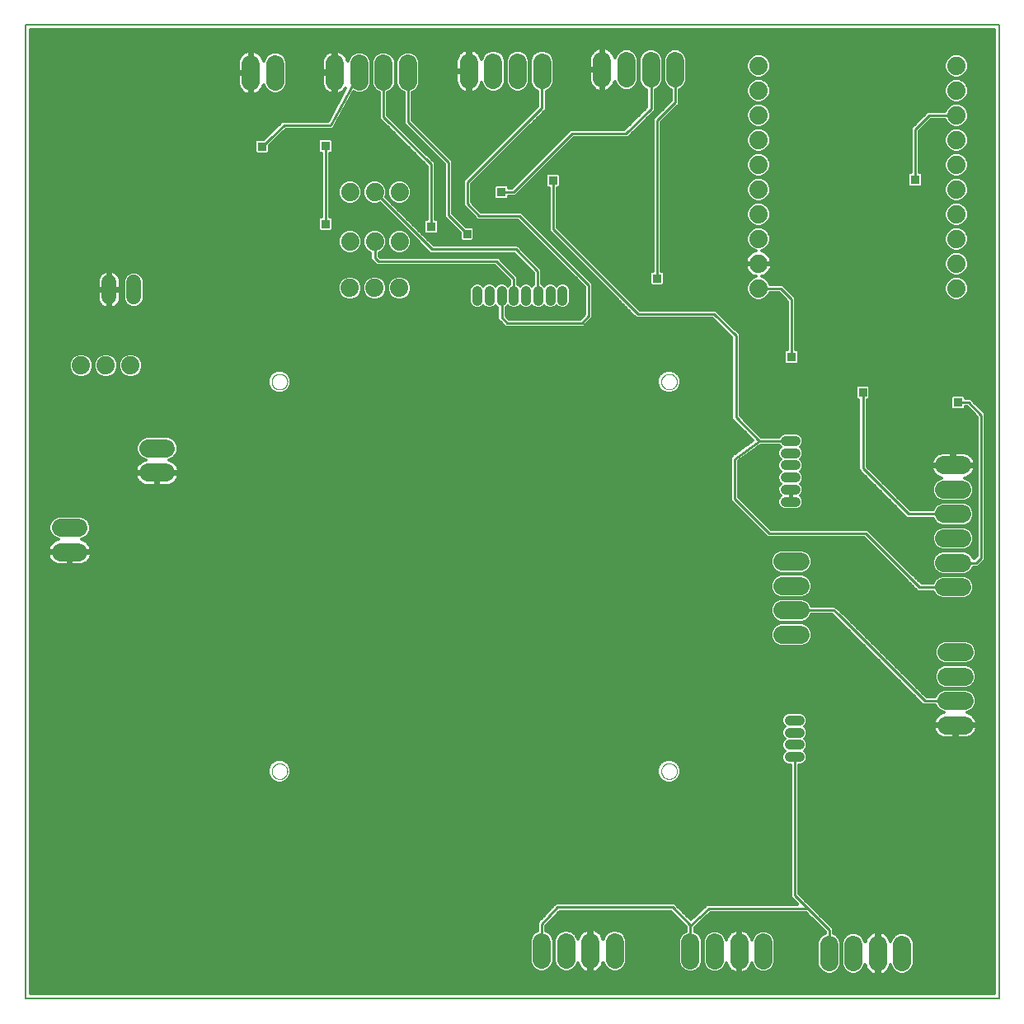
<source format=gbl>
G75*
%MOIN*%
%OFA0B0*%
%FSLAX25Y25*%
%IPPOS*%
%LPD*%
%AMOC8*
5,1,8,0,0,1.08239X$1,22.5*
%
%ADD10C,0.00800*%
%ADD11C,0.00000*%
%ADD12C,0.07205*%
%ADD13C,0.06000*%
%ADD14C,0.03969*%
%ADD15C,0.07400*%
%ADD16R,0.03562X0.03562*%
%ADD17C,0.01000*%
%ADD18C,0.01200*%
%ADD19C,0.01600*%
D10*
X0075655Y0047033D02*
X0469356Y0047033D01*
X0469356Y0440734D01*
X0075655Y0440734D01*
X0075655Y0047033D01*
D11*
X0175261Y0138962D02*
X0175263Y0139074D01*
X0175269Y0139185D01*
X0175279Y0139297D01*
X0175293Y0139408D01*
X0175310Y0139518D01*
X0175332Y0139628D01*
X0175358Y0139737D01*
X0175387Y0139845D01*
X0175420Y0139951D01*
X0175457Y0140057D01*
X0175498Y0140161D01*
X0175543Y0140264D01*
X0175591Y0140365D01*
X0175642Y0140464D01*
X0175697Y0140561D01*
X0175756Y0140656D01*
X0175817Y0140750D01*
X0175882Y0140841D01*
X0175951Y0140929D01*
X0176022Y0141015D01*
X0176096Y0141099D01*
X0176174Y0141179D01*
X0176254Y0141257D01*
X0176337Y0141333D01*
X0176422Y0141405D01*
X0176510Y0141474D01*
X0176600Y0141540D01*
X0176693Y0141602D01*
X0176788Y0141662D01*
X0176885Y0141718D01*
X0176983Y0141770D01*
X0177084Y0141819D01*
X0177186Y0141864D01*
X0177290Y0141906D01*
X0177395Y0141944D01*
X0177502Y0141978D01*
X0177609Y0142008D01*
X0177718Y0142035D01*
X0177827Y0142057D01*
X0177938Y0142076D01*
X0178048Y0142091D01*
X0178160Y0142102D01*
X0178271Y0142109D01*
X0178383Y0142112D01*
X0178495Y0142111D01*
X0178607Y0142106D01*
X0178718Y0142097D01*
X0178829Y0142084D01*
X0178940Y0142067D01*
X0179050Y0142047D01*
X0179159Y0142022D01*
X0179267Y0141994D01*
X0179374Y0141961D01*
X0179480Y0141925D01*
X0179584Y0141885D01*
X0179687Y0141842D01*
X0179789Y0141795D01*
X0179888Y0141744D01*
X0179986Y0141690D01*
X0180082Y0141632D01*
X0180176Y0141571D01*
X0180267Y0141507D01*
X0180356Y0141440D01*
X0180443Y0141369D01*
X0180527Y0141295D01*
X0180609Y0141219D01*
X0180687Y0141139D01*
X0180763Y0141057D01*
X0180836Y0140972D01*
X0180906Y0140885D01*
X0180972Y0140795D01*
X0181036Y0140703D01*
X0181096Y0140609D01*
X0181153Y0140513D01*
X0181206Y0140414D01*
X0181256Y0140314D01*
X0181302Y0140213D01*
X0181345Y0140109D01*
X0181384Y0140004D01*
X0181419Y0139898D01*
X0181450Y0139791D01*
X0181478Y0139682D01*
X0181501Y0139573D01*
X0181521Y0139463D01*
X0181537Y0139352D01*
X0181549Y0139241D01*
X0181557Y0139130D01*
X0181561Y0139018D01*
X0181561Y0138906D01*
X0181557Y0138794D01*
X0181549Y0138683D01*
X0181537Y0138572D01*
X0181521Y0138461D01*
X0181501Y0138351D01*
X0181478Y0138242D01*
X0181450Y0138133D01*
X0181419Y0138026D01*
X0181384Y0137920D01*
X0181345Y0137815D01*
X0181302Y0137711D01*
X0181256Y0137610D01*
X0181206Y0137510D01*
X0181153Y0137411D01*
X0181096Y0137315D01*
X0181036Y0137221D01*
X0180972Y0137129D01*
X0180906Y0137039D01*
X0180836Y0136952D01*
X0180763Y0136867D01*
X0180687Y0136785D01*
X0180609Y0136705D01*
X0180527Y0136629D01*
X0180443Y0136555D01*
X0180356Y0136484D01*
X0180267Y0136417D01*
X0180176Y0136353D01*
X0180082Y0136292D01*
X0179986Y0136234D01*
X0179888Y0136180D01*
X0179789Y0136129D01*
X0179687Y0136082D01*
X0179584Y0136039D01*
X0179480Y0135999D01*
X0179374Y0135963D01*
X0179267Y0135930D01*
X0179159Y0135902D01*
X0179050Y0135877D01*
X0178940Y0135857D01*
X0178829Y0135840D01*
X0178718Y0135827D01*
X0178607Y0135818D01*
X0178495Y0135813D01*
X0178383Y0135812D01*
X0178271Y0135815D01*
X0178160Y0135822D01*
X0178048Y0135833D01*
X0177938Y0135848D01*
X0177827Y0135867D01*
X0177718Y0135889D01*
X0177609Y0135916D01*
X0177502Y0135946D01*
X0177395Y0135980D01*
X0177290Y0136018D01*
X0177186Y0136060D01*
X0177084Y0136105D01*
X0176983Y0136154D01*
X0176885Y0136206D01*
X0176788Y0136262D01*
X0176693Y0136322D01*
X0176600Y0136384D01*
X0176510Y0136450D01*
X0176422Y0136519D01*
X0176337Y0136591D01*
X0176254Y0136667D01*
X0176174Y0136745D01*
X0176096Y0136825D01*
X0176022Y0136909D01*
X0175951Y0136995D01*
X0175882Y0137083D01*
X0175817Y0137174D01*
X0175756Y0137268D01*
X0175697Y0137363D01*
X0175642Y0137460D01*
X0175591Y0137559D01*
X0175543Y0137660D01*
X0175498Y0137763D01*
X0175457Y0137867D01*
X0175420Y0137973D01*
X0175387Y0138079D01*
X0175358Y0138187D01*
X0175332Y0138296D01*
X0175310Y0138406D01*
X0175293Y0138516D01*
X0175279Y0138627D01*
X0175269Y0138739D01*
X0175263Y0138850D01*
X0175261Y0138962D01*
X0332741Y0138962D02*
X0332743Y0139074D01*
X0332749Y0139185D01*
X0332759Y0139297D01*
X0332773Y0139408D01*
X0332790Y0139518D01*
X0332812Y0139628D01*
X0332838Y0139737D01*
X0332867Y0139845D01*
X0332900Y0139951D01*
X0332937Y0140057D01*
X0332978Y0140161D01*
X0333023Y0140264D01*
X0333071Y0140365D01*
X0333122Y0140464D01*
X0333177Y0140561D01*
X0333236Y0140656D01*
X0333297Y0140750D01*
X0333362Y0140841D01*
X0333431Y0140929D01*
X0333502Y0141015D01*
X0333576Y0141099D01*
X0333654Y0141179D01*
X0333734Y0141257D01*
X0333817Y0141333D01*
X0333902Y0141405D01*
X0333990Y0141474D01*
X0334080Y0141540D01*
X0334173Y0141602D01*
X0334268Y0141662D01*
X0334365Y0141718D01*
X0334463Y0141770D01*
X0334564Y0141819D01*
X0334666Y0141864D01*
X0334770Y0141906D01*
X0334875Y0141944D01*
X0334982Y0141978D01*
X0335089Y0142008D01*
X0335198Y0142035D01*
X0335307Y0142057D01*
X0335418Y0142076D01*
X0335528Y0142091D01*
X0335640Y0142102D01*
X0335751Y0142109D01*
X0335863Y0142112D01*
X0335975Y0142111D01*
X0336087Y0142106D01*
X0336198Y0142097D01*
X0336309Y0142084D01*
X0336420Y0142067D01*
X0336530Y0142047D01*
X0336639Y0142022D01*
X0336747Y0141994D01*
X0336854Y0141961D01*
X0336960Y0141925D01*
X0337064Y0141885D01*
X0337167Y0141842D01*
X0337269Y0141795D01*
X0337368Y0141744D01*
X0337466Y0141690D01*
X0337562Y0141632D01*
X0337656Y0141571D01*
X0337747Y0141507D01*
X0337836Y0141440D01*
X0337923Y0141369D01*
X0338007Y0141295D01*
X0338089Y0141219D01*
X0338167Y0141139D01*
X0338243Y0141057D01*
X0338316Y0140972D01*
X0338386Y0140885D01*
X0338452Y0140795D01*
X0338516Y0140703D01*
X0338576Y0140609D01*
X0338633Y0140513D01*
X0338686Y0140414D01*
X0338736Y0140314D01*
X0338782Y0140213D01*
X0338825Y0140109D01*
X0338864Y0140004D01*
X0338899Y0139898D01*
X0338930Y0139791D01*
X0338958Y0139682D01*
X0338981Y0139573D01*
X0339001Y0139463D01*
X0339017Y0139352D01*
X0339029Y0139241D01*
X0339037Y0139130D01*
X0339041Y0139018D01*
X0339041Y0138906D01*
X0339037Y0138794D01*
X0339029Y0138683D01*
X0339017Y0138572D01*
X0339001Y0138461D01*
X0338981Y0138351D01*
X0338958Y0138242D01*
X0338930Y0138133D01*
X0338899Y0138026D01*
X0338864Y0137920D01*
X0338825Y0137815D01*
X0338782Y0137711D01*
X0338736Y0137610D01*
X0338686Y0137510D01*
X0338633Y0137411D01*
X0338576Y0137315D01*
X0338516Y0137221D01*
X0338452Y0137129D01*
X0338386Y0137039D01*
X0338316Y0136952D01*
X0338243Y0136867D01*
X0338167Y0136785D01*
X0338089Y0136705D01*
X0338007Y0136629D01*
X0337923Y0136555D01*
X0337836Y0136484D01*
X0337747Y0136417D01*
X0337656Y0136353D01*
X0337562Y0136292D01*
X0337466Y0136234D01*
X0337368Y0136180D01*
X0337269Y0136129D01*
X0337167Y0136082D01*
X0337064Y0136039D01*
X0336960Y0135999D01*
X0336854Y0135963D01*
X0336747Y0135930D01*
X0336639Y0135902D01*
X0336530Y0135877D01*
X0336420Y0135857D01*
X0336309Y0135840D01*
X0336198Y0135827D01*
X0336087Y0135818D01*
X0335975Y0135813D01*
X0335863Y0135812D01*
X0335751Y0135815D01*
X0335640Y0135822D01*
X0335528Y0135833D01*
X0335418Y0135848D01*
X0335307Y0135867D01*
X0335198Y0135889D01*
X0335089Y0135916D01*
X0334982Y0135946D01*
X0334875Y0135980D01*
X0334770Y0136018D01*
X0334666Y0136060D01*
X0334564Y0136105D01*
X0334463Y0136154D01*
X0334365Y0136206D01*
X0334268Y0136262D01*
X0334173Y0136322D01*
X0334080Y0136384D01*
X0333990Y0136450D01*
X0333902Y0136519D01*
X0333817Y0136591D01*
X0333734Y0136667D01*
X0333654Y0136745D01*
X0333576Y0136825D01*
X0333502Y0136909D01*
X0333431Y0136995D01*
X0333362Y0137083D01*
X0333297Y0137174D01*
X0333236Y0137268D01*
X0333177Y0137363D01*
X0333122Y0137460D01*
X0333071Y0137559D01*
X0333023Y0137660D01*
X0332978Y0137763D01*
X0332937Y0137867D01*
X0332900Y0137973D01*
X0332867Y0138079D01*
X0332838Y0138187D01*
X0332812Y0138296D01*
X0332790Y0138406D01*
X0332773Y0138516D01*
X0332759Y0138627D01*
X0332749Y0138739D01*
X0332743Y0138850D01*
X0332741Y0138962D01*
X0332741Y0296443D02*
X0332743Y0296555D01*
X0332749Y0296666D01*
X0332759Y0296778D01*
X0332773Y0296889D01*
X0332790Y0296999D01*
X0332812Y0297109D01*
X0332838Y0297218D01*
X0332867Y0297326D01*
X0332900Y0297432D01*
X0332937Y0297538D01*
X0332978Y0297642D01*
X0333023Y0297745D01*
X0333071Y0297846D01*
X0333122Y0297945D01*
X0333177Y0298042D01*
X0333236Y0298137D01*
X0333297Y0298231D01*
X0333362Y0298322D01*
X0333431Y0298410D01*
X0333502Y0298496D01*
X0333576Y0298580D01*
X0333654Y0298660D01*
X0333734Y0298738D01*
X0333817Y0298814D01*
X0333902Y0298886D01*
X0333990Y0298955D01*
X0334080Y0299021D01*
X0334173Y0299083D01*
X0334268Y0299143D01*
X0334365Y0299199D01*
X0334463Y0299251D01*
X0334564Y0299300D01*
X0334666Y0299345D01*
X0334770Y0299387D01*
X0334875Y0299425D01*
X0334982Y0299459D01*
X0335089Y0299489D01*
X0335198Y0299516D01*
X0335307Y0299538D01*
X0335418Y0299557D01*
X0335528Y0299572D01*
X0335640Y0299583D01*
X0335751Y0299590D01*
X0335863Y0299593D01*
X0335975Y0299592D01*
X0336087Y0299587D01*
X0336198Y0299578D01*
X0336309Y0299565D01*
X0336420Y0299548D01*
X0336530Y0299528D01*
X0336639Y0299503D01*
X0336747Y0299475D01*
X0336854Y0299442D01*
X0336960Y0299406D01*
X0337064Y0299366D01*
X0337167Y0299323D01*
X0337269Y0299276D01*
X0337368Y0299225D01*
X0337466Y0299171D01*
X0337562Y0299113D01*
X0337656Y0299052D01*
X0337747Y0298988D01*
X0337836Y0298921D01*
X0337923Y0298850D01*
X0338007Y0298776D01*
X0338089Y0298700D01*
X0338167Y0298620D01*
X0338243Y0298538D01*
X0338316Y0298453D01*
X0338386Y0298366D01*
X0338452Y0298276D01*
X0338516Y0298184D01*
X0338576Y0298090D01*
X0338633Y0297994D01*
X0338686Y0297895D01*
X0338736Y0297795D01*
X0338782Y0297694D01*
X0338825Y0297590D01*
X0338864Y0297485D01*
X0338899Y0297379D01*
X0338930Y0297272D01*
X0338958Y0297163D01*
X0338981Y0297054D01*
X0339001Y0296944D01*
X0339017Y0296833D01*
X0339029Y0296722D01*
X0339037Y0296611D01*
X0339041Y0296499D01*
X0339041Y0296387D01*
X0339037Y0296275D01*
X0339029Y0296164D01*
X0339017Y0296053D01*
X0339001Y0295942D01*
X0338981Y0295832D01*
X0338958Y0295723D01*
X0338930Y0295614D01*
X0338899Y0295507D01*
X0338864Y0295401D01*
X0338825Y0295296D01*
X0338782Y0295192D01*
X0338736Y0295091D01*
X0338686Y0294991D01*
X0338633Y0294892D01*
X0338576Y0294796D01*
X0338516Y0294702D01*
X0338452Y0294610D01*
X0338386Y0294520D01*
X0338316Y0294433D01*
X0338243Y0294348D01*
X0338167Y0294266D01*
X0338089Y0294186D01*
X0338007Y0294110D01*
X0337923Y0294036D01*
X0337836Y0293965D01*
X0337747Y0293898D01*
X0337656Y0293834D01*
X0337562Y0293773D01*
X0337466Y0293715D01*
X0337368Y0293661D01*
X0337269Y0293610D01*
X0337167Y0293563D01*
X0337064Y0293520D01*
X0336960Y0293480D01*
X0336854Y0293444D01*
X0336747Y0293411D01*
X0336639Y0293383D01*
X0336530Y0293358D01*
X0336420Y0293338D01*
X0336309Y0293321D01*
X0336198Y0293308D01*
X0336087Y0293299D01*
X0335975Y0293294D01*
X0335863Y0293293D01*
X0335751Y0293296D01*
X0335640Y0293303D01*
X0335528Y0293314D01*
X0335418Y0293329D01*
X0335307Y0293348D01*
X0335198Y0293370D01*
X0335089Y0293397D01*
X0334982Y0293427D01*
X0334875Y0293461D01*
X0334770Y0293499D01*
X0334666Y0293541D01*
X0334564Y0293586D01*
X0334463Y0293635D01*
X0334365Y0293687D01*
X0334268Y0293743D01*
X0334173Y0293803D01*
X0334080Y0293865D01*
X0333990Y0293931D01*
X0333902Y0294000D01*
X0333817Y0294072D01*
X0333734Y0294148D01*
X0333654Y0294226D01*
X0333576Y0294306D01*
X0333502Y0294390D01*
X0333431Y0294476D01*
X0333362Y0294564D01*
X0333297Y0294655D01*
X0333236Y0294749D01*
X0333177Y0294844D01*
X0333122Y0294941D01*
X0333071Y0295040D01*
X0333023Y0295141D01*
X0332978Y0295244D01*
X0332937Y0295348D01*
X0332900Y0295454D01*
X0332867Y0295560D01*
X0332838Y0295668D01*
X0332812Y0295777D01*
X0332790Y0295887D01*
X0332773Y0295997D01*
X0332759Y0296108D01*
X0332749Y0296220D01*
X0332743Y0296331D01*
X0332741Y0296443D01*
X0175261Y0296443D02*
X0175263Y0296555D01*
X0175269Y0296666D01*
X0175279Y0296778D01*
X0175293Y0296889D01*
X0175310Y0296999D01*
X0175332Y0297109D01*
X0175358Y0297218D01*
X0175387Y0297326D01*
X0175420Y0297432D01*
X0175457Y0297538D01*
X0175498Y0297642D01*
X0175543Y0297745D01*
X0175591Y0297846D01*
X0175642Y0297945D01*
X0175697Y0298042D01*
X0175756Y0298137D01*
X0175817Y0298231D01*
X0175882Y0298322D01*
X0175951Y0298410D01*
X0176022Y0298496D01*
X0176096Y0298580D01*
X0176174Y0298660D01*
X0176254Y0298738D01*
X0176337Y0298814D01*
X0176422Y0298886D01*
X0176510Y0298955D01*
X0176600Y0299021D01*
X0176693Y0299083D01*
X0176788Y0299143D01*
X0176885Y0299199D01*
X0176983Y0299251D01*
X0177084Y0299300D01*
X0177186Y0299345D01*
X0177290Y0299387D01*
X0177395Y0299425D01*
X0177502Y0299459D01*
X0177609Y0299489D01*
X0177718Y0299516D01*
X0177827Y0299538D01*
X0177938Y0299557D01*
X0178048Y0299572D01*
X0178160Y0299583D01*
X0178271Y0299590D01*
X0178383Y0299593D01*
X0178495Y0299592D01*
X0178607Y0299587D01*
X0178718Y0299578D01*
X0178829Y0299565D01*
X0178940Y0299548D01*
X0179050Y0299528D01*
X0179159Y0299503D01*
X0179267Y0299475D01*
X0179374Y0299442D01*
X0179480Y0299406D01*
X0179584Y0299366D01*
X0179687Y0299323D01*
X0179789Y0299276D01*
X0179888Y0299225D01*
X0179986Y0299171D01*
X0180082Y0299113D01*
X0180176Y0299052D01*
X0180267Y0298988D01*
X0180356Y0298921D01*
X0180443Y0298850D01*
X0180527Y0298776D01*
X0180609Y0298700D01*
X0180687Y0298620D01*
X0180763Y0298538D01*
X0180836Y0298453D01*
X0180906Y0298366D01*
X0180972Y0298276D01*
X0181036Y0298184D01*
X0181096Y0298090D01*
X0181153Y0297994D01*
X0181206Y0297895D01*
X0181256Y0297795D01*
X0181302Y0297694D01*
X0181345Y0297590D01*
X0181384Y0297485D01*
X0181419Y0297379D01*
X0181450Y0297272D01*
X0181478Y0297163D01*
X0181501Y0297054D01*
X0181521Y0296944D01*
X0181537Y0296833D01*
X0181549Y0296722D01*
X0181557Y0296611D01*
X0181561Y0296499D01*
X0181561Y0296387D01*
X0181557Y0296275D01*
X0181549Y0296164D01*
X0181537Y0296053D01*
X0181521Y0295942D01*
X0181501Y0295832D01*
X0181478Y0295723D01*
X0181450Y0295614D01*
X0181419Y0295507D01*
X0181384Y0295401D01*
X0181345Y0295296D01*
X0181302Y0295192D01*
X0181256Y0295091D01*
X0181206Y0294991D01*
X0181153Y0294892D01*
X0181096Y0294796D01*
X0181036Y0294702D01*
X0180972Y0294610D01*
X0180906Y0294520D01*
X0180836Y0294433D01*
X0180763Y0294348D01*
X0180687Y0294266D01*
X0180609Y0294186D01*
X0180527Y0294110D01*
X0180443Y0294036D01*
X0180356Y0293965D01*
X0180267Y0293898D01*
X0180176Y0293834D01*
X0180082Y0293773D01*
X0179986Y0293715D01*
X0179888Y0293661D01*
X0179789Y0293610D01*
X0179687Y0293563D01*
X0179584Y0293520D01*
X0179480Y0293480D01*
X0179374Y0293444D01*
X0179267Y0293411D01*
X0179159Y0293383D01*
X0179050Y0293358D01*
X0178940Y0293338D01*
X0178829Y0293321D01*
X0178718Y0293308D01*
X0178607Y0293299D01*
X0178495Y0293294D01*
X0178383Y0293293D01*
X0178271Y0293296D01*
X0178160Y0293303D01*
X0178048Y0293314D01*
X0177938Y0293329D01*
X0177827Y0293348D01*
X0177718Y0293370D01*
X0177609Y0293397D01*
X0177502Y0293427D01*
X0177395Y0293461D01*
X0177290Y0293499D01*
X0177186Y0293541D01*
X0177084Y0293586D01*
X0176983Y0293635D01*
X0176885Y0293687D01*
X0176788Y0293743D01*
X0176693Y0293803D01*
X0176600Y0293865D01*
X0176510Y0293931D01*
X0176422Y0294000D01*
X0176337Y0294072D01*
X0176254Y0294148D01*
X0176174Y0294226D01*
X0176096Y0294306D01*
X0176022Y0294390D01*
X0175951Y0294476D01*
X0175882Y0294564D01*
X0175817Y0294655D01*
X0175756Y0294749D01*
X0175697Y0294844D01*
X0175642Y0294941D01*
X0175591Y0295040D01*
X0175543Y0295141D01*
X0175498Y0295244D01*
X0175457Y0295348D01*
X0175420Y0295454D01*
X0175387Y0295560D01*
X0175358Y0295668D01*
X0175332Y0295777D01*
X0175310Y0295887D01*
X0175293Y0295997D01*
X0175279Y0296108D01*
X0175269Y0296220D01*
X0175263Y0296331D01*
X0175261Y0296443D01*
D12*
X0132525Y0269474D02*
X0125320Y0269474D01*
X0125320Y0259631D02*
X0132525Y0259631D01*
X0097210Y0237387D02*
X0090006Y0237387D01*
X0090006Y0227545D02*
X0097210Y0227545D01*
X0284435Y0069887D02*
X0284435Y0062683D01*
X0294277Y0062683D02*
X0294277Y0069887D01*
X0304120Y0069887D02*
X0304120Y0062683D01*
X0313962Y0062683D02*
X0313962Y0069887D01*
X0344553Y0069769D02*
X0344553Y0062565D01*
X0354395Y0062565D02*
X0354395Y0069769D01*
X0364238Y0069769D02*
X0364238Y0062565D01*
X0374080Y0062565D02*
X0374080Y0069769D01*
X0400616Y0068903D02*
X0400616Y0061698D01*
X0410458Y0061698D02*
X0410458Y0068903D01*
X0420301Y0068903D02*
X0420301Y0061698D01*
X0430143Y0061698D02*
X0430143Y0068903D01*
X0448037Y0157545D02*
X0455242Y0157545D01*
X0455242Y0167387D02*
X0448037Y0167387D01*
X0448037Y0177230D02*
X0455242Y0177230D01*
X0455242Y0187072D02*
X0448037Y0187072D01*
X0447210Y0213411D02*
X0454415Y0213411D01*
X0454415Y0223254D02*
X0447210Y0223254D01*
X0447210Y0233096D02*
X0454415Y0233096D01*
X0454415Y0242939D02*
X0447210Y0242939D01*
X0447210Y0252781D02*
X0454415Y0252781D01*
X0454415Y0262624D02*
X0447210Y0262624D01*
X0388903Y0223687D02*
X0381698Y0223687D01*
X0381698Y0213844D02*
X0388903Y0213844D01*
X0388903Y0204002D02*
X0381698Y0204002D01*
X0381698Y0194159D02*
X0388903Y0194159D01*
X0230340Y0417860D02*
X0230340Y0425065D01*
X0220498Y0425065D02*
X0220498Y0417860D01*
X0210655Y0417860D02*
X0210655Y0425065D01*
X0200813Y0425065D02*
X0200813Y0417860D01*
X0176718Y0417683D02*
X0176718Y0424887D01*
X0166876Y0424887D02*
X0166876Y0417683D01*
X0255045Y0418372D02*
X0255045Y0425576D01*
X0264887Y0425576D02*
X0264887Y0418372D01*
X0274730Y0418372D02*
X0274730Y0425576D01*
X0284572Y0425576D02*
X0284572Y0418372D01*
X0308883Y0419002D02*
X0308883Y0426206D01*
X0318726Y0426206D02*
X0318726Y0419002D01*
X0328569Y0419002D02*
X0328569Y0426206D01*
X0338411Y0426206D02*
X0338411Y0419002D01*
D13*
X0119494Y0336628D02*
X0119494Y0330628D01*
X0109494Y0330628D02*
X0109494Y0336628D01*
D14*
X0258391Y0333191D02*
X0258391Y0329222D01*
X0263313Y0329222D02*
X0263313Y0333191D01*
X0268234Y0333191D02*
X0268234Y0329222D01*
X0273155Y0329222D02*
X0273155Y0333191D01*
X0278076Y0333191D02*
X0278076Y0329222D01*
X0282998Y0329222D02*
X0282998Y0333191D01*
X0287919Y0333191D02*
X0287919Y0329222D01*
X0292840Y0329222D02*
X0292840Y0333191D01*
X0383041Y0272486D02*
X0387009Y0272486D01*
X0387009Y0267565D02*
X0383041Y0267565D01*
X0383041Y0262643D02*
X0387009Y0262643D01*
X0387009Y0257722D02*
X0383041Y0257722D01*
X0383041Y0252801D02*
X0387009Y0252801D01*
X0387009Y0247880D02*
X0383041Y0247880D01*
X0384616Y0159474D02*
X0388584Y0159474D01*
X0388584Y0154553D02*
X0384616Y0154553D01*
X0384616Y0149631D02*
X0388584Y0149631D01*
X0388584Y0144710D02*
X0384616Y0144710D01*
D15*
X0372072Y0334120D03*
X0372072Y0344120D03*
X0372072Y0354120D03*
X0372072Y0364120D03*
X0372072Y0374120D03*
X0372072Y0384120D03*
X0372072Y0394120D03*
X0372072Y0404120D03*
X0372072Y0414120D03*
X0372072Y0424120D03*
X0452072Y0424120D03*
X0452072Y0414120D03*
X0452072Y0404120D03*
X0452072Y0394120D03*
X0452072Y0384120D03*
X0452072Y0374120D03*
X0452072Y0364120D03*
X0452072Y0354120D03*
X0452072Y0344120D03*
X0452072Y0334120D03*
X0226876Y0334317D03*
X0216876Y0334317D03*
X0206876Y0334317D03*
X0206915Y0353096D03*
X0216915Y0353096D03*
X0226915Y0353096D03*
X0226915Y0373096D03*
X0216915Y0373096D03*
X0206915Y0373096D03*
X0118214Y0303017D03*
X0108214Y0303017D03*
X0098214Y0303017D03*
D16*
X0145419Y0379159D03*
X0171403Y0391561D03*
X0187348Y0370576D03*
X0197033Y0360222D03*
X0196954Y0391876D03*
X0239750Y0359120D03*
X0254238Y0356246D03*
X0268096Y0373017D03*
X0288962Y0377860D03*
X0331088Y0338214D03*
X0385419Y0306521D03*
X0414238Y0292112D03*
X0452781Y0287978D03*
X0435458Y0378017D03*
D17*
X0435458Y0398332D01*
X0441167Y0404041D01*
X0451994Y0404041D01*
X0452072Y0404120D01*
X0381009Y0334041D02*
X0372151Y0334041D01*
X0372072Y0334120D01*
X0381009Y0334041D02*
X0385419Y0329631D01*
X0385419Y0306521D01*
X0362899Y0314986D02*
X0362899Y0282072D01*
X0372486Y0272486D01*
X0362427Y0265261D01*
X0362427Y0249120D01*
X0376403Y0235143D01*
X0415340Y0235143D01*
X0437191Y0213293D01*
X0450694Y0213293D01*
X0450813Y0223254D02*
X0460143Y0223254D01*
X0462151Y0225261D01*
X0462151Y0282899D01*
X0457033Y0288017D01*
X0452820Y0288017D01*
X0452781Y0287978D01*
X0414238Y0292112D02*
X0414238Y0261443D01*
X0432742Y0242939D01*
X0450813Y0242939D01*
X0404277Y0202348D02*
X0402309Y0204041D01*
X0385301Y0204002D01*
X0404277Y0202348D02*
X0439238Y0167387D01*
X0451639Y0167387D01*
X0386639Y0149671D02*
X0386600Y0149631D01*
X0386600Y0144710D02*
X0386600Y0088765D01*
X0391954Y0083411D01*
X0351994Y0083411D01*
X0344553Y0076521D01*
X0344553Y0066167D01*
X0344553Y0076679D01*
X0337269Y0083962D01*
X0290852Y0083962D01*
X0284435Y0077112D01*
X0284435Y0066285D01*
X0391954Y0083411D02*
X0392742Y0082624D01*
X0400616Y0074750D01*
X0400616Y0065301D01*
X0385025Y0272486D02*
X0372486Y0272486D01*
X0362899Y0314986D02*
X0354002Y0323883D01*
X0323254Y0323883D01*
X0288962Y0358175D01*
X0288962Y0377860D01*
X0272939Y0373017D02*
X0296639Y0396718D01*
X0318529Y0396718D01*
X0328569Y0406757D01*
X0328569Y0422604D01*
X0338411Y0422604D02*
X0338450Y0409356D01*
X0331088Y0401994D01*
X0331088Y0338214D01*
X0303450Y0335458D02*
X0303450Y0323017D01*
X0300616Y0320183D01*
X0270498Y0320183D01*
X0268234Y0322446D01*
X0268234Y0331206D01*
X0273155Y0331206D02*
X0273175Y0331226D01*
X0273175Y0338017D01*
X0266206Y0344986D01*
X0218450Y0344986D01*
X0216915Y0346521D01*
X0216915Y0353096D01*
X0197033Y0360222D02*
X0196954Y0362978D01*
X0196954Y0391876D01*
X0198903Y0400104D02*
X0210655Y0421462D01*
X0220498Y0421462D02*
X0220498Y0403529D01*
X0239750Y0384277D01*
X0239750Y0359120D01*
X0246797Y0363687D02*
X0246797Y0385025D01*
X0230340Y0401482D01*
X0230340Y0421462D01*
X0198903Y0400104D02*
X0180340Y0400104D01*
X0175143Y0395183D01*
X0171403Y0391561D01*
X0187348Y0370576D02*
X0187348Y0364828D01*
X0187427Y0367151D01*
X0216915Y0373017D02*
X0239986Y0349946D01*
X0273962Y0349946D01*
X0282781Y0341128D01*
X0282781Y0331423D01*
X0282998Y0331206D01*
X0303450Y0335458D02*
X0275380Y0363529D01*
X0259159Y0363529D01*
X0254356Y0368332D01*
X0254356Y0377033D01*
X0284553Y0407230D01*
X0284553Y0421954D01*
X0284572Y0421974D01*
X0272939Y0373017D02*
X0268096Y0373017D01*
X0254238Y0356246D02*
X0246797Y0363687D01*
X0216915Y0373017D02*
X0216915Y0373096D01*
X0145419Y0379159D02*
X0141482Y0379159D01*
D18*
X0168422Y0389282D02*
X0169125Y0388580D01*
X0173681Y0388580D01*
X0174384Y0389282D01*
X0174384Y0392081D01*
X0176319Y0393955D01*
X0181017Y0398404D01*
X0198466Y0398404D01*
X0198701Y0398275D01*
X0199145Y0398404D01*
X0199607Y0398404D01*
X0199796Y0398593D01*
X0200053Y0398667D01*
X0200276Y0399073D01*
X0200603Y0399400D01*
X0200603Y0399667D01*
X0208292Y0413641D01*
X0209700Y0413057D01*
X0211610Y0413057D01*
X0213375Y0413789D01*
X0214726Y0415140D01*
X0215457Y0416905D01*
X0215457Y0426020D01*
X0214726Y0427785D01*
X0213375Y0429136D01*
X0211610Y0429867D01*
X0209700Y0429867D01*
X0207935Y0429136D01*
X0206584Y0427785D01*
X0205908Y0426152D01*
X0205887Y0426283D01*
X0205634Y0427062D01*
X0205262Y0427791D01*
X0204781Y0428454D01*
X0204202Y0429033D01*
X0203539Y0429514D01*
X0202810Y0429886D01*
X0202031Y0430139D01*
X0201413Y0430237D01*
X0201413Y0422062D01*
X0200213Y0422062D01*
X0200213Y0430237D01*
X0199594Y0430139D01*
X0198816Y0429886D01*
X0198086Y0429514D01*
X0197423Y0429033D01*
X0196844Y0428454D01*
X0196363Y0427791D01*
X0195991Y0427062D01*
X0195738Y0426283D01*
X0195610Y0425474D01*
X0195610Y0422062D01*
X0200213Y0422062D01*
X0200213Y0420862D01*
X0201413Y0420862D01*
X0201413Y0412688D01*
X0202031Y0412786D01*
X0202810Y0413039D01*
X0203539Y0413410D01*
X0204202Y0413892D01*
X0204781Y0414471D01*
X0205140Y0414965D01*
X0197898Y0401804D01*
X0180363Y0401804D01*
X0179683Y0401822D01*
X0179663Y0401804D01*
X0179636Y0401804D01*
X0179154Y0401322D01*
X0174478Y0396894D01*
X0174466Y0396894D01*
X0173968Y0396411D01*
X0173463Y0395933D01*
X0173463Y0395922D01*
X0172038Y0394542D01*
X0169125Y0394542D01*
X0168422Y0393839D01*
X0168422Y0389282D01*
X0168422Y0389807D02*
X0077655Y0389807D01*
X0077655Y0388609D02*
X0169096Y0388609D01*
X0168422Y0391006D02*
X0077655Y0391006D01*
X0077655Y0392204D02*
X0168422Y0392204D01*
X0168422Y0393403D02*
X0077655Y0393403D01*
X0077655Y0394601D02*
X0172099Y0394601D01*
X0173337Y0395800D02*
X0077655Y0395800D01*
X0077655Y0396998D02*
X0174588Y0396998D01*
X0175854Y0398197D02*
X0077655Y0398197D01*
X0077655Y0399395D02*
X0177120Y0399395D01*
X0178385Y0400594D02*
X0077655Y0400594D01*
X0077655Y0401792D02*
X0179624Y0401792D01*
X0180799Y0398197D02*
X0223426Y0398197D01*
X0224624Y0396998D02*
X0179533Y0396998D01*
X0178267Y0395800D02*
X0225823Y0395800D01*
X0227021Y0394601D02*
X0199488Y0394601D01*
X0199232Y0394857D02*
X0194676Y0394857D01*
X0193973Y0394154D01*
X0193973Y0389597D01*
X0194676Y0388894D01*
X0195254Y0388894D01*
X0195254Y0363654D01*
X0195235Y0363633D01*
X0195247Y0363203D01*
X0194755Y0363203D01*
X0194052Y0362500D01*
X0194052Y0357944D01*
X0194755Y0357241D01*
X0199311Y0357241D01*
X0200014Y0357944D01*
X0200014Y0362500D01*
X0199311Y0363203D01*
X0198654Y0363203D01*
X0198654Y0388894D01*
X0199232Y0388894D01*
X0199935Y0389597D01*
X0199935Y0394154D01*
X0199232Y0394857D01*
X0199935Y0393403D02*
X0228220Y0393403D01*
X0229418Y0392204D02*
X0199935Y0392204D01*
X0199935Y0391006D02*
X0230617Y0391006D01*
X0231815Y0389807D02*
X0199935Y0389807D01*
X0198654Y0388609D02*
X0233014Y0388609D01*
X0234212Y0387410D02*
X0198654Y0387410D01*
X0198654Y0386212D02*
X0235411Y0386212D01*
X0236609Y0385013D02*
X0198654Y0385013D01*
X0198654Y0383815D02*
X0237808Y0383815D01*
X0238050Y0383573D02*
X0238050Y0362101D01*
X0237471Y0362101D01*
X0236769Y0361398D01*
X0236769Y0356842D01*
X0237471Y0356139D01*
X0242028Y0356139D01*
X0242731Y0356842D01*
X0242731Y0361398D01*
X0242028Y0362101D01*
X0241450Y0362101D01*
X0241450Y0384981D01*
X0222198Y0404233D01*
X0222198Y0413366D01*
X0223218Y0413789D01*
X0224569Y0415140D01*
X0225300Y0416905D01*
X0225300Y0426020D01*
X0224569Y0427785D01*
X0223218Y0429136D01*
X0221453Y0429867D01*
X0219542Y0429867D01*
X0217777Y0429136D01*
X0216426Y0427785D01*
X0215695Y0426020D01*
X0215695Y0416905D01*
X0216426Y0415140D01*
X0217777Y0413789D01*
X0218798Y0413366D01*
X0218798Y0402825D01*
X0219793Y0401829D01*
X0238050Y0383573D01*
X0238050Y0382616D02*
X0198654Y0382616D01*
X0198654Y0381418D02*
X0238050Y0381418D01*
X0238050Y0380219D02*
X0198654Y0380219D01*
X0198654Y0379021D02*
X0238050Y0379021D01*
X0238050Y0377822D02*
X0228309Y0377822D01*
X0227890Y0377996D02*
X0229691Y0377250D01*
X0231069Y0375872D01*
X0231815Y0374071D01*
X0231815Y0372121D01*
X0231069Y0370320D01*
X0229691Y0368942D01*
X0227890Y0368196D01*
X0225940Y0368196D01*
X0224139Y0368942D01*
X0222761Y0370320D01*
X0222015Y0372121D01*
X0222015Y0374071D01*
X0222761Y0375872D01*
X0224139Y0377250D01*
X0225940Y0377996D01*
X0227890Y0377996D01*
X0225521Y0377822D02*
X0218309Y0377822D01*
X0217890Y0377996D02*
X0215940Y0377996D01*
X0214139Y0377250D01*
X0212761Y0375872D01*
X0212015Y0374071D01*
X0212015Y0372121D01*
X0212761Y0370320D01*
X0214139Y0368942D01*
X0215940Y0368196D01*
X0217890Y0368196D01*
X0218910Y0368619D01*
X0238286Y0349242D01*
X0239282Y0348246D01*
X0273258Y0348246D01*
X0281081Y0340423D01*
X0281081Y0335777D01*
X0280537Y0335233D01*
X0279880Y0335890D01*
X0278710Y0336375D01*
X0277443Y0336375D01*
X0276273Y0335890D01*
X0275616Y0335233D01*
X0274959Y0335890D01*
X0274875Y0335925D01*
X0274875Y0338721D01*
X0273879Y0339717D01*
X0266910Y0346686D01*
X0219155Y0346686D01*
X0218615Y0347225D01*
X0218615Y0348497D01*
X0219691Y0348942D01*
X0221069Y0350320D01*
X0221815Y0352121D01*
X0221815Y0354071D01*
X0221069Y0355872D01*
X0219691Y0357250D01*
X0217890Y0357996D01*
X0215940Y0357996D01*
X0214139Y0357250D01*
X0212761Y0355872D01*
X0212015Y0354071D01*
X0212015Y0352121D01*
X0212761Y0350320D01*
X0214139Y0348942D01*
X0215215Y0348497D01*
X0215215Y0345817D01*
X0216750Y0344282D01*
X0217746Y0343286D01*
X0265502Y0343286D01*
X0271475Y0337313D01*
X0271475Y0335941D01*
X0271351Y0335890D01*
X0270694Y0335233D01*
X0270038Y0335890D01*
X0268867Y0336375D01*
X0267600Y0336375D01*
X0266430Y0335890D01*
X0265773Y0335233D01*
X0265116Y0335890D01*
X0263946Y0336375D01*
X0262679Y0336375D01*
X0261509Y0335890D01*
X0260852Y0335233D01*
X0260195Y0335890D01*
X0259025Y0336375D01*
X0257758Y0336375D01*
X0256588Y0335890D01*
X0255692Y0334994D01*
X0255207Y0333824D01*
X0255207Y0328589D01*
X0255692Y0327418D01*
X0256588Y0326523D01*
X0257758Y0326038D01*
X0259025Y0326038D01*
X0260195Y0326523D01*
X0260852Y0327179D01*
X0261509Y0326523D01*
X0262679Y0326038D01*
X0263946Y0326038D01*
X0265116Y0326523D01*
X0265773Y0327179D01*
X0266430Y0326523D01*
X0266534Y0326480D01*
X0266534Y0321742D01*
X0268798Y0319479D01*
X0269793Y0318483D01*
X0301320Y0318483D01*
X0304155Y0321317D01*
X0305150Y0322313D01*
X0305150Y0336162D01*
X0277080Y0364233D01*
X0276084Y0365229D01*
X0259863Y0365229D01*
X0256056Y0369036D01*
X0256056Y0376329D01*
X0285257Y0405530D01*
X0286253Y0406526D01*
X0286253Y0413870D01*
X0287293Y0414300D01*
X0288644Y0415651D01*
X0289375Y0417416D01*
X0289375Y0426532D01*
X0288644Y0428297D01*
X0287293Y0429648D01*
X0285528Y0430379D01*
X0283617Y0430379D01*
X0281852Y0429648D01*
X0280501Y0428297D01*
X0279770Y0426532D01*
X0279770Y0417416D01*
X0280501Y0415651D01*
X0281852Y0414300D01*
X0282853Y0413886D01*
X0282853Y0407934D01*
X0253652Y0378733D01*
X0253652Y0378733D01*
X0252656Y0377737D01*
X0252656Y0367628D01*
X0253652Y0366632D01*
X0258455Y0361829D01*
X0274675Y0361829D01*
X0301750Y0334754D01*
X0301750Y0323721D01*
X0299912Y0321883D01*
X0271202Y0321883D01*
X0269934Y0323151D01*
X0269934Y0326480D01*
X0270038Y0326523D01*
X0270694Y0327179D01*
X0271351Y0326523D01*
X0272522Y0326038D01*
X0273789Y0326038D01*
X0274959Y0326523D01*
X0275616Y0327179D01*
X0276273Y0326523D01*
X0277443Y0326038D01*
X0278710Y0326038D01*
X0279880Y0326523D01*
X0280537Y0327179D01*
X0281194Y0326523D01*
X0282364Y0326038D01*
X0283631Y0326038D01*
X0284801Y0326523D01*
X0285458Y0327179D01*
X0286115Y0326523D01*
X0287285Y0326038D01*
X0288552Y0326038D01*
X0289723Y0326523D01*
X0290380Y0327179D01*
X0291036Y0326523D01*
X0292207Y0326038D01*
X0293474Y0326038D01*
X0294644Y0326523D01*
X0295540Y0327418D01*
X0296024Y0328589D01*
X0296024Y0333824D01*
X0295540Y0334994D01*
X0294644Y0335890D01*
X0293474Y0336375D01*
X0292207Y0336375D01*
X0291036Y0335890D01*
X0290380Y0335233D01*
X0289723Y0335890D01*
X0288552Y0336375D01*
X0287285Y0336375D01*
X0286115Y0335890D01*
X0285458Y0335233D01*
X0284801Y0335890D01*
X0284481Y0336023D01*
X0284481Y0341832D01*
X0283485Y0342828D01*
X0274666Y0351646D01*
X0240690Y0351646D01*
X0221346Y0370990D01*
X0221815Y0372121D01*
X0221815Y0374071D01*
X0221069Y0375872D01*
X0219691Y0377250D01*
X0217890Y0377996D01*
X0215521Y0377822D02*
X0208309Y0377822D01*
X0207890Y0377996D02*
X0205940Y0377996D01*
X0204139Y0377250D01*
X0202761Y0375872D01*
X0202015Y0374071D01*
X0202015Y0372121D01*
X0202761Y0370320D01*
X0204139Y0368942D01*
X0205940Y0368196D01*
X0207890Y0368196D01*
X0209691Y0368942D01*
X0211069Y0370320D01*
X0211815Y0372121D01*
X0211815Y0374071D01*
X0211069Y0375872D01*
X0209691Y0377250D01*
X0207890Y0377996D01*
X0205521Y0377822D02*
X0198654Y0377822D01*
X0198654Y0376624D02*
X0203513Y0376624D01*
X0202576Y0375425D02*
X0198654Y0375425D01*
X0198654Y0374227D02*
X0202080Y0374227D01*
X0202015Y0373028D02*
X0198654Y0373028D01*
X0198654Y0371830D02*
X0202136Y0371830D01*
X0202632Y0370631D02*
X0198654Y0370631D01*
X0198654Y0369433D02*
X0203649Y0369433D01*
X0205848Y0368234D02*
X0198654Y0368234D01*
X0198654Y0367036D02*
X0220493Y0367036D01*
X0221691Y0365837D02*
X0198654Y0365837D01*
X0198654Y0364639D02*
X0222890Y0364639D01*
X0224088Y0363440D02*
X0198654Y0363440D01*
X0200014Y0362242D02*
X0225287Y0362242D01*
X0226485Y0361043D02*
X0200014Y0361043D01*
X0200014Y0359845D02*
X0227684Y0359845D01*
X0228882Y0358646D02*
X0200014Y0358646D01*
X0199518Y0357448D02*
X0204616Y0357448D01*
X0204139Y0357250D02*
X0202761Y0355872D01*
X0202015Y0354071D01*
X0202015Y0352121D01*
X0202761Y0350320D01*
X0204139Y0348942D01*
X0205940Y0348196D01*
X0207890Y0348196D01*
X0209691Y0348942D01*
X0211069Y0350320D01*
X0211815Y0352121D01*
X0211815Y0354071D01*
X0211069Y0355872D01*
X0209691Y0357250D01*
X0207890Y0357996D01*
X0205940Y0357996D01*
X0204139Y0357250D01*
X0203138Y0356249D02*
X0077655Y0356249D01*
X0077655Y0357448D02*
X0194548Y0357448D01*
X0194052Y0358646D02*
X0077655Y0358646D01*
X0077655Y0359845D02*
X0194052Y0359845D01*
X0194052Y0361043D02*
X0077655Y0361043D01*
X0077655Y0362242D02*
X0194052Y0362242D01*
X0195240Y0363440D02*
X0077655Y0363440D01*
X0077655Y0364639D02*
X0195254Y0364639D01*
X0195254Y0365837D02*
X0077655Y0365837D01*
X0077655Y0367036D02*
X0195254Y0367036D01*
X0195254Y0368234D02*
X0077655Y0368234D01*
X0077655Y0369433D02*
X0195254Y0369433D01*
X0195254Y0370631D02*
X0077655Y0370631D01*
X0077655Y0371830D02*
X0195254Y0371830D01*
X0195254Y0373028D02*
X0077655Y0373028D01*
X0077655Y0374227D02*
X0195254Y0374227D01*
X0195254Y0375425D02*
X0077655Y0375425D01*
X0077655Y0376624D02*
X0195254Y0376624D01*
X0195254Y0377822D02*
X0077655Y0377822D01*
X0077655Y0379021D02*
X0195254Y0379021D01*
X0195254Y0380219D02*
X0077655Y0380219D01*
X0077655Y0381418D02*
X0195254Y0381418D01*
X0195254Y0382616D02*
X0077655Y0382616D01*
X0077655Y0383815D02*
X0195254Y0383815D01*
X0195254Y0385013D02*
X0077655Y0385013D01*
X0077655Y0386212D02*
X0195254Y0386212D01*
X0195254Y0387410D02*
X0077655Y0387410D01*
X0077655Y0402991D02*
X0198551Y0402991D01*
X0199211Y0404189D02*
X0077655Y0404189D01*
X0077655Y0405388D02*
X0199870Y0405388D01*
X0200530Y0406586D02*
X0077655Y0406586D01*
X0077655Y0407785D02*
X0201189Y0407785D01*
X0201849Y0408983D02*
X0077655Y0408983D01*
X0077655Y0410182D02*
X0202508Y0410182D01*
X0203168Y0411381D02*
X0077655Y0411381D01*
X0077655Y0412579D02*
X0165843Y0412579D01*
X0165657Y0412608D02*
X0164879Y0412861D01*
X0164149Y0413233D01*
X0163486Y0413715D01*
X0162907Y0414294D01*
X0162426Y0414956D01*
X0162054Y0415686D01*
X0161801Y0416464D01*
X0161673Y0417273D01*
X0161673Y0420685D01*
X0166276Y0420685D01*
X0167476Y0420685D01*
X0167476Y0412510D01*
X0168094Y0412608D01*
X0168873Y0412861D01*
X0169602Y0413233D01*
X0170265Y0413715D01*
X0170844Y0414294D01*
X0171325Y0414956D01*
X0171697Y0415686D01*
X0171950Y0416464D01*
X0171971Y0416595D01*
X0172647Y0414962D01*
X0173998Y0413611D01*
X0175763Y0412880D01*
X0177673Y0412880D01*
X0179438Y0413611D01*
X0180789Y0414962D01*
X0181520Y0416727D01*
X0181520Y0425843D01*
X0180789Y0427608D01*
X0179438Y0428959D01*
X0177673Y0429690D01*
X0175763Y0429690D01*
X0173998Y0428959D01*
X0172647Y0427608D01*
X0171971Y0425975D01*
X0171950Y0426106D01*
X0171697Y0426884D01*
X0171325Y0427614D01*
X0170844Y0428277D01*
X0170265Y0428856D01*
X0169602Y0429337D01*
X0168873Y0429709D01*
X0168094Y0429962D01*
X0167476Y0430060D01*
X0167476Y0421885D01*
X0166276Y0421885D01*
X0166276Y0430060D01*
X0165657Y0429962D01*
X0164879Y0429709D01*
X0164149Y0429337D01*
X0163486Y0428856D01*
X0162907Y0428277D01*
X0162426Y0427614D01*
X0162054Y0426884D01*
X0161801Y0426106D01*
X0161673Y0425297D01*
X0161673Y0421885D01*
X0166276Y0421885D01*
X0166276Y0420685D01*
X0166276Y0412510D01*
X0165657Y0412608D01*
X0166276Y0412579D02*
X0167476Y0412579D01*
X0167908Y0412579D02*
X0203827Y0412579D01*
X0204045Y0413778D02*
X0204486Y0413778D01*
X0201413Y0413778D02*
X0200213Y0413778D01*
X0200213Y0412688D02*
X0200213Y0420862D01*
X0195610Y0420862D01*
X0195610Y0417450D01*
X0195738Y0416642D01*
X0195991Y0415863D01*
X0196363Y0415133D01*
X0196844Y0414471D01*
X0197423Y0413892D01*
X0198086Y0413410D01*
X0198816Y0413039D01*
X0199594Y0412786D01*
X0200213Y0412688D01*
X0200213Y0414976D02*
X0201413Y0414976D01*
X0201413Y0416175D02*
X0200213Y0416175D01*
X0200213Y0417373D02*
X0201413Y0417373D01*
X0201413Y0418572D02*
X0200213Y0418572D01*
X0200213Y0419770D02*
X0201413Y0419770D01*
X0200213Y0420969D02*
X0181520Y0420969D01*
X0181520Y0422167D02*
X0195610Y0422167D01*
X0195610Y0423366D02*
X0181520Y0423366D01*
X0181520Y0424564D02*
X0195610Y0424564D01*
X0195656Y0425763D02*
X0181520Y0425763D01*
X0181057Y0426961D02*
X0195959Y0426961D01*
X0196631Y0428160D02*
X0180237Y0428160D01*
X0178474Y0429358D02*
X0197871Y0429358D01*
X0200213Y0429358D02*
X0201413Y0429358D01*
X0201413Y0428160D02*
X0200213Y0428160D01*
X0200213Y0426961D02*
X0201413Y0426961D01*
X0201413Y0425763D02*
X0200213Y0425763D01*
X0200213Y0424564D02*
X0201413Y0424564D01*
X0201413Y0423366D02*
X0200213Y0423366D01*
X0200213Y0422167D02*
X0201413Y0422167D01*
X0195610Y0419770D02*
X0181520Y0419770D01*
X0181520Y0418572D02*
X0195610Y0418572D01*
X0195622Y0417373D02*
X0181520Y0417373D01*
X0181291Y0416175D02*
X0195890Y0416175D01*
X0196477Y0414976D02*
X0180795Y0414976D01*
X0179605Y0413778D02*
X0197581Y0413778D01*
X0205729Y0408983D02*
X0218798Y0408983D01*
X0218798Y0407785D02*
X0205070Y0407785D01*
X0204410Y0406586D02*
X0218798Y0406586D01*
X0218798Y0405388D02*
X0203751Y0405388D01*
X0203091Y0404189D02*
X0218798Y0404189D01*
X0218798Y0402991D02*
X0202432Y0402991D01*
X0201773Y0401792D02*
X0219830Y0401792D01*
X0221029Y0400594D02*
X0201113Y0400594D01*
X0200599Y0399395D02*
X0222227Y0399395D01*
X0224638Y0401792D02*
X0228640Y0401792D01*
X0228640Y0400778D02*
X0229636Y0399782D01*
X0245097Y0384321D01*
X0245097Y0362982D01*
X0246093Y0361987D01*
X0251257Y0356823D01*
X0251257Y0353968D01*
X0251960Y0353265D01*
X0256516Y0353265D01*
X0257219Y0353968D01*
X0257219Y0358524D01*
X0256516Y0359227D01*
X0253661Y0359227D01*
X0248497Y0364391D01*
X0248497Y0385729D01*
X0232040Y0402186D01*
X0232040Y0413366D01*
X0233060Y0413789D01*
X0234411Y0415140D01*
X0235143Y0416905D01*
X0235143Y0426020D01*
X0234411Y0427785D01*
X0233060Y0429136D01*
X0231295Y0429867D01*
X0229385Y0429867D01*
X0227620Y0429136D01*
X0226269Y0427785D01*
X0225538Y0426020D01*
X0225538Y0416905D01*
X0226269Y0415140D01*
X0227620Y0413789D01*
X0228640Y0413366D01*
X0228640Y0400778D01*
X0228824Y0400594D02*
X0225837Y0400594D01*
X0227036Y0399395D02*
X0230022Y0399395D01*
X0231221Y0398197D02*
X0228234Y0398197D01*
X0229433Y0396998D02*
X0232420Y0396998D01*
X0233618Y0395800D02*
X0230631Y0395800D01*
X0231830Y0394601D02*
X0234817Y0394601D01*
X0236015Y0393403D02*
X0233028Y0393403D01*
X0234227Y0392204D02*
X0237214Y0392204D01*
X0238412Y0391006D02*
X0235425Y0391006D01*
X0236624Y0389807D02*
X0239611Y0389807D01*
X0240809Y0388609D02*
X0237822Y0388609D01*
X0239021Y0387410D02*
X0242008Y0387410D01*
X0243206Y0386212D02*
X0240219Y0386212D01*
X0241418Y0385013D02*
X0244405Y0385013D01*
X0245097Y0383815D02*
X0241450Y0383815D01*
X0241450Y0382616D02*
X0245097Y0382616D01*
X0245097Y0381418D02*
X0241450Y0381418D01*
X0241450Y0380219D02*
X0245097Y0380219D01*
X0245097Y0379021D02*
X0241450Y0379021D01*
X0241450Y0377822D02*
X0245097Y0377822D01*
X0245097Y0376624D02*
X0241450Y0376624D01*
X0241450Y0375425D02*
X0245097Y0375425D01*
X0245097Y0374227D02*
X0241450Y0374227D01*
X0241450Y0373028D02*
X0245097Y0373028D01*
X0245097Y0371830D02*
X0241450Y0371830D01*
X0241450Y0370631D02*
X0245097Y0370631D01*
X0245097Y0369433D02*
X0241450Y0369433D01*
X0241450Y0368234D02*
X0245097Y0368234D01*
X0245097Y0367036D02*
X0241450Y0367036D01*
X0241450Y0365837D02*
X0245097Y0365837D01*
X0245097Y0364639D02*
X0241450Y0364639D01*
X0241450Y0363440D02*
X0245097Y0363440D01*
X0245838Y0362242D02*
X0241450Y0362242D01*
X0242731Y0361043D02*
X0247036Y0361043D01*
X0248235Y0359845D02*
X0242731Y0359845D01*
X0242731Y0358646D02*
X0249433Y0358646D01*
X0250632Y0357448D02*
X0242731Y0357448D01*
X0242138Y0356249D02*
X0251257Y0356249D01*
X0251257Y0355050D02*
X0237286Y0355050D01*
X0237361Y0356249D02*
X0236087Y0356249D01*
X0236769Y0357448D02*
X0234889Y0357448D01*
X0233690Y0358646D02*
X0236769Y0358646D01*
X0236769Y0359845D02*
X0232492Y0359845D01*
X0231293Y0361043D02*
X0236769Y0361043D01*
X0238050Y0362242D02*
X0230095Y0362242D01*
X0228896Y0363440D02*
X0238050Y0363440D01*
X0238050Y0364639D02*
X0227698Y0364639D01*
X0226499Y0365837D02*
X0238050Y0365837D01*
X0238050Y0367036D02*
X0225301Y0367036D01*
X0225848Y0368234D02*
X0224102Y0368234D01*
X0223649Y0369433D02*
X0222904Y0369433D01*
X0222632Y0370631D02*
X0221705Y0370631D01*
X0221694Y0371830D02*
X0222136Y0371830D01*
X0222015Y0373028D02*
X0221815Y0373028D01*
X0221750Y0374227D02*
X0222080Y0374227D01*
X0222576Y0375425D02*
X0221254Y0375425D01*
X0220317Y0376624D02*
X0223513Y0376624D01*
X0230317Y0376624D02*
X0238050Y0376624D01*
X0238050Y0375425D02*
X0231254Y0375425D01*
X0231750Y0374227D02*
X0238050Y0374227D01*
X0238050Y0373028D02*
X0231815Y0373028D01*
X0231694Y0371830D02*
X0238050Y0371830D01*
X0238050Y0370631D02*
X0231198Y0370631D01*
X0230181Y0369433D02*
X0238050Y0369433D01*
X0238050Y0368234D02*
X0227981Y0368234D01*
X0219294Y0368234D02*
X0217981Y0368234D01*
X0215848Y0368234D02*
X0207981Y0368234D01*
X0210181Y0369433D02*
X0213649Y0369433D01*
X0212632Y0370631D02*
X0211198Y0370631D01*
X0211694Y0371830D02*
X0212136Y0371830D01*
X0212015Y0373028D02*
X0211815Y0373028D01*
X0211750Y0374227D02*
X0212080Y0374227D01*
X0212576Y0375425D02*
X0211254Y0375425D01*
X0210317Y0376624D02*
X0213513Y0376624D01*
X0214616Y0357448D02*
X0209214Y0357448D01*
X0210692Y0356249D02*
X0213138Y0356249D01*
X0212421Y0355050D02*
X0211409Y0355050D01*
X0211815Y0353852D02*
X0212015Y0353852D01*
X0212015Y0352653D02*
X0211815Y0352653D01*
X0211539Y0351455D02*
X0212291Y0351455D01*
X0212825Y0350256D02*
X0211005Y0350256D01*
X0209806Y0349058D02*
X0214023Y0349058D01*
X0215215Y0347859D02*
X0077655Y0347859D01*
X0077655Y0346661D02*
X0215215Y0346661D01*
X0215570Y0345462D02*
X0077655Y0345462D01*
X0077655Y0344264D02*
X0216768Y0344264D01*
X0218615Y0347859D02*
X0273645Y0347859D01*
X0274844Y0346661D02*
X0266935Y0346661D01*
X0268134Y0345462D02*
X0276042Y0345462D01*
X0277241Y0344264D02*
X0269332Y0344264D01*
X0270531Y0343065D02*
X0278439Y0343065D01*
X0279638Y0341867D02*
X0271729Y0341867D01*
X0272928Y0340668D02*
X0280836Y0340668D01*
X0281081Y0339470D02*
X0274126Y0339470D01*
X0274875Y0338271D02*
X0281081Y0338271D01*
X0281081Y0337073D02*
X0274875Y0337073D01*
X0274975Y0335874D02*
X0276257Y0335874D01*
X0279896Y0335874D02*
X0281081Y0335874D01*
X0284481Y0337073D02*
X0299432Y0337073D01*
X0300630Y0335874D02*
X0294660Y0335874D01*
X0295672Y0334676D02*
X0301750Y0334676D01*
X0301750Y0333477D02*
X0296024Y0333477D01*
X0296024Y0332279D02*
X0301750Y0332279D01*
X0301750Y0331080D02*
X0296024Y0331080D01*
X0296024Y0329882D02*
X0301750Y0329882D01*
X0301750Y0328683D02*
X0296024Y0328683D01*
X0295567Y0327485D02*
X0301750Y0327485D01*
X0301750Y0326286D02*
X0294073Y0326286D01*
X0291607Y0326286D02*
X0289152Y0326286D01*
X0286686Y0326286D02*
X0284231Y0326286D01*
X0281765Y0326286D02*
X0279309Y0326286D01*
X0276843Y0326286D02*
X0274388Y0326286D01*
X0271922Y0326286D02*
X0269934Y0326286D01*
X0269934Y0325088D02*
X0301750Y0325088D01*
X0301750Y0323889D02*
X0269934Y0323889D01*
X0270394Y0322691D02*
X0300720Y0322691D01*
X0303131Y0320294D02*
X0355187Y0320294D01*
X0353989Y0321492D02*
X0304329Y0321492D01*
X0305150Y0322691D02*
X0322042Y0322691D01*
X0321554Y0323179D02*
X0322549Y0322183D01*
X0353297Y0322183D01*
X0361199Y0314282D01*
X0361199Y0281368D01*
X0369868Y0272699D01*
X0361880Y0266961D01*
X0361723Y0266961D01*
X0361323Y0266561D01*
X0360863Y0266231D01*
X0360838Y0266077D01*
X0360727Y0265966D01*
X0360727Y0265400D01*
X0360635Y0264842D01*
X0360727Y0264714D01*
X0360727Y0248416D01*
X0374703Y0234439D01*
X0375699Y0233443D01*
X0414636Y0233443D01*
X0435491Y0212589D01*
X0436486Y0211593D01*
X0442765Y0211593D01*
X0443139Y0210691D01*
X0444490Y0209340D01*
X0446255Y0208609D01*
X0455370Y0208609D01*
X0457135Y0209340D01*
X0458486Y0210691D01*
X0459217Y0212456D01*
X0459217Y0214366D01*
X0458486Y0216131D01*
X0457135Y0217482D01*
X0455370Y0218213D01*
X0446255Y0218213D01*
X0444490Y0217482D01*
X0443139Y0216131D01*
X0442667Y0214993D01*
X0437895Y0214993D01*
X0416044Y0236843D01*
X0377107Y0236843D01*
X0364127Y0249824D01*
X0364127Y0264389D01*
X0373033Y0270786D01*
X0380298Y0270786D01*
X0380341Y0270682D01*
X0380998Y0270025D01*
X0380341Y0269368D01*
X0379857Y0268198D01*
X0379857Y0266931D01*
X0380341Y0265761D01*
X0380998Y0265104D01*
X0380341Y0264447D01*
X0379857Y0263277D01*
X0379857Y0262010D01*
X0380341Y0260840D01*
X0380998Y0260183D01*
X0380341Y0259526D01*
X0379857Y0258355D01*
X0379857Y0257089D01*
X0380341Y0255918D01*
X0380998Y0255261D01*
X0380341Y0254605D01*
X0379857Y0253434D01*
X0379857Y0252167D01*
X0380341Y0250997D01*
X0380998Y0250340D01*
X0380341Y0249683D01*
X0379857Y0248513D01*
X0379857Y0247246D01*
X0380341Y0246076D01*
X0381237Y0245180D01*
X0382408Y0244695D01*
X0387643Y0244695D01*
X0388813Y0245180D01*
X0389709Y0246076D01*
X0390194Y0247246D01*
X0390194Y0248513D01*
X0389709Y0249683D01*
X0389052Y0250340D01*
X0389709Y0250997D01*
X0390194Y0252167D01*
X0390194Y0253434D01*
X0389709Y0254605D01*
X0389052Y0255261D01*
X0389709Y0255918D01*
X0390194Y0257089D01*
X0390194Y0258355D01*
X0389709Y0259526D01*
X0389052Y0260183D01*
X0389709Y0260840D01*
X0390194Y0262010D01*
X0390194Y0263277D01*
X0389709Y0264447D01*
X0389052Y0265104D01*
X0389709Y0265761D01*
X0390194Y0266931D01*
X0390194Y0268198D01*
X0389709Y0269368D01*
X0389052Y0270025D01*
X0389709Y0270682D01*
X0390194Y0271852D01*
X0390194Y0273119D01*
X0389709Y0274290D01*
X0388813Y0275185D01*
X0387643Y0275670D01*
X0382408Y0275670D01*
X0381237Y0275185D01*
X0380341Y0274290D01*
X0380298Y0274186D01*
X0373190Y0274186D01*
X0364599Y0282777D01*
X0364599Y0315690D01*
X0363603Y0316686D01*
X0354706Y0325583D01*
X0323958Y0325583D01*
X0290662Y0358879D01*
X0290662Y0374879D01*
X0291240Y0374879D01*
X0291943Y0375582D01*
X0291943Y0380138D01*
X0291240Y0380841D01*
X0286684Y0380841D01*
X0285981Y0380138D01*
X0285981Y0375582D01*
X0286684Y0374879D01*
X0287262Y0374879D01*
X0287262Y0357471D01*
X0321554Y0323179D01*
X0320844Y0323889D02*
X0305150Y0323889D01*
X0305150Y0325088D02*
X0319645Y0325088D01*
X0318447Y0326286D02*
X0305150Y0326286D01*
X0305150Y0327485D02*
X0317248Y0327485D01*
X0316050Y0328683D02*
X0305150Y0328683D01*
X0305150Y0329882D02*
X0314851Y0329882D01*
X0313653Y0331080D02*
X0305150Y0331080D01*
X0305150Y0332279D02*
X0312454Y0332279D01*
X0311256Y0333477D02*
X0305150Y0333477D01*
X0305150Y0334676D02*
X0310057Y0334676D01*
X0308859Y0335874D02*
X0305150Y0335874D01*
X0304240Y0337073D02*
X0307660Y0337073D01*
X0306462Y0338271D02*
X0303041Y0338271D01*
X0301843Y0339470D02*
X0305263Y0339470D01*
X0304064Y0340668D02*
X0300644Y0340668D01*
X0299446Y0341867D02*
X0302866Y0341867D01*
X0301667Y0343065D02*
X0298247Y0343065D01*
X0297049Y0344264D02*
X0300469Y0344264D01*
X0299270Y0345462D02*
X0295850Y0345462D01*
X0294652Y0346661D02*
X0298072Y0346661D01*
X0296873Y0347859D02*
X0293453Y0347859D01*
X0292255Y0349058D02*
X0295675Y0349058D01*
X0294476Y0350256D02*
X0291056Y0350256D01*
X0289858Y0351455D02*
X0293278Y0351455D01*
X0292079Y0352653D02*
X0288659Y0352653D01*
X0287461Y0353852D02*
X0290881Y0353852D01*
X0289682Y0355050D02*
X0286262Y0355050D01*
X0285064Y0356249D02*
X0288484Y0356249D01*
X0287285Y0357448D02*
X0283865Y0357448D01*
X0282667Y0358646D02*
X0287262Y0358646D01*
X0287262Y0359845D02*
X0281468Y0359845D01*
X0280270Y0361043D02*
X0287262Y0361043D01*
X0287262Y0362242D02*
X0279071Y0362242D01*
X0277873Y0363440D02*
X0287262Y0363440D01*
X0287262Y0364639D02*
X0276674Y0364639D01*
X0275461Y0361043D02*
X0251845Y0361043D01*
X0253043Y0359845D02*
X0276660Y0359845D01*
X0277858Y0358646D02*
X0257097Y0358646D01*
X0257219Y0357448D02*
X0279057Y0357448D01*
X0280255Y0356249D02*
X0257219Y0356249D01*
X0257219Y0355050D02*
X0281454Y0355050D01*
X0282653Y0353852D02*
X0257103Y0353852D01*
X0251372Y0353852D02*
X0238484Y0353852D01*
X0239683Y0352653D02*
X0283851Y0352653D01*
X0285050Y0351455D02*
X0274858Y0351455D01*
X0276056Y0350256D02*
X0286248Y0350256D01*
X0287447Y0349058D02*
X0277255Y0349058D01*
X0278453Y0347859D02*
X0288645Y0347859D01*
X0289844Y0346661D02*
X0279652Y0346661D01*
X0280850Y0345462D02*
X0291042Y0345462D01*
X0292241Y0344264D02*
X0282049Y0344264D01*
X0283247Y0343065D02*
X0293439Y0343065D01*
X0294638Y0341867D02*
X0284446Y0341867D01*
X0284481Y0340668D02*
X0295836Y0340668D01*
X0297035Y0339470D02*
X0284481Y0339470D01*
X0284481Y0338271D02*
X0298233Y0338271D01*
X0305277Y0344264D02*
X0329388Y0344264D01*
X0329388Y0345462D02*
X0304079Y0345462D01*
X0302880Y0346661D02*
X0329388Y0346661D01*
X0329388Y0347859D02*
X0301682Y0347859D01*
X0300483Y0349058D02*
X0329388Y0349058D01*
X0329388Y0350256D02*
X0299285Y0350256D01*
X0298086Y0351455D02*
X0329388Y0351455D01*
X0329388Y0352653D02*
X0296888Y0352653D01*
X0295689Y0353852D02*
X0329388Y0353852D01*
X0329388Y0355050D02*
X0294491Y0355050D01*
X0293292Y0356249D02*
X0329388Y0356249D01*
X0329388Y0357448D02*
X0292094Y0357448D01*
X0290895Y0358646D02*
X0329388Y0358646D01*
X0329388Y0359845D02*
X0290662Y0359845D01*
X0290662Y0361043D02*
X0329388Y0361043D01*
X0329388Y0362242D02*
X0290662Y0362242D01*
X0290662Y0363440D02*
X0329388Y0363440D01*
X0329388Y0364639D02*
X0290662Y0364639D01*
X0290662Y0365837D02*
X0329388Y0365837D01*
X0329388Y0367036D02*
X0290662Y0367036D01*
X0290662Y0368234D02*
X0329388Y0368234D01*
X0329388Y0369433D02*
X0290662Y0369433D01*
X0290662Y0370631D02*
X0329388Y0370631D01*
X0329388Y0371830D02*
X0290662Y0371830D01*
X0290662Y0373028D02*
X0329388Y0373028D01*
X0329388Y0374227D02*
X0290662Y0374227D01*
X0291787Y0375425D02*
X0329388Y0375425D01*
X0329388Y0376624D02*
X0291943Y0376624D01*
X0291943Y0377822D02*
X0329388Y0377822D01*
X0329388Y0379021D02*
X0291943Y0379021D01*
X0291862Y0380219D02*
X0329388Y0380219D01*
X0329388Y0381418D02*
X0283743Y0381418D01*
X0284942Y0382616D02*
X0329388Y0382616D01*
X0329388Y0383815D02*
X0286140Y0383815D01*
X0287339Y0385013D02*
X0329388Y0385013D01*
X0329388Y0386212D02*
X0288537Y0386212D01*
X0289736Y0387410D02*
X0329388Y0387410D01*
X0329388Y0388609D02*
X0290934Y0388609D01*
X0292133Y0389807D02*
X0329388Y0389807D01*
X0329388Y0391006D02*
X0293331Y0391006D01*
X0294530Y0392204D02*
X0329388Y0392204D01*
X0329388Y0393403D02*
X0295728Y0393403D01*
X0296927Y0394601D02*
X0329388Y0394601D01*
X0329388Y0395800D02*
X0320015Y0395800D01*
X0319233Y0395018D02*
X0329273Y0405057D01*
X0330268Y0406053D01*
X0330268Y0414508D01*
X0331289Y0414930D01*
X0332640Y0416281D01*
X0333371Y0418046D01*
X0333371Y0427162D01*
X0332640Y0428927D01*
X0331289Y0430278D01*
X0329524Y0431009D01*
X0327613Y0431009D01*
X0325848Y0430278D01*
X0324497Y0428927D01*
X0323766Y0427162D01*
X0323766Y0418046D01*
X0324497Y0416281D01*
X0325848Y0414930D01*
X0326869Y0414508D01*
X0326869Y0407462D01*
X0317825Y0398418D01*
X0295935Y0398418D01*
X0294939Y0397422D01*
X0272234Y0374717D01*
X0271077Y0374717D01*
X0271077Y0375295D01*
X0270374Y0375998D01*
X0265818Y0375998D01*
X0265115Y0375295D01*
X0265115Y0370739D01*
X0265818Y0370036D01*
X0270374Y0370036D01*
X0271077Y0370739D01*
X0271077Y0371317D01*
X0273643Y0371317D01*
X0297344Y0395018D01*
X0319233Y0395018D01*
X0321214Y0396998D02*
X0329388Y0396998D01*
X0329388Y0398197D02*
X0322412Y0398197D01*
X0323611Y0399395D02*
X0329388Y0399395D01*
X0329388Y0400594D02*
X0324809Y0400594D01*
X0326008Y0401792D02*
X0329388Y0401792D01*
X0329388Y0402698D02*
X0329388Y0341195D01*
X0328810Y0341195D01*
X0328107Y0340492D01*
X0328107Y0335936D01*
X0328810Y0335233D01*
X0333366Y0335233D01*
X0334069Y0335936D01*
X0334069Y0340492D01*
X0333366Y0341195D01*
X0332788Y0341195D01*
X0332788Y0401290D01*
X0339157Y0407658D01*
X0339160Y0407658D01*
X0339653Y0408154D01*
X0340150Y0408652D01*
X0340150Y0408655D01*
X0340152Y0408657D01*
X0340150Y0409357D01*
X0340150Y0410060D01*
X0340148Y0410062D01*
X0340135Y0414518D01*
X0341131Y0414930D01*
X0342482Y0416281D01*
X0343213Y0418046D01*
X0343213Y0427162D01*
X0342482Y0428927D01*
X0341131Y0430278D01*
X0339366Y0431009D01*
X0337456Y0431009D01*
X0335691Y0430278D01*
X0334340Y0428927D01*
X0333609Y0427162D01*
X0333609Y0418046D01*
X0334340Y0416281D01*
X0335691Y0414930D01*
X0336735Y0414498D01*
X0336748Y0410058D01*
X0329388Y0402698D01*
X0329681Y0402991D02*
X0327206Y0402991D01*
X0328405Y0404189D02*
X0330880Y0404189D01*
X0332078Y0405388D02*
X0329603Y0405388D01*
X0330268Y0406586D02*
X0333277Y0406586D01*
X0334475Y0407785D02*
X0330268Y0407785D01*
X0330268Y0408983D02*
X0335674Y0408983D01*
X0336748Y0410182D02*
X0330268Y0410182D01*
X0330268Y0411381D02*
X0336744Y0411381D01*
X0336741Y0412579D02*
X0330268Y0412579D01*
X0330268Y0413778D02*
X0336737Y0413778D01*
X0335645Y0414976D02*
X0331335Y0414976D01*
X0332533Y0416175D02*
X0334446Y0416175D01*
X0333888Y0417373D02*
X0333092Y0417373D01*
X0333371Y0418572D02*
X0333609Y0418572D01*
X0333609Y0419770D02*
X0333371Y0419770D01*
X0333371Y0420969D02*
X0333609Y0420969D01*
X0333609Y0422167D02*
X0333371Y0422167D01*
X0333371Y0423366D02*
X0333609Y0423366D01*
X0333609Y0424564D02*
X0333371Y0424564D01*
X0333371Y0425763D02*
X0333609Y0425763D01*
X0333609Y0426961D02*
X0333371Y0426961D01*
X0332957Y0428160D02*
X0334022Y0428160D01*
X0334771Y0429358D02*
X0332208Y0429358D01*
X0330615Y0430557D02*
X0336365Y0430557D01*
X0340457Y0430557D02*
X0467356Y0430557D01*
X0467356Y0431755D02*
X0077655Y0431755D01*
X0077655Y0430557D02*
X0253538Y0430557D01*
X0253827Y0430651D02*
X0253048Y0430398D01*
X0252318Y0430026D01*
X0251656Y0429545D01*
X0251077Y0428965D01*
X0250595Y0428303D01*
X0250224Y0427573D01*
X0249971Y0426795D01*
X0249843Y0425986D01*
X0249843Y0422574D01*
X0254445Y0422574D01*
X0254445Y0430749D01*
X0253827Y0430651D01*
X0254445Y0430557D02*
X0255645Y0430557D01*
X0255645Y0430749D02*
X0255645Y0422574D01*
X0254445Y0422574D01*
X0254445Y0421374D01*
X0255645Y0421374D01*
X0255645Y0413199D01*
X0256263Y0413297D01*
X0257042Y0413550D01*
X0257772Y0413922D01*
X0258434Y0414404D01*
X0259013Y0414983D01*
X0259494Y0415645D01*
X0259866Y0416375D01*
X0260119Y0417153D01*
X0260140Y0417284D01*
X0260816Y0415651D01*
X0262167Y0414300D01*
X0263932Y0413569D01*
X0265843Y0413569D01*
X0267608Y0414300D01*
X0268959Y0415651D01*
X0269690Y0417416D01*
X0269690Y0426532D01*
X0268959Y0428297D01*
X0267608Y0429648D01*
X0265843Y0430379D01*
X0263932Y0430379D01*
X0262167Y0429648D01*
X0260816Y0428297D01*
X0260140Y0426664D01*
X0260119Y0426795D01*
X0259866Y0427573D01*
X0259494Y0428303D01*
X0259013Y0428965D01*
X0258434Y0429545D01*
X0257772Y0430026D01*
X0257042Y0430398D01*
X0256263Y0430651D01*
X0255645Y0430749D01*
X0256552Y0430557D02*
X0306020Y0430557D01*
X0306157Y0430656D02*
X0305494Y0430174D01*
X0304915Y0429595D01*
X0304434Y0428933D01*
X0304062Y0428203D01*
X0303809Y0427425D01*
X0303681Y0426616D01*
X0303681Y0423204D01*
X0308283Y0423204D01*
X0308283Y0422004D01*
X0303681Y0422004D01*
X0303681Y0418592D01*
X0303809Y0417783D01*
X0304062Y0417005D01*
X0304434Y0416275D01*
X0304915Y0415612D01*
X0305494Y0415033D01*
X0306157Y0414552D01*
X0306886Y0414180D01*
X0307665Y0413927D01*
X0308283Y0413829D01*
X0308283Y0422004D01*
X0309483Y0422004D01*
X0309483Y0413829D01*
X0310102Y0413927D01*
X0310880Y0414180D01*
X0311610Y0414552D01*
X0312273Y0415033D01*
X0312852Y0415612D01*
X0313333Y0416275D01*
X0313705Y0417005D01*
X0313958Y0417783D01*
X0313978Y0417914D01*
X0314655Y0416281D01*
X0316006Y0414930D01*
X0317771Y0414199D01*
X0319681Y0414199D01*
X0321446Y0414930D01*
X0322797Y0416281D01*
X0323528Y0418046D01*
X0323528Y0427162D01*
X0322797Y0428927D01*
X0321446Y0430278D01*
X0319681Y0431009D01*
X0317771Y0431009D01*
X0316006Y0430278D01*
X0314655Y0428927D01*
X0313978Y0427294D01*
X0313958Y0427425D01*
X0313705Y0428203D01*
X0313333Y0428933D01*
X0312852Y0429595D01*
X0312273Y0430174D01*
X0311610Y0430656D01*
X0310880Y0431028D01*
X0310102Y0431281D01*
X0309483Y0431378D01*
X0309483Y0423204D01*
X0308283Y0423204D01*
X0308283Y0431378D01*
X0307665Y0431281D01*
X0306886Y0431028D01*
X0306157Y0430656D01*
X0304743Y0429358D02*
X0287582Y0429358D01*
X0288700Y0428160D02*
X0304048Y0428160D01*
X0303736Y0426961D02*
X0289197Y0426961D01*
X0289375Y0425763D02*
X0303681Y0425763D01*
X0303681Y0424564D02*
X0289375Y0424564D01*
X0289375Y0423366D02*
X0303681Y0423366D01*
X0303681Y0420969D02*
X0289375Y0420969D01*
X0289375Y0422167D02*
X0308283Y0422167D01*
X0308283Y0420969D02*
X0309483Y0420969D01*
X0309483Y0419770D02*
X0308283Y0419770D01*
X0308283Y0418572D02*
X0309483Y0418572D01*
X0309483Y0417373D02*
X0308283Y0417373D01*
X0308283Y0416175D02*
X0309483Y0416175D01*
X0309483Y0414976D02*
X0308283Y0414976D01*
X0305573Y0414976D02*
X0287968Y0414976D01*
X0288860Y0416175D02*
X0304507Y0416175D01*
X0303942Y0417373D02*
X0289357Y0417373D01*
X0289375Y0418572D02*
X0303684Y0418572D01*
X0303681Y0419770D02*
X0289375Y0419770D01*
X0286253Y0413778D02*
X0326869Y0413778D01*
X0326869Y0412579D02*
X0286253Y0412579D01*
X0286253Y0411381D02*
X0326869Y0411381D01*
X0326869Y0410182D02*
X0286253Y0410182D01*
X0286253Y0408983D02*
X0326869Y0408983D01*
X0326869Y0407785D02*
X0286253Y0407785D01*
X0286253Y0406586D02*
X0325993Y0406586D01*
X0324795Y0405388D02*
X0285115Y0405388D01*
X0285257Y0405530D02*
X0285257Y0405530D01*
X0283916Y0404189D02*
X0323596Y0404189D01*
X0322398Y0402991D02*
X0282718Y0402991D01*
X0281519Y0401792D02*
X0321199Y0401792D01*
X0320001Y0400594D02*
X0280321Y0400594D01*
X0279122Y0399395D02*
X0318802Y0399395D01*
X0332788Y0399395D02*
X0370674Y0399395D01*
X0371098Y0399220D02*
X0373047Y0399220D01*
X0374848Y0399966D01*
X0376226Y0401344D01*
X0376972Y0403145D01*
X0376972Y0405094D01*
X0376226Y0406895D01*
X0374848Y0408274D01*
X0373047Y0409020D01*
X0371098Y0409020D01*
X0369297Y0408274D01*
X0367918Y0406895D01*
X0367172Y0405094D01*
X0367172Y0403145D01*
X0367918Y0401344D01*
X0369297Y0399966D01*
X0371098Y0399220D01*
X0371098Y0399020D02*
X0369297Y0398274D01*
X0367918Y0396895D01*
X0367172Y0395094D01*
X0367172Y0393145D01*
X0367918Y0391344D01*
X0369297Y0389966D01*
X0371098Y0389220D01*
X0373047Y0389220D01*
X0374848Y0389966D01*
X0376226Y0391344D01*
X0376972Y0393145D01*
X0376972Y0395094D01*
X0376226Y0396895D01*
X0374848Y0398274D01*
X0373047Y0399020D01*
X0371098Y0399020D01*
X0369220Y0398197D02*
X0332788Y0398197D01*
X0332788Y0396998D02*
X0368021Y0396998D01*
X0367465Y0395800D02*
X0332788Y0395800D01*
X0332788Y0394601D02*
X0367172Y0394601D01*
X0367172Y0393403D02*
X0332788Y0393403D01*
X0332788Y0392204D02*
X0367562Y0392204D01*
X0368257Y0391006D02*
X0332788Y0391006D01*
X0332788Y0389807D02*
X0369679Y0389807D01*
X0370106Y0388609D02*
X0332788Y0388609D01*
X0332788Y0387410D02*
X0368433Y0387410D01*
X0367918Y0386895D02*
X0367172Y0385094D01*
X0367172Y0383145D01*
X0367918Y0381344D01*
X0369297Y0379966D01*
X0371098Y0379220D01*
X0373047Y0379220D01*
X0374848Y0379966D01*
X0376226Y0381344D01*
X0376972Y0383145D01*
X0376972Y0385094D01*
X0376226Y0386895D01*
X0374848Y0388274D01*
X0373047Y0389020D01*
X0371098Y0389020D01*
X0369297Y0388274D01*
X0367918Y0386895D01*
X0367635Y0386212D02*
X0332788Y0386212D01*
X0332788Y0385013D02*
X0367172Y0385013D01*
X0367172Y0383815D02*
X0332788Y0383815D01*
X0332788Y0382616D02*
X0367391Y0382616D01*
X0367888Y0381418D02*
X0332788Y0381418D01*
X0332788Y0380219D02*
X0369043Y0380219D01*
X0369297Y0378274D02*
X0367918Y0376895D01*
X0367172Y0375094D01*
X0367172Y0373145D01*
X0367918Y0371344D01*
X0369297Y0369966D01*
X0371098Y0369220D01*
X0373047Y0369220D01*
X0374848Y0369966D01*
X0376226Y0371344D01*
X0376972Y0373145D01*
X0376972Y0375094D01*
X0376226Y0376895D01*
X0374848Y0378274D01*
X0373047Y0379020D01*
X0371098Y0379020D01*
X0369297Y0378274D01*
X0368845Y0377822D02*
X0332788Y0377822D01*
X0332788Y0376624D02*
X0367806Y0376624D01*
X0367309Y0375425D02*
X0332788Y0375425D01*
X0332788Y0374227D02*
X0367172Y0374227D01*
X0367221Y0373028D02*
X0332788Y0373028D01*
X0332788Y0371830D02*
X0367717Y0371830D01*
X0368631Y0370631D02*
X0332788Y0370631D01*
X0332788Y0369433D02*
X0370584Y0369433D01*
X0371098Y0369020D02*
X0369297Y0368274D01*
X0367918Y0366895D01*
X0367172Y0365094D01*
X0367172Y0363145D01*
X0367918Y0361344D01*
X0369297Y0359966D01*
X0371098Y0359220D01*
X0373047Y0359220D01*
X0374848Y0359966D01*
X0376226Y0361344D01*
X0376972Y0363145D01*
X0376972Y0365094D01*
X0376226Y0366895D01*
X0374848Y0368274D01*
X0373047Y0369020D01*
X0371098Y0369020D01*
X0369257Y0368234D02*
X0332788Y0368234D01*
X0332788Y0367036D02*
X0368059Y0367036D01*
X0367480Y0365837D02*
X0332788Y0365837D01*
X0332788Y0364639D02*
X0367172Y0364639D01*
X0367172Y0363440D02*
X0332788Y0363440D01*
X0332788Y0362242D02*
X0367547Y0362242D01*
X0368219Y0361043D02*
X0332788Y0361043D01*
X0332788Y0359845D02*
X0369589Y0359845D01*
X0370196Y0358646D02*
X0332788Y0358646D01*
X0332788Y0357448D02*
X0368471Y0357448D01*
X0367918Y0356895D02*
X0367172Y0355094D01*
X0367172Y0353145D01*
X0367918Y0351344D01*
X0369297Y0349966D01*
X0370903Y0349300D01*
X0370831Y0349289D01*
X0370038Y0349031D01*
X0369295Y0348653D01*
X0368620Y0348162D01*
X0368030Y0347572D01*
X0367539Y0346897D01*
X0367161Y0346154D01*
X0366903Y0345361D01*
X0366772Y0344537D01*
X0366772Y0344520D01*
X0371672Y0344520D01*
X0371672Y0343720D01*
X0366772Y0343720D01*
X0366772Y0343703D01*
X0366903Y0342879D01*
X0367161Y0342085D01*
X0367539Y0341342D01*
X0368030Y0340667D01*
X0368620Y0340077D01*
X0369295Y0339587D01*
X0370038Y0339208D01*
X0370831Y0338950D01*
X0370903Y0338939D01*
X0369297Y0338274D01*
X0367918Y0336895D01*
X0367172Y0335094D01*
X0367172Y0333145D01*
X0367918Y0331344D01*
X0369297Y0329966D01*
X0371098Y0329220D01*
X0373047Y0329220D01*
X0374848Y0329966D01*
X0376226Y0331344D01*
X0376639Y0332341D01*
X0380305Y0332341D01*
X0383719Y0328927D01*
X0383719Y0309502D01*
X0383141Y0309502D01*
X0382438Y0308799D01*
X0382438Y0304243D01*
X0383141Y0303540D01*
X0387697Y0303540D01*
X0388400Y0304243D01*
X0388400Y0308799D01*
X0387697Y0309502D01*
X0387119Y0309502D01*
X0387119Y0330336D01*
X0382709Y0334745D01*
X0381714Y0335741D01*
X0376705Y0335741D01*
X0376226Y0336895D01*
X0374848Y0338274D01*
X0373242Y0338939D01*
X0373314Y0338950D01*
X0374107Y0339208D01*
X0374850Y0339587D01*
X0375525Y0340077D01*
X0376115Y0340667D01*
X0376605Y0341342D01*
X0376984Y0342085D01*
X0377242Y0342879D01*
X0377372Y0343703D01*
X0377372Y0343720D01*
X0372473Y0343720D01*
X0372473Y0344520D01*
X0377372Y0344520D01*
X0377372Y0344537D01*
X0377242Y0345361D01*
X0376984Y0346154D01*
X0376605Y0346897D01*
X0376115Y0347572D01*
X0375525Y0348162D01*
X0374850Y0348653D01*
X0374107Y0349031D01*
X0373314Y0349289D01*
X0373242Y0349300D01*
X0374848Y0349966D01*
X0376226Y0351344D01*
X0376972Y0353145D01*
X0376972Y0355094D01*
X0376226Y0356895D01*
X0374848Y0358274D01*
X0373047Y0359020D01*
X0371098Y0359020D01*
X0369297Y0358274D01*
X0367918Y0356895D01*
X0367651Y0356249D02*
X0332788Y0356249D01*
X0332788Y0355050D02*
X0367172Y0355050D01*
X0367172Y0353852D02*
X0332788Y0353852D01*
X0332788Y0352653D02*
X0367376Y0352653D01*
X0367872Y0351455D02*
X0332788Y0351455D01*
X0332788Y0350256D02*
X0369006Y0350256D01*
X0370120Y0349058D02*
X0332788Y0349058D01*
X0332788Y0347859D02*
X0368317Y0347859D01*
X0367419Y0346661D02*
X0332788Y0346661D01*
X0332788Y0345462D02*
X0366936Y0345462D01*
X0366873Y0343065D02*
X0332788Y0343065D01*
X0332788Y0341867D02*
X0367272Y0341867D01*
X0368029Y0340668D02*
X0333893Y0340668D01*
X0334069Y0339470D02*
X0369524Y0339470D01*
X0369294Y0338271D02*
X0334069Y0338271D01*
X0334069Y0337073D02*
X0368096Y0337073D01*
X0367496Y0335874D02*
X0334008Y0335874D01*
X0328169Y0335874D02*
X0313667Y0335874D01*
X0314865Y0334676D02*
X0367172Y0334676D01*
X0367172Y0333477D02*
X0316064Y0333477D01*
X0317262Y0332279D02*
X0367531Y0332279D01*
X0368182Y0331080D02*
X0318461Y0331080D01*
X0319659Y0329882D02*
X0369499Y0329882D01*
X0374645Y0329882D02*
X0382764Y0329882D01*
X0383719Y0328683D02*
X0320858Y0328683D01*
X0322056Y0327485D02*
X0383719Y0327485D01*
X0383719Y0326286D02*
X0323255Y0326286D01*
X0328107Y0337073D02*
X0312468Y0337073D01*
X0311270Y0338271D02*
X0328107Y0338271D01*
X0328107Y0339470D02*
X0310071Y0339470D01*
X0308873Y0340668D02*
X0328283Y0340668D01*
X0329388Y0341867D02*
X0307674Y0341867D01*
X0306476Y0343065D02*
X0329388Y0343065D01*
X0332788Y0344264D02*
X0371672Y0344264D01*
X0372473Y0344264D02*
X0447172Y0344264D01*
X0447172Y0345094D02*
X0447172Y0343145D01*
X0447918Y0341344D01*
X0449297Y0339966D01*
X0451098Y0339220D01*
X0453047Y0339220D01*
X0454848Y0339966D01*
X0456226Y0341344D01*
X0456972Y0343145D01*
X0456972Y0345094D01*
X0456226Y0346895D01*
X0454848Y0348274D01*
X0453047Y0349020D01*
X0451098Y0349020D01*
X0449297Y0348274D01*
X0447918Y0346895D01*
X0447172Y0345094D01*
X0447325Y0345462D02*
X0377209Y0345462D01*
X0376726Y0346661D02*
X0447821Y0346661D01*
X0448883Y0347859D02*
X0375828Y0347859D01*
X0374025Y0349058D02*
X0467356Y0349058D01*
X0467356Y0350256D02*
X0455139Y0350256D01*
X0454848Y0349966D02*
X0456226Y0351344D01*
X0456972Y0353145D01*
X0456972Y0355094D01*
X0456226Y0356895D01*
X0454848Y0358274D01*
X0453047Y0359020D01*
X0451098Y0359020D01*
X0449297Y0358274D01*
X0447918Y0356895D01*
X0447172Y0355094D01*
X0447172Y0353145D01*
X0447918Y0351344D01*
X0449297Y0349966D01*
X0451098Y0349220D01*
X0453047Y0349220D01*
X0454848Y0349966D01*
X0456272Y0351455D02*
X0467356Y0351455D01*
X0467356Y0352653D02*
X0456769Y0352653D01*
X0456972Y0353852D02*
X0467356Y0353852D01*
X0467356Y0355050D02*
X0456972Y0355050D01*
X0456494Y0356249D02*
X0467356Y0356249D01*
X0467356Y0357448D02*
X0455674Y0357448D01*
X0453949Y0358646D02*
X0467356Y0358646D01*
X0467356Y0359845D02*
X0454556Y0359845D01*
X0454848Y0359966D02*
X0456226Y0361344D01*
X0456972Y0363145D01*
X0456972Y0365094D01*
X0456226Y0366895D01*
X0454848Y0368274D01*
X0453047Y0369020D01*
X0451098Y0369020D01*
X0449297Y0368274D01*
X0447918Y0366895D01*
X0447172Y0365094D01*
X0447172Y0363145D01*
X0447918Y0361344D01*
X0449297Y0359966D01*
X0451098Y0359220D01*
X0453047Y0359220D01*
X0454848Y0359966D01*
X0455925Y0361043D02*
X0467356Y0361043D01*
X0467356Y0362242D02*
X0456598Y0362242D01*
X0456972Y0363440D02*
X0467356Y0363440D01*
X0467356Y0364639D02*
X0456972Y0364639D01*
X0456665Y0365837D02*
X0467356Y0365837D01*
X0467356Y0367036D02*
X0456086Y0367036D01*
X0454888Y0368234D02*
X0467356Y0368234D01*
X0467356Y0369433D02*
X0453561Y0369433D01*
X0453047Y0369220D02*
X0454848Y0369966D01*
X0456226Y0371344D01*
X0456972Y0373145D01*
X0456972Y0375094D01*
X0456226Y0376895D01*
X0454848Y0378274D01*
X0453047Y0379020D01*
X0451098Y0379020D01*
X0449297Y0378274D01*
X0447918Y0376895D01*
X0447172Y0375094D01*
X0447172Y0373145D01*
X0447918Y0371344D01*
X0449297Y0369966D01*
X0451098Y0369220D01*
X0453047Y0369220D01*
X0450584Y0369433D02*
X0373561Y0369433D01*
X0374888Y0368234D02*
X0449257Y0368234D01*
X0448059Y0367036D02*
X0376086Y0367036D01*
X0376665Y0365837D02*
X0447480Y0365837D01*
X0447172Y0364639D02*
X0376972Y0364639D01*
X0376972Y0363440D02*
X0447172Y0363440D01*
X0447547Y0362242D02*
X0376598Y0362242D01*
X0375925Y0361043D02*
X0448219Y0361043D01*
X0449589Y0359845D02*
X0374556Y0359845D01*
X0373949Y0358646D02*
X0450196Y0358646D01*
X0448471Y0357448D02*
X0375674Y0357448D01*
X0376494Y0356249D02*
X0447651Y0356249D01*
X0447172Y0355050D02*
X0376972Y0355050D01*
X0376972Y0353852D02*
X0447172Y0353852D01*
X0447376Y0352653D02*
X0376769Y0352653D01*
X0376272Y0351455D02*
X0447872Y0351455D01*
X0449006Y0350256D02*
X0375139Y0350256D01*
X0377272Y0343065D02*
X0447205Y0343065D01*
X0447702Y0341867D02*
X0376873Y0341867D01*
X0376116Y0340668D02*
X0448594Y0340668D01*
X0450494Y0339470D02*
X0374621Y0339470D01*
X0374850Y0338271D02*
X0449294Y0338271D01*
X0449297Y0338274D02*
X0447918Y0336895D01*
X0447172Y0335094D01*
X0447172Y0333145D01*
X0447918Y0331344D01*
X0449297Y0329966D01*
X0451098Y0329220D01*
X0453047Y0329220D01*
X0454848Y0329966D01*
X0456226Y0331344D01*
X0456972Y0333145D01*
X0456972Y0335094D01*
X0456226Y0336895D01*
X0454848Y0338274D01*
X0453047Y0339020D01*
X0451098Y0339020D01*
X0449297Y0338274D01*
X0448096Y0337073D02*
X0376049Y0337073D01*
X0376649Y0335874D02*
X0447496Y0335874D01*
X0447172Y0334676D02*
X0382779Y0334676D01*
X0383977Y0333477D02*
X0447172Y0333477D01*
X0447531Y0332279D02*
X0385176Y0332279D01*
X0386374Y0331080D02*
X0448182Y0331080D01*
X0449499Y0329882D02*
X0387119Y0329882D01*
X0387119Y0328683D02*
X0467356Y0328683D01*
X0467356Y0327485D02*
X0387119Y0327485D01*
X0387119Y0326286D02*
X0467356Y0326286D01*
X0467356Y0325088D02*
X0387119Y0325088D01*
X0387119Y0323889D02*
X0467356Y0323889D01*
X0467356Y0322691D02*
X0387119Y0322691D01*
X0387119Y0321492D02*
X0467356Y0321492D01*
X0467356Y0320294D02*
X0387119Y0320294D01*
X0387119Y0319095D02*
X0467356Y0319095D01*
X0467356Y0317897D02*
X0387119Y0317897D01*
X0387119Y0316698D02*
X0467356Y0316698D01*
X0467356Y0315500D02*
X0387119Y0315500D01*
X0387119Y0314301D02*
X0467356Y0314301D01*
X0467356Y0313103D02*
X0387119Y0313103D01*
X0387119Y0311904D02*
X0467356Y0311904D01*
X0467356Y0310706D02*
X0387119Y0310706D01*
X0387119Y0309507D02*
X0467356Y0309507D01*
X0467356Y0308309D02*
X0388400Y0308309D01*
X0388400Y0307110D02*
X0467356Y0307110D01*
X0467356Y0305912D02*
X0388400Y0305912D01*
X0388400Y0304713D02*
X0467356Y0304713D01*
X0467356Y0303514D02*
X0364599Y0303514D01*
X0364599Y0302316D02*
X0467356Y0302316D01*
X0467356Y0301117D02*
X0364599Y0301117D01*
X0364599Y0299919D02*
X0467356Y0299919D01*
X0467356Y0298720D02*
X0364599Y0298720D01*
X0364599Y0297522D02*
X0467356Y0297522D01*
X0467356Y0296323D02*
X0364599Y0296323D01*
X0364599Y0295125D02*
X0467356Y0295125D01*
X0467356Y0293926D02*
X0417219Y0293926D01*
X0417219Y0294390D02*
X0416516Y0295093D01*
X0411960Y0295093D01*
X0411257Y0294390D01*
X0411257Y0289834D01*
X0411960Y0289131D01*
X0412538Y0289131D01*
X0412538Y0260738D01*
X0413534Y0259743D01*
X0432038Y0241239D01*
X0442716Y0241239D01*
X0443139Y0240218D01*
X0444490Y0238867D01*
X0446255Y0238136D01*
X0455370Y0238136D01*
X0457135Y0238867D01*
X0458486Y0240218D01*
X0459217Y0241983D01*
X0459217Y0243894D01*
X0458486Y0245659D01*
X0457135Y0247010D01*
X0455370Y0247741D01*
X0446255Y0247741D01*
X0444490Y0247010D01*
X0443139Y0245659D01*
X0442716Y0244639D01*
X0433446Y0244639D01*
X0415938Y0262147D01*
X0415938Y0289131D01*
X0416516Y0289131D01*
X0417219Y0289834D01*
X0417219Y0294390D01*
X0417219Y0292728D02*
X0467356Y0292728D01*
X0467356Y0291529D02*
X0417219Y0291529D01*
X0417219Y0290331D02*
X0449875Y0290331D01*
X0449800Y0290256D02*
X0449800Y0285700D01*
X0450503Y0284997D01*
X0455059Y0284997D01*
X0455762Y0285700D01*
X0455762Y0286317D01*
X0456329Y0286317D01*
X0460451Y0282195D01*
X0460451Y0225966D01*
X0459439Y0224954D01*
X0458909Y0224954D01*
X0458486Y0225974D01*
X0457135Y0227325D01*
X0455370Y0228056D01*
X0446255Y0228056D01*
X0444490Y0227325D01*
X0443139Y0225974D01*
X0442408Y0224209D01*
X0442408Y0222298D01*
X0443139Y0220533D01*
X0444490Y0219182D01*
X0446255Y0218451D01*
X0455370Y0218451D01*
X0457135Y0219182D01*
X0458486Y0220533D01*
X0458909Y0221554D01*
X0460847Y0221554D01*
X0462855Y0223561D01*
X0463851Y0224557D01*
X0463851Y0283603D01*
X0458733Y0288721D01*
X0457737Y0289717D01*
X0455762Y0289717D01*
X0455762Y0290256D01*
X0455059Y0290959D01*
X0450503Y0290959D01*
X0449800Y0290256D01*
X0449800Y0289132D02*
X0416518Y0289132D01*
X0415938Y0287934D02*
X0449800Y0287934D01*
X0449800Y0286735D02*
X0415938Y0286735D01*
X0415938Y0285537D02*
X0449963Y0285537D01*
X0455599Y0285537D02*
X0457109Y0285537D01*
X0458308Y0284338D02*
X0415938Y0284338D01*
X0415938Y0283140D02*
X0459506Y0283140D01*
X0460451Y0281941D02*
X0415938Y0281941D01*
X0415938Y0280743D02*
X0460451Y0280743D01*
X0460451Y0279544D02*
X0415938Y0279544D01*
X0415938Y0278346D02*
X0460451Y0278346D01*
X0460451Y0277147D02*
X0415938Y0277147D01*
X0415938Y0275949D02*
X0460451Y0275949D01*
X0460451Y0274750D02*
X0415938Y0274750D01*
X0415938Y0273552D02*
X0460451Y0273552D01*
X0460451Y0272353D02*
X0415938Y0272353D01*
X0415938Y0271155D02*
X0460451Y0271155D01*
X0460451Y0269956D02*
X0415938Y0269956D01*
X0415938Y0268758D02*
X0460451Y0268758D01*
X0460451Y0267559D02*
X0456060Y0267559D01*
X0456412Y0267445D02*
X0455633Y0267698D01*
X0454824Y0267826D01*
X0451413Y0267826D01*
X0451413Y0263224D01*
X0459587Y0263224D01*
X0459489Y0263842D01*
X0459236Y0264621D01*
X0458864Y0265350D01*
X0458383Y0266013D01*
X0457804Y0266592D01*
X0457142Y0267073D01*
X0456412Y0267445D01*
X0458035Y0266361D02*
X0460451Y0266361D01*
X0460451Y0265162D02*
X0458960Y0265162D01*
X0459450Y0263964D02*
X0460451Y0263964D01*
X0460451Y0262765D02*
X0451413Y0262765D01*
X0451413Y0263224D02*
X0451413Y0262024D01*
X0459587Y0262024D01*
X0459489Y0261405D01*
X0459236Y0260627D01*
X0458864Y0259897D01*
X0458383Y0259235D01*
X0457804Y0258655D01*
X0457142Y0258174D01*
X0456412Y0257802D01*
X0455633Y0257549D01*
X0455502Y0257529D01*
X0457135Y0256852D01*
X0458486Y0255501D01*
X0459217Y0253736D01*
X0459217Y0251826D01*
X0458486Y0250061D01*
X0457135Y0248710D01*
X0455370Y0247979D01*
X0446255Y0247979D01*
X0444490Y0248710D01*
X0443139Y0250061D01*
X0442408Y0251826D01*
X0442408Y0253736D01*
X0443139Y0255501D01*
X0444490Y0256852D01*
X0446123Y0257529D01*
X0445992Y0257549D01*
X0445213Y0257802D01*
X0444484Y0258174D01*
X0443821Y0258655D01*
X0443242Y0259235D01*
X0442761Y0259897D01*
X0442389Y0260627D01*
X0442136Y0261405D01*
X0442038Y0262024D01*
X0450213Y0262024D01*
X0450213Y0263224D01*
X0450213Y0267826D01*
X0446801Y0267826D01*
X0445992Y0267698D01*
X0445213Y0267445D01*
X0444484Y0267073D01*
X0443821Y0266592D01*
X0443242Y0266013D01*
X0442761Y0265350D01*
X0442389Y0264621D01*
X0442136Y0263842D01*
X0442038Y0263224D01*
X0450213Y0263224D01*
X0451413Y0263224D01*
X0451413Y0263964D02*
X0450213Y0263964D01*
X0450213Y0265162D02*
X0451413Y0265162D01*
X0451413Y0266361D02*
X0450213Y0266361D01*
X0450213Y0267559D02*
X0451413Y0267559D01*
X0450213Y0262765D02*
X0415938Y0262765D01*
X0415938Y0263964D02*
X0442176Y0263964D01*
X0442665Y0265162D02*
X0415938Y0265162D01*
X0415938Y0266361D02*
X0443590Y0266361D01*
X0445565Y0267559D02*
X0415938Y0267559D01*
X0412538Y0267559D02*
X0390194Y0267559D01*
X0389962Y0268758D02*
X0412538Y0268758D01*
X0412538Y0269956D02*
X0389121Y0269956D01*
X0389905Y0271155D02*
X0412538Y0271155D01*
X0412538Y0272353D02*
X0390194Y0272353D01*
X0390015Y0273552D02*
X0412538Y0273552D01*
X0412538Y0274750D02*
X0389248Y0274750D01*
X0389957Y0266361D02*
X0412538Y0266361D01*
X0412538Y0265162D02*
X0389110Y0265162D01*
X0389909Y0263964D02*
X0412538Y0263964D01*
X0412538Y0262765D02*
X0390194Y0262765D01*
X0390010Y0261567D02*
X0412538Y0261567D01*
X0412908Y0260368D02*
X0389237Y0260368D01*
X0389856Y0259170D02*
X0414107Y0259170D01*
X0415305Y0257971D02*
X0390194Y0257971D01*
X0390063Y0256773D02*
X0416504Y0256773D01*
X0417702Y0255574D02*
X0389365Y0255574D01*
X0389804Y0254376D02*
X0418901Y0254376D01*
X0420099Y0253177D02*
X0390194Y0253177D01*
X0390115Y0251979D02*
X0421298Y0251979D01*
X0422496Y0250780D02*
X0389492Y0250780D01*
X0389751Y0249581D02*
X0423695Y0249581D01*
X0424893Y0248383D02*
X0390194Y0248383D01*
X0390168Y0247184D02*
X0426092Y0247184D01*
X0427290Y0245986D02*
X0389619Y0245986D01*
X0387865Y0244787D02*
X0428489Y0244787D01*
X0429687Y0243589D02*
X0370362Y0243589D01*
X0371560Y0242390D02*
X0430886Y0242390D01*
X0433297Y0244787D02*
X0442778Y0244787D01*
X0443466Y0245986D02*
X0432099Y0245986D01*
X0430900Y0247184D02*
X0444912Y0247184D01*
X0445279Y0248383D02*
X0429701Y0248383D01*
X0428503Y0249581D02*
X0443618Y0249581D01*
X0442841Y0250780D02*
X0427304Y0250780D01*
X0426106Y0251979D02*
X0442408Y0251979D01*
X0442408Y0253177D02*
X0424907Y0253177D01*
X0423709Y0254376D02*
X0442673Y0254376D01*
X0443212Y0255574D02*
X0422510Y0255574D01*
X0421312Y0256773D02*
X0444410Y0256773D01*
X0444882Y0257971D02*
X0420113Y0257971D01*
X0418915Y0259170D02*
X0443307Y0259170D01*
X0442521Y0260368D02*
X0417716Y0260368D01*
X0416518Y0261567D02*
X0442110Y0261567D01*
X0456346Y0248383D02*
X0460451Y0248383D01*
X0460451Y0249581D02*
X0458007Y0249581D01*
X0458784Y0250780D02*
X0460451Y0250780D01*
X0460451Y0251979D02*
X0459217Y0251979D01*
X0459217Y0253177D02*
X0460451Y0253177D01*
X0460451Y0254376D02*
X0458953Y0254376D01*
X0458414Y0255574D02*
X0460451Y0255574D01*
X0460451Y0256773D02*
X0457215Y0256773D01*
X0456743Y0257971D02*
X0460451Y0257971D01*
X0460451Y0259170D02*
X0458318Y0259170D01*
X0459104Y0260368D02*
X0460451Y0260368D01*
X0460451Y0261567D02*
X0459515Y0261567D01*
X0463851Y0261567D02*
X0467356Y0261567D01*
X0467356Y0262765D02*
X0463851Y0262765D01*
X0463851Y0263964D02*
X0467356Y0263964D01*
X0467356Y0265162D02*
X0463851Y0265162D01*
X0463851Y0266361D02*
X0467356Y0266361D01*
X0467356Y0267559D02*
X0463851Y0267559D01*
X0463851Y0268758D02*
X0467356Y0268758D01*
X0467356Y0269956D02*
X0463851Y0269956D01*
X0463851Y0271155D02*
X0467356Y0271155D01*
X0467356Y0272353D02*
X0463851Y0272353D01*
X0463851Y0273552D02*
X0467356Y0273552D01*
X0467356Y0274750D02*
X0463851Y0274750D01*
X0463851Y0275949D02*
X0467356Y0275949D01*
X0467356Y0277147D02*
X0463851Y0277147D01*
X0463851Y0278346D02*
X0467356Y0278346D01*
X0467356Y0279544D02*
X0463851Y0279544D01*
X0463851Y0280743D02*
X0467356Y0280743D01*
X0467356Y0281941D02*
X0463851Y0281941D01*
X0463851Y0283140D02*
X0467356Y0283140D01*
X0467356Y0284338D02*
X0463116Y0284338D01*
X0461918Y0285537D02*
X0467356Y0285537D01*
X0467356Y0286735D02*
X0460719Y0286735D01*
X0459521Y0287934D02*
X0467356Y0287934D01*
X0467356Y0289132D02*
X0458322Y0289132D01*
X0455687Y0290331D02*
X0467356Y0290331D01*
X0467356Y0260368D02*
X0463851Y0260368D01*
X0463851Y0259170D02*
X0467356Y0259170D01*
X0467356Y0257971D02*
X0463851Y0257971D01*
X0463851Y0256773D02*
X0467356Y0256773D01*
X0467356Y0255574D02*
X0463851Y0255574D01*
X0463851Y0254376D02*
X0467356Y0254376D01*
X0467356Y0253177D02*
X0463851Y0253177D01*
X0463851Y0251979D02*
X0467356Y0251979D01*
X0467356Y0250780D02*
X0463851Y0250780D01*
X0463851Y0249581D02*
X0467356Y0249581D01*
X0467356Y0248383D02*
X0463851Y0248383D01*
X0463851Y0247184D02*
X0467356Y0247184D01*
X0467356Y0245986D02*
X0463851Y0245986D01*
X0463851Y0244787D02*
X0467356Y0244787D01*
X0467356Y0243589D02*
X0463851Y0243589D01*
X0463851Y0242390D02*
X0467356Y0242390D01*
X0467356Y0241192D02*
X0463851Y0241192D01*
X0463851Y0239993D02*
X0467356Y0239993D01*
X0467356Y0238795D02*
X0463851Y0238795D01*
X0463851Y0237596D02*
X0467356Y0237596D01*
X0467356Y0236398D02*
X0463851Y0236398D01*
X0463851Y0235199D02*
X0467356Y0235199D01*
X0467356Y0234001D02*
X0463851Y0234001D01*
X0463851Y0232802D02*
X0467356Y0232802D01*
X0467356Y0231604D02*
X0463851Y0231604D01*
X0463851Y0230405D02*
X0467356Y0230405D01*
X0467356Y0229207D02*
X0463851Y0229207D01*
X0463851Y0228008D02*
X0467356Y0228008D01*
X0467356Y0226810D02*
X0463851Y0226810D01*
X0463851Y0225611D02*
X0467356Y0225611D01*
X0467356Y0224413D02*
X0463707Y0224413D01*
X0462508Y0223214D02*
X0467356Y0223214D01*
X0467356Y0222016D02*
X0461310Y0222016D01*
X0458604Y0220817D02*
X0467356Y0220817D01*
X0467356Y0219619D02*
X0457572Y0219619D01*
X0457396Y0217222D02*
X0467356Y0217222D01*
X0467356Y0218420D02*
X0434467Y0218420D01*
X0433269Y0219619D02*
X0444054Y0219619D01*
X0443021Y0220817D02*
X0432070Y0220817D01*
X0430872Y0222016D02*
X0442525Y0222016D01*
X0442408Y0223214D02*
X0429673Y0223214D01*
X0428475Y0224413D02*
X0442492Y0224413D01*
X0442989Y0225611D02*
X0427276Y0225611D01*
X0426078Y0226810D02*
X0443975Y0226810D01*
X0444490Y0229025D02*
X0446255Y0228294D01*
X0455370Y0228294D01*
X0457135Y0229025D01*
X0458486Y0230376D01*
X0459217Y0232141D01*
X0459217Y0234051D01*
X0458486Y0235816D01*
X0457135Y0237167D01*
X0455370Y0237898D01*
X0446255Y0237898D01*
X0444490Y0237167D01*
X0443139Y0235816D01*
X0442408Y0234051D01*
X0442408Y0232141D01*
X0443139Y0230376D01*
X0444490Y0229025D01*
X0444308Y0229207D02*
X0423681Y0229207D01*
X0422482Y0230405D02*
X0443127Y0230405D01*
X0442630Y0231604D02*
X0421284Y0231604D01*
X0420085Y0232802D02*
X0442408Y0232802D01*
X0442408Y0234001D02*
X0418887Y0234001D01*
X0417688Y0235199D02*
X0442883Y0235199D01*
X0443720Y0236398D02*
X0416490Y0236398D01*
X0415277Y0232802D02*
X0098690Y0232802D01*
X0098428Y0232619D02*
X0098298Y0232640D01*
X0099931Y0233316D01*
X0101281Y0234667D01*
X0102013Y0236432D01*
X0102013Y0238343D01*
X0101281Y0240108D01*
X0099931Y0241459D01*
X0098165Y0242190D01*
X0089050Y0242190D01*
X0087285Y0241459D01*
X0085934Y0240108D01*
X0085203Y0238343D01*
X0085203Y0236432D01*
X0085934Y0234667D01*
X0087285Y0233316D01*
X0088918Y0232640D01*
X0088787Y0232619D01*
X0088008Y0232366D01*
X0087279Y0231994D01*
X0086616Y0231513D01*
X0086037Y0230934D01*
X0085556Y0230272D01*
X0085184Y0229542D01*
X0084931Y0228763D01*
X0084833Y0228145D01*
X0093008Y0228145D01*
X0093008Y0226945D01*
X0094208Y0226945D01*
X0094208Y0228145D01*
X0102382Y0228145D01*
X0102284Y0228763D01*
X0102031Y0229542D01*
X0101660Y0230272D01*
X0101178Y0230934D01*
X0100599Y0231513D01*
X0099937Y0231994D01*
X0099207Y0232366D01*
X0098428Y0232619D01*
X0100474Y0231604D02*
X0416475Y0231604D01*
X0417674Y0230405D02*
X0101562Y0230405D01*
X0102140Y0229207D02*
X0418873Y0229207D01*
X0420071Y0228008D02*
X0391019Y0228008D01*
X0391623Y0227758D02*
X0389858Y0228489D01*
X0380743Y0228489D01*
X0378978Y0227758D01*
X0377627Y0226407D01*
X0376896Y0224642D01*
X0376896Y0222731D01*
X0377627Y0220966D01*
X0378978Y0219615D01*
X0380743Y0218884D01*
X0389858Y0218884D01*
X0391623Y0219615D01*
X0392974Y0220966D01*
X0393705Y0222731D01*
X0393705Y0224642D01*
X0392974Y0226407D01*
X0391623Y0227758D01*
X0392572Y0226810D02*
X0421270Y0226810D01*
X0422468Y0225611D02*
X0393304Y0225611D01*
X0393705Y0224413D02*
X0423667Y0224413D01*
X0424865Y0223214D02*
X0393705Y0223214D01*
X0393409Y0222016D02*
X0426064Y0222016D01*
X0427262Y0220817D02*
X0392825Y0220817D01*
X0391627Y0219619D02*
X0428461Y0219619D01*
X0429659Y0218420D02*
X0390405Y0218420D01*
X0389858Y0218646D02*
X0380743Y0218646D01*
X0378978Y0217915D01*
X0377627Y0216564D01*
X0376896Y0214799D01*
X0376896Y0212889D01*
X0377627Y0211124D01*
X0378978Y0209773D01*
X0380743Y0209042D01*
X0389858Y0209042D01*
X0391623Y0209773D01*
X0392974Y0211124D01*
X0393705Y0212889D01*
X0393705Y0214799D01*
X0392974Y0216564D01*
X0391623Y0217915D01*
X0389858Y0218646D01*
X0392317Y0217222D02*
X0430858Y0217222D01*
X0432056Y0216023D02*
X0393199Y0216023D01*
X0393695Y0214825D02*
X0433255Y0214825D01*
X0434453Y0213626D02*
X0393705Y0213626D01*
X0393514Y0212428D02*
X0435652Y0212428D01*
X0436864Y0216023D02*
X0443094Y0216023D01*
X0444229Y0217222D02*
X0435666Y0217222D01*
X0442916Y0211229D02*
X0393018Y0211229D01*
X0391881Y0210031D02*
X0443799Y0210031D01*
X0445716Y0208832D02*
X0077655Y0208832D01*
X0077655Y0207634D02*
X0378539Y0207634D01*
X0378978Y0208073D02*
X0377627Y0206722D01*
X0376896Y0204957D01*
X0376896Y0203046D01*
X0377627Y0201281D01*
X0378978Y0199930D01*
X0380743Y0199199D01*
X0389858Y0199199D01*
X0391623Y0199930D01*
X0392974Y0201281D01*
X0393405Y0202320D01*
X0401680Y0202339D01*
X0403120Y0201101D01*
X0438534Y0165687D01*
X0443543Y0165687D01*
X0443966Y0164667D01*
X0445317Y0163316D01*
X0446949Y0162640D01*
X0446819Y0162619D01*
X0446040Y0162366D01*
X0445310Y0161994D01*
X0444648Y0161513D01*
X0444069Y0160934D01*
X0443588Y0160272D01*
X0443216Y0159542D01*
X0442963Y0158763D01*
X0442865Y0158145D01*
X0451039Y0158145D01*
X0451039Y0156945D01*
X0442865Y0156945D01*
X0442963Y0156327D01*
X0443216Y0155548D01*
X0443588Y0154818D01*
X0444069Y0154156D01*
X0444648Y0153577D01*
X0445310Y0153095D01*
X0446040Y0152724D01*
X0446819Y0152471D01*
X0447628Y0152343D01*
X0451039Y0152343D01*
X0451039Y0156945D01*
X0452239Y0156945D01*
X0452239Y0152343D01*
X0455651Y0152343D01*
X0456460Y0152471D01*
X0457239Y0152724D01*
X0457968Y0153095D01*
X0458631Y0153577D01*
X0459210Y0154156D01*
X0459691Y0154818D01*
X0460063Y0155548D01*
X0460316Y0156327D01*
X0460414Y0156945D01*
X0452239Y0156945D01*
X0452239Y0158145D01*
X0460414Y0158145D01*
X0460316Y0158763D01*
X0460063Y0159542D01*
X0459691Y0160272D01*
X0459210Y0160934D01*
X0458631Y0161513D01*
X0457968Y0161994D01*
X0457239Y0162366D01*
X0456460Y0162619D01*
X0456329Y0162640D01*
X0457962Y0163316D01*
X0459313Y0164667D01*
X0460044Y0166432D01*
X0460044Y0168343D01*
X0459313Y0170108D01*
X0457962Y0171459D01*
X0456197Y0172190D01*
X0447082Y0172190D01*
X0445317Y0171459D01*
X0443966Y0170108D01*
X0443543Y0169087D01*
X0439942Y0169087D01*
X0405925Y0203104D01*
X0405920Y0203178D01*
X0405434Y0203595D01*
X0404981Y0204048D01*
X0404908Y0204048D01*
X0403464Y0205289D01*
X0403009Y0205743D01*
X0402937Y0205742D01*
X0402883Y0205789D01*
X0402243Y0205741D01*
X0393389Y0205720D01*
X0392974Y0206722D01*
X0391623Y0208073D01*
X0389858Y0208804D01*
X0380743Y0208804D01*
X0378978Y0208073D01*
X0378720Y0210031D02*
X0077655Y0210031D01*
X0077655Y0211229D02*
X0377584Y0211229D01*
X0377087Y0212428D02*
X0077655Y0212428D01*
X0077655Y0213626D02*
X0376896Y0213626D01*
X0376907Y0214825D02*
X0077655Y0214825D01*
X0077655Y0216023D02*
X0377403Y0216023D01*
X0378284Y0217222D02*
X0077655Y0217222D01*
X0077655Y0218420D02*
X0380197Y0218420D01*
X0378975Y0219619D02*
X0077655Y0219619D01*
X0077655Y0220817D02*
X0377776Y0220817D01*
X0377192Y0222016D02*
X0077655Y0222016D01*
X0077655Y0223214D02*
X0087115Y0223214D01*
X0087279Y0223095D02*
X0088008Y0222724D01*
X0088787Y0222471D01*
X0089596Y0222343D01*
X0093008Y0222343D01*
X0093008Y0226945D01*
X0084833Y0226945D01*
X0084931Y0226327D01*
X0085184Y0225548D01*
X0085556Y0224818D01*
X0086037Y0224156D01*
X0086616Y0223577D01*
X0087279Y0223095D01*
X0085851Y0224413D02*
X0077655Y0224413D01*
X0077655Y0225611D02*
X0085164Y0225611D01*
X0084855Y0226810D02*
X0077655Y0226810D01*
X0077655Y0228008D02*
X0093008Y0228008D01*
X0093008Y0226810D02*
X0094208Y0226810D01*
X0094208Y0226945D02*
X0094208Y0222343D01*
X0097620Y0222343D01*
X0098428Y0222471D01*
X0099207Y0222724D01*
X0099937Y0223095D01*
X0100599Y0223577D01*
X0101178Y0224156D01*
X0101660Y0224818D01*
X0102031Y0225548D01*
X0102284Y0226327D01*
X0102382Y0226945D01*
X0094208Y0226945D01*
X0094208Y0228008D02*
X0379583Y0228008D01*
X0378030Y0226810D02*
X0102361Y0226810D01*
X0102052Y0225611D02*
X0377298Y0225611D01*
X0376896Y0224413D02*
X0101365Y0224413D01*
X0100100Y0223214D02*
X0376896Y0223214D01*
X0375141Y0234001D02*
X0100615Y0234001D01*
X0101502Y0235199D02*
X0373943Y0235199D01*
X0372744Y0236398D02*
X0101998Y0236398D01*
X0102013Y0237596D02*
X0371546Y0237596D01*
X0370347Y0238795D02*
X0101825Y0238795D01*
X0101329Y0239993D02*
X0369149Y0239993D01*
X0367950Y0241192D02*
X0100197Y0241192D01*
X0087018Y0241192D02*
X0077655Y0241192D01*
X0077655Y0242390D02*
X0366752Y0242390D01*
X0365553Y0243589D02*
X0077655Y0243589D01*
X0077655Y0244787D02*
X0364355Y0244787D01*
X0363156Y0245986D02*
X0077655Y0245986D01*
X0077655Y0247184D02*
X0361958Y0247184D01*
X0360759Y0248383D02*
X0077655Y0248383D01*
X0077655Y0249581D02*
X0360727Y0249581D01*
X0360727Y0250780D02*
X0077655Y0250780D01*
X0077655Y0251979D02*
X0360727Y0251979D01*
X0360727Y0253177D02*
X0077655Y0253177D01*
X0077655Y0254376D02*
X0360727Y0254376D01*
X0360727Y0255574D02*
X0135791Y0255574D01*
X0135914Y0255663D02*
X0136493Y0256242D01*
X0136975Y0256905D01*
X0137346Y0257634D01*
X0137599Y0258413D01*
X0137697Y0259031D01*
X0129523Y0259031D01*
X0129523Y0254429D01*
X0132935Y0254429D01*
X0133743Y0254557D01*
X0134522Y0254810D01*
X0135252Y0255182D01*
X0135914Y0255663D01*
X0136879Y0256773D02*
X0360727Y0256773D01*
X0360727Y0257971D02*
X0137456Y0257971D01*
X0137697Y0260231D02*
X0137599Y0260850D01*
X0137346Y0261629D01*
X0136975Y0262358D01*
X0136493Y0263021D01*
X0135914Y0263600D01*
X0135252Y0264081D01*
X0134522Y0264453D01*
X0133743Y0264706D01*
X0133613Y0264726D01*
X0135246Y0265403D01*
X0136596Y0266754D01*
X0137328Y0268519D01*
X0137328Y0270429D01*
X0136596Y0272194D01*
X0135246Y0273545D01*
X0133480Y0274276D01*
X0124365Y0274276D01*
X0122600Y0273545D01*
X0121249Y0272194D01*
X0120518Y0270429D01*
X0120518Y0268519D01*
X0121249Y0266754D01*
X0122600Y0265403D01*
X0124233Y0264726D01*
X0124102Y0264706D01*
X0123323Y0264453D01*
X0122594Y0264081D01*
X0121931Y0263600D01*
X0121352Y0263021D01*
X0120871Y0262358D01*
X0120499Y0261629D01*
X0120246Y0260850D01*
X0120148Y0260231D01*
X0128323Y0260231D01*
X0128323Y0259031D01*
X0129523Y0259031D01*
X0129523Y0260231D01*
X0137697Y0260231D01*
X0137676Y0260368D02*
X0360727Y0260368D01*
X0360727Y0259170D02*
X0129523Y0259170D01*
X0129523Y0257971D02*
X0128323Y0257971D01*
X0128323Y0259031D02*
X0128323Y0254429D01*
X0124911Y0254429D01*
X0124102Y0254557D01*
X0123323Y0254810D01*
X0122594Y0255182D01*
X0121931Y0255663D01*
X0121352Y0256242D01*
X0120871Y0256905D01*
X0120499Y0257634D01*
X0120246Y0258413D01*
X0120148Y0259031D01*
X0128323Y0259031D01*
X0128323Y0259170D02*
X0077655Y0259170D01*
X0077655Y0260368D02*
X0120170Y0260368D01*
X0120479Y0261567D02*
X0077655Y0261567D01*
X0077655Y0262765D02*
X0121167Y0262765D01*
X0122432Y0263964D02*
X0077655Y0263964D01*
X0077655Y0265162D02*
X0123181Y0265162D01*
X0121642Y0266361D02*
X0077655Y0266361D01*
X0077655Y0267559D02*
X0120916Y0267559D01*
X0120518Y0268758D02*
X0077655Y0268758D01*
X0077655Y0269956D02*
X0120518Y0269956D01*
X0120819Y0271155D02*
X0077655Y0271155D01*
X0077655Y0272353D02*
X0121408Y0272353D01*
X0122616Y0273552D02*
X0077655Y0273552D01*
X0077655Y0274750D02*
X0367817Y0274750D01*
X0366619Y0275949D02*
X0077655Y0275949D01*
X0077655Y0277147D02*
X0365420Y0277147D01*
X0364222Y0278346D02*
X0077655Y0278346D01*
X0077655Y0279544D02*
X0363023Y0279544D01*
X0361825Y0280743D02*
X0077655Y0280743D01*
X0077655Y0281941D02*
X0361199Y0281941D01*
X0361199Y0283140D02*
X0077655Y0283140D01*
X0077655Y0284338D02*
X0361199Y0284338D01*
X0361199Y0285537D02*
X0077655Y0285537D01*
X0077655Y0286735D02*
X0361199Y0286735D01*
X0361199Y0287934D02*
X0077655Y0287934D01*
X0077655Y0289132D02*
X0361199Y0289132D01*
X0361199Y0290331D02*
X0077655Y0290331D01*
X0077655Y0291529D02*
X0361199Y0291529D01*
X0361199Y0292728D02*
X0338894Y0292728D01*
X0338582Y0292416D02*
X0339918Y0293752D01*
X0340641Y0295498D01*
X0340641Y0297387D01*
X0339918Y0299133D01*
X0338582Y0300469D01*
X0336836Y0301192D01*
X0334947Y0301192D01*
X0333201Y0300469D01*
X0331865Y0299133D01*
X0331142Y0297387D01*
X0331142Y0295498D01*
X0331865Y0293752D01*
X0333201Y0292416D01*
X0334947Y0291693D01*
X0336836Y0291693D01*
X0338582Y0292416D01*
X0339990Y0293926D02*
X0361199Y0293926D01*
X0361199Y0295125D02*
X0340486Y0295125D01*
X0340641Y0296323D02*
X0361199Y0296323D01*
X0361199Y0297522D02*
X0340585Y0297522D01*
X0340089Y0298720D02*
X0361199Y0298720D01*
X0361199Y0299919D02*
X0339132Y0299919D01*
X0337016Y0301117D02*
X0361199Y0301117D01*
X0361199Y0302316D02*
X0123114Y0302316D01*
X0123114Y0302043D02*
X0122368Y0300242D01*
X0120990Y0298863D01*
X0119189Y0298117D01*
X0117239Y0298117D01*
X0115439Y0298863D01*
X0114060Y0300242D01*
X0113314Y0302043D01*
X0113314Y0303992D01*
X0114060Y0305793D01*
X0115439Y0307171D01*
X0117239Y0307917D01*
X0119189Y0307917D01*
X0120990Y0307171D01*
X0122368Y0305793D01*
X0123114Y0303992D01*
X0123114Y0302043D01*
X0122731Y0301117D02*
X0177286Y0301117D01*
X0177466Y0301192D02*
X0175721Y0300469D01*
X0174384Y0299133D01*
X0173661Y0297387D01*
X0173661Y0295498D01*
X0174384Y0293752D01*
X0175721Y0292416D01*
X0177466Y0291693D01*
X0179356Y0291693D01*
X0181101Y0292416D01*
X0182438Y0293752D01*
X0183161Y0295498D01*
X0183161Y0297387D01*
X0182438Y0299133D01*
X0181101Y0300469D01*
X0179356Y0301192D01*
X0177466Y0301192D01*
X0179536Y0301117D02*
X0334766Y0301117D01*
X0332651Y0299919D02*
X0181652Y0299919D01*
X0182608Y0298720D02*
X0331694Y0298720D01*
X0331198Y0297522D02*
X0183105Y0297522D01*
X0183161Y0296323D02*
X0331142Y0296323D01*
X0331296Y0295125D02*
X0183006Y0295125D01*
X0182510Y0293926D02*
X0331793Y0293926D01*
X0332889Y0292728D02*
X0181413Y0292728D01*
X0175409Y0292728D02*
X0077655Y0292728D01*
X0077655Y0293926D02*
X0174312Y0293926D01*
X0173816Y0295125D02*
X0077655Y0295125D01*
X0077655Y0296323D02*
X0173661Y0296323D01*
X0173717Y0297522D02*
X0077655Y0297522D01*
X0077655Y0298720D02*
X0095783Y0298720D01*
X0095439Y0298863D02*
X0097239Y0298117D01*
X0099189Y0298117D01*
X0100990Y0298863D01*
X0102368Y0300242D01*
X0103114Y0302043D01*
X0103114Y0303992D01*
X0102368Y0305793D01*
X0100990Y0307171D01*
X0099189Y0307917D01*
X0097239Y0307917D01*
X0095439Y0307171D01*
X0094060Y0305793D01*
X0093314Y0303992D01*
X0093314Y0302043D01*
X0094060Y0300242D01*
X0095439Y0298863D01*
X0094383Y0299919D02*
X0077655Y0299919D01*
X0077655Y0301117D02*
X0093697Y0301117D01*
X0093314Y0302316D02*
X0077655Y0302316D01*
X0077655Y0303514D02*
X0093314Y0303514D01*
X0093613Y0304713D02*
X0077655Y0304713D01*
X0077655Y0305912D02*
X0094179Y0305912D01*
X0095377Y0307110D02*
X0077655Y0307110D01*
X0077655Y0308309D02*
X0361199Y0308309D01*
X0361199Y0309507D02*
X0077655Y0309507D01*
X0077655Y0310706D02*
X0361199Y0310706D01*
X0361199Y0311904D02*
X0077655Y0311904D01*
X0077655Y0313103D02*
X0361199Y0313103D01*
X0361180Y0314301D02*
X0077655Y0314301D01*
X0077655Y0315500D02*
X0359981Y0315500D01*
X0358783Y0316698D02*
X0077655Y0316698D01*
X0077655Y0317897D02*
X0357584Y0317897D01*
X0356386Y0319095D02*
X0301932Y0319095D01*
X0291021Y0335874D02*
X0289738Y0335874D01*
X0286099Y0335874D02*
X0284817Y0335874D01*
X0271475Y0337073D02*
X0231038Y0337073D01*
X0231030Y0337092D02*
X0229651Y0338471D01*
X0227850Y0339217D01*
X0225901Y0339217D01*
X0224100Y0338471D01*
X0222722Y0337092D01*
X0221976Y0335291D01*
X0221976Y0333342D01*
X0222722Y0331541D01*
X0224100Y0330163D01*
X0225901Y0329417D01*
X0227850Y0329417D01*
X0229651Y0330163D01*
X0231030Y0331541D01*
X0231776Y0333342D01*
X0231776Y0335291D01*
X0231030Y0337092D01*
X0231534Y0335874D02*
X0256572Y0335874D01*
X0255560Y0334676D02*
X0231776Y0334676D01*
X0231776Y0333477D02*
X0255207Y0333477D01*
X0255207Y0332279D02*
X0231335Y0332279D01*
X0230569Y0331080D02*
X0255207Y0331080D01*
X0255207Y0329882D02*
X0228973Y0329882D01*
X0224778Y0329882D02*
X0218973Y0329882D01*
X0219651Y0330163D02*
X0221030Y0331541D01*
X0221776Y0333342D01*
X0221776Y0335291D01*
X0221030Y0337092D01*
X0219651Y0338471D01*
X0217850Y0339217D01*
X0215901Y0339217D01*
X0214100Y0338471D01*
X0212722Y0337092D01*
X0211976Y0335291D01*
X0211976Y0333342D01*
X0212722Y0331541D01*
X0214100Y0330163D01*
X0215901Y0329417D01*
X0217850Y0329417D01*
X0219651Y0330163D01*
X0220569Y0331080D02*
X0223182Y0331080D01*
X0222416Y0332279D02*
X0221335Y0332279D01*
X0221776Y0333477D02*
X0221976Y0333477D01*
X0221976Y0334676D02*
X0221776Y0334676D01*
X0221534Y0335874D02*
X0222217Y0335874D01*
X0222714Y0337073D02*
X0221038Y0337073D01*
X0219850Y0338271D02*
X0223901Y0338271D01*
X0229850Y0338271D02*
X0270517Y0338271D01*
X0269318Y0339470D02*
X0122591Y0339470D01*
X0123054Y0339007D02*
X0121873Y0340188D01*
X0120329Y0340828D01*
X0118658Y0340828D01*
X0117115Y0340188D01*
X0115933Y0339007D01*
X0115294Y0337463D01*
X0115294Y0329792D01*
X0115933Y0328248D01*
X0117115Y0327067D01*
X0118658Y0326428D01*
X0120329Y0326428D01*
X0121873Y0327067D01*
X0123054Y0328248D01*
X0123694Y0329792D01*
X0123694Y0337463D01*
X0123054Y0339007D01*
X0123359Y0338271D02*
X0203901Y0338271D01*
X0204100Y0338471D02*
X0202722Y0337092D01*
X0201976Y0335291D01*
X0201976Y0333342D01*
X0202722Y0331541D01*
X0204100Y0330163D01*
X0205901Y0329417D01*
X0207850Y0329417D01*
X0209651Y0330163D01*
X0211030Y0331541D01*
X0211776Y0333342D01*
X0211776Y0335291D01*
X0211030Y0337092D01*
X0209651Y0338471D01*
X0207850Y0339217D01*
X0205901Y0339217D01*
X0204100Y0338471D01*
X0202714Y0337073D02*
X0123694Y0337073D01*
X0123694Y0335874D02*
X0202217Y0335874D01*
X0201976Y0334676D02*
X0123694Y0334676D01*
X0123694Y0333477D02*
X0201976Y0333477D01*
X0202416Y0332279D02*
X0123694Y0332279D01*
X0123694Y0331080D02*
X0203182Y0331080D01*
X0204778Y0329882D02*
X0123694Y0329882D01*
X0123234Y0328683D02*
X0255207Y0328683D01*
X0255664Y0327485D02*
X0122291Y0327485D01*
X0116697Y0327485D02*
X0112856Y0327485D01*
X0113002Y0327631D02*
X0113428Y0328217D01*
X0113757Y0328862D01*
X0113980Y0329550D01*
X0114094Y0330266D01*
X0114094Y0333228D01*
X0109894Y0333228D01*
X0109894Y0334028D01*
X0109094Y0334028D01*
X0109094Y0341222D01*
X0108417Y0341114D01*
X0107728Y0340891D01*
X0107083Y0340562D01*
X0106497Y0340136D01*
X0105985Y0339624D01*
X0105559Y0339038D01*
X0105231Y0338393D01*
X0105007Y0337705D01*
X0104894Y0336990D01*
X0104894Y0334028D01*
X0109094Y0334028D01*
X0109094Y0333228D01*
X0104894Y0333228D01*
X0104894Y0330266D01*
X0105007Y0329550D01*
X0105231Y0328862D01*
X0105559Y0328217D01*
X0105985Y0327631D01*
X0106497Y0327119D01*
X0107083Y0326693D01*
X0107728Y0326365D01*
X0108417Y0326141D01*
X0109094Y0326034D01*
X0109094Y0333227D01*
X0109894Y0333227D01*
X0109894Y0326034D01*
X0110571Y0326141D01*
X0111259Y0326365D01*
X0111905Y0326693D01*
X0112490Y0327119D01*
X0113002Y0327631D01*
X0113666Y0328683D02*
X0115753Y0328683D01*
X0115294Y0329882D02*
X0114033Y0329882D01*
X0114094Y0331080D02*
X0115294Y0331080D01*
X0115294Y0332279D02*
X0114094Y0332279D01*
X0115294Y0333477D02*
X0109894Y0333477D01*
X0109894Y0334028D02*
X0114094Y0334028D01*
X0114094Y0336990D01*
X0113980Y0337705D01*
X0113757Y0338393D01*
X0113428Y0339038D01*
X0113002Y0339624D01*
X0112490Y0340136D01*
X0111905Y0340562D01*
X0111259Y0340891D01*
X0110571Y0341114D01*
X0109894Y0341222D01*
X0109894Y0334028D01*
X0109894Y0334676D02*
X0109094Y0334676D01*
X0109094Y0335874D02*
X0109894Y0335874D01*
X0109894Y0337073D02*
X0109094Y0337073D01*
X0109094Y0338271D02*
X0109894Y0338271D01*
X0109894Y0339470D02*
X0109094Y0339470D01*
X0109094Y0340668D02*
X0109894Y0340668D01*
X0111696Y0340668D02*
X0118274Y0340668D01*
X0116396Y0339470D02*
X0113115Y0339470D01*
X0113796Y0338271D02*
X0115629Y0338271D01*
X0115294Y0337073D02*
X0114081Y0337073D01*
X0114094Y0335874D02*
X0115294Y0335874D01*
X0115294Y0334676D02*
X0114094Y0334676D01*
X0109894Y0332279D02*
X0109094Y0332279D01*
X0109094Y0333477D02*
X0077655Y0333477D01*
X0077655Y0332279D02*
X0104894Y0332279D01*
X0104894Y0331080D02*
X0077655Y0331080D01*
X0077655Y0329882D02*
X0104954Y0329882D01*
X0105322Y0328683D02*
X0077655Y0328683D01*
X0077655Y0327485D02*
X0106131Y0327485D01*
X0107969Y0326286D02*
X0077655Y0326286D01*
X0077655Y0325088D02*
X0266534Y0325088D01*
X0266534Y0326286D02*
X0264546Y0326286D01*
X0262079Y0326286D02*
X0259624Y0326286D01*
X0257158Y0326286D02*
X0111018Y0326286D01*
X0109894Y0326286D02*
X0109094Y0326286D01*
X0109094Y0327485D02*
X0109894Y0327485D01*
X0109894Y0328683D02*
X0109094Y0328683D01*
X0109094Y0329882D02*
X0109894Y0329882D01*
X0109894Y0331080D02*
X0109094Y0331080D01*
X0104894Y0334676D02*
X0077655Y0334676D01*
X0077655Y0335874D02*
X0104894Y0335874D01*
X0104907Y0337073D02*
X0077655Y0337073D01*
X0077655Y0338271D02*
X0105191Y0338271D01*
X0105873Y0339470D02*
X0077655Y0339470D01*
X0077655Y0340668D02*
X0107292Y0340668D01*
X0120713Y0340668D02*
X0268120Y0340668D01*
X0266921Y0341867D02*
X0077655Y0341867D01*
X0077655Y0343065D02*
X0265723Y0343065D01*
X0265132Y0335874D02*
X0266414Y0335874D01*
X0270053Y0335874D02*
X0271336Y0335874D01*
X0261493Y0335874D02*
X0260211Y0335874D01*
X0266534Y0323889D02*
X0077655Y0323889D01*
X0077655Y0322691D02*
X0266534Y0322691D01*
X0266784Y0321492D02*
X0077655Y0321492D01*
X0077655Y0320294D02*
X0267982Y0320294D01*
X0269181Y0319095D02*
X0077655Y0319095D01*
X0100645Y0298720D02*
X0105783Y0298720D01*
X0105439Y0298863D02*
X0107239Y0298117D01*
X0109189Y0298117D01*
X0110990Y0298863D01*
X0112368Y0300242D01*
X0113114Y0302043D01*
X0113114Y0303992D01*
X0112368Y0305793D01*
X0110990Y0307171D01*
X0109189Y0307917D01*
X0107239Y0307917D01*
X0105439Y0307171D01*
X0104060Y0305793D01*
X0103314Y0303992D01*
X0103314Y0302043D01*
X0104060Y0300242D01*
X0105439Y0298863D01*
X0104383Y0299919D02*
X0102045Y0299919D01*
X0102731Y0301117D02*
X0103697Y0301117D01*
X0103314Y0302316D02*
X0103114Y0302316D01*
X0103114Y0303514D02*
X0103314Y0303514D01*
X0103613Y0304713D02*
X0102816Y0304713D01*
X0102250Y0305912D02*
X0104179Y0305912D01*
X0105377Y0307110D02*
X0101051Y0307110D01*
X0111051Y0307110D02*
X0115377Y0307110D01*
X0114179Y0305912D02*
X0112250Y0305912D01*
X0112816Y0304713D02*
X0113613Y0304713D01*
X0113314Y0303514D02*
X0113114Y0303514D01*
X0113114Y0302316D02*
X0113314Y0302316D01*
X0113697Y0301117D02*
X0112731Y0301117D01*
X0112045Y0299919D02*
X0114383Y0299919D01*
X0115783Y0298720D02*
X0110645Y0298720D01*
X0120645Y0298720D02*
X0174214Y0298720D01*
X0175171Y0299919D02*
X0122045Y0299919D01*
X0123114Y0303514D02*
X0361199Y0303514D01*
X0361199Y0304713D02*
X0122816Y0304713D01*
X0122250Y0305912D02*
X0361199Y0305912D01*
X0361199Y0307110D02*
X0121051Y0307110D01*
X0135230Y0273552D02*
X0369016Y0273552D01*
X0369387Y0272353D02*
X0136438Y0272353D01*
X0137027Y0271155D02*
X0367718Y0271155D01*
X0366049Y0269956D02*
X0137328Y0269956D01*
X0137328Y0268758D02*
X0364381Y0268758D01*
X0362712Y0267559D02*
X0136930Y0267559D01*
X0136203Y0266361D02*
X0361043Y0266361D01*
X0360688Y0265162D02*
X0134665Y0265162D01*
X0135413Y0263964D02*
X0360727Y0263964D01*
X0360727Y0262765D02*
X0136679Y0262765D01*
X0137367Y0261567D02*
X0360727Y0261567D01*
X0364127Y0261567D02*
X0380040Y0261567D01*
X0379857Y0262765D02*
X0364127Y0262765D01*
X0364127Y0263964D02*
X0380141Y0263964D01*
X0380940Y0265162D02*
X0365203Y0265162D01*
X0366872Y0266361D02*
X0380093Y0266361D01*
X0379857Y0267559D02*
X0368540Y0267559D01*
X0370209Y0268758D02*
X0380089Y0268758D01*
X0380929Y0269956D02*
X0371878Y0269956D01*
X0372626Y0274750D02*
X0380802Y0274750D01*
X0371427Y0275949D02*
X0412538Y0275949D01*
X0412538Y0277147D02*
X0370229Y0277147D01*
X0369030Y0278346D02*
X0412538Y0278346D01*
X0412538Y0279544D02*
X0367832Y0279544D01*
X0366633Y0280743D02*
X0412538Y0280743D01*
X0412538Y0281941D02*
X0365435Y0281941D01*
X0364599Y0283140D02*
X0412538Y0283140D01*
X0412538Y0284338D02*
X0364599Y0284338D01*
X0364599Y0285537D02*
X0412538Y0285537D01*
X0412538Y0286735D02*
X0364599Y0286735D01*
X0364599Y0287934D02*
X0412538Y0287934D01*
X0411958Y0289132D02*
X0364599Y0289132D01*
X0364599Y0290331D02*
X0411257Y0290331D01*
X0411257Y0291529D02*
X0364599Y0291529D01*
X0364599Y0292728D02*
X0411257Y0292728D01*
X0411257Y0293926D02*
X0364599Y0293926D01*
X0364599Y0304713D02*
X0382438Y0304713D01*
X0382438Y0305912D02*
X0364599Y0305912D01*
X0364599Y0307110D02*
X0382438Y0307110D01*
X0382438Y0308309D02*
X0364599Y0308309D01*
X0364599Y0309507D02*
X0383719Y0309507D01*
X0383719Y0310706D02*
X0364599Y0310706D01*
X0364599Y0311904D02*
X0383719Y0311904D01*
X0383719Y0313103D02*
X0364599Y0313103D01*
X0364599Y0314301D02*
X0383719Y0314301D01*
X0383719Y0315500D02*
X0364599Y0315500D01*
X0363603Y0316686D02*
X0363603Y0316686D01*
X0363591Y0316698D02*
X0383719Y0316698D01*
X0383719Y0317897D02*
X0362393Y0317897D01*
X0361194Y0319095D02*
X0383719Y0319095D01*
X0383719Y0320294D02*
X0359996Y0320294D01*
X0358797Y0321492D02*
X0383719Y0321492D01*
X0383719Y0322691D02*
X0357599Y0322691D01*
X0356400Y0323889D02*
X0383719Y0323889D01*
X0383719Y0325088D02*
X0355201Y0325088D01*
X0375963Y0331080D02*
X0381566Y0331080D01*
X0380367Y0332279D02*
X0376614Y0332279D01*
X0375514Y0370631D02*
X0448631Y0370631D01*
X0447717Y0371830D02*
X0376428Y0371830D01*
X0376924Y0373028D02*
X0447221Y0373028D01*
X0447172Y0374227D02*
X0376972Y0374227D01*
X0376835Y0375425D02*
X0432791Y0375425D01*
X0432477Y0375739D02*
X0433180Y0375036D01*
X0437736Y0375036D01*
X0438439Y0375739D01*
X0438439Y0380295D01*
X0437736Y0380998D01*
X0437158Y0380998D01*
X0437158Y0397628D01*
X0441871Y0402341D01*
X0447505Y0402341D01*
X0447918Y0401344D01*
X0449297Y0399966D01*
X0451098Y0399220D01*
X0453047Y0399220D01*
X0454848Y0399966D01*
X0456226Y0401344D01*
X0456972Y0403145D01*
X0456972Y0405094D01*
X0456226Y0406895D01*
X0454848Y0408274D01*
X0453047Y0409020D01*
X0451098Y0409020D01*
X0449297Y0408274D01*
X0447918Y0406895D01*
X0447440Y0405741D01*
X0440463Y0405741D01*
X0439467Y0404745D01*
X0433758Y0399036D01*
X0433758Y0380998D01*
X0433180Y0380998D01*
X0432477Y0380295D01*
X0432477Y0375739D01*
X0432477Y0376624D02*
X0376339Y0376624D01*
X0375300Y0377822D02*
X0432477Y0377822D01*
X0432477Y0379021D02*
X0332788Y0379021D01*
X0332788Y0400594D02*
X0368669Y0400594D01*
X0367733Y0401792D02*
X0333291Y0401792D01*
X0334490Y0402991D02*
X0367236Y0402991D01*
X0367172Y0404189D02*
X0335688Y0404189D01*
X0336887Y0405388D02*
X0367294Y0405388D01*
X0367791Y0406586D02*
X0338085Y0406586D01*
X0339286Y0407785D02*
X0368808Y0407785D01*
X0369297Y0409966D02*
X0371098Y0409220D01*
X0373047Y0409220D01*
X0374848Y0409966D01*
X0376226Y0411344D01*
X0376972Y0413145D01*
X0376972Y0415094D01*
X0376226Y0416895D01*
X0374848Y0418274D01*
X0373047Y0419020D01*
X0371098Y0419020D01*
X0369297Y0418274D01*
X0367918Y0416895D01*
X0367172Y0415094D01*
X0367172Y0413145D01*
X0367918Y0411344D01*
X0369297Y0409966D01*
X0369080Y0410182D02*
X0340148Y0410182D01*
X0340144Y0411381D02*
X0367903Y0411381D01*
X0367407Y0412579D02*
X0340141Y0412579D01*
X0340137Y0413778D02*
X0367172Y0413778D01*
X0367172Y0414976D02*
X0341177Y0414976D01*
X0342376Y0416175D02*
X0367620Y0416175D01*
X0368396Y0417373D02*
X0342934Y0417373D01*
X0343213Y0418572D02*
X0370016Y0418572D01*
X0369769Y0419770D02*
X0343213Y0419770D01*
X0343213Y0420969D02*
X0368294Y0420969D01*
X0367918Y0421344D02*
X0369297Y0419966D01*
X0371098Y0419220D01*
X0373047Y0419220D01*
X0374848Y0419966D01*
X0376226Y0421344D01*
X0376972Y0423145D01*
X0376972Y0425094D01*
X0376226Y0426895D01*
X0374848Y0428274D01*
X0373047Y0429020D01*
X0371098Y0429020D01*
X0369297Y0428274D01*
X0367918Y0426895D01*
X0367172Y0425094D01*
X0367172Y0423145D01*
X0367918Y0421344D01*
X0367577Y0422167D02*
X0343213Y0422167D01*
X0343213Y0423366D02*
X0367172Y0423366D01*
X0367172Y0424564D02*
X0343213Y0424564D01*
X0343213Y0425763D02*
X0367449Y0425763D01*
X0367984Y0426961D02*
X0343213Y0426961D01*
X0342800Y0428160D02*
X0369183Y0428160D01*
X0374962Y0428160D02*
X0449183Y0428160D01*
X0449297Y0428274D02*
X0447918Y0426895D01*
X0447172Y0425094D01*
X0447172Y0423145D01*
X0447918Y0421344D01*
X0449297Y0419966D01*
X0451098Y0419220D01*
X0453047Y0419220D01*
X0454848Y0419966D01*
X0456226Y0421344D01*
X0456972Y0423145D01*
X0456972Y0425094D01*
X0456226Y0426895D01*
X0454848Y0428274D01*
X0453047Y0429020D01*
X0451098Y0429020D01*
X0449297Y0428274D01*
X0447984Y0426961D02*
X0376161Y0426961D01*
X0376696Y0425763D02*
X0447449Y0425763D01*
X0447172Y0424564D02*
X0376972Y0424564D01*
X0376972Y0423366D02*
X0447172Y0423366D01*
X0447577Y0422167D02*
X0376567Y0422167D01*
X0375851Y0420969D02*
X0448294Y0420969D01*
X0449769Y0419770D02*
X0374376Y0419770D01*
X0374129Y0418572D02*
X0450016Y0418572D01*
X0449297Y0418274D02*
X0447918Y0416895D01*
X0447172Y0415094D01*
X0447172Y0413145D01*
X0447918Y0411344D01*
X0449297Y0409966D01*
X0451098Y0409220D01*
X0453047Y0409220D01*
X0454848Y0409966D01*
X0456226Y0411344D01*
X0456972Y0413145D01*
X0456972Y0415094D01*
X0456226Y0416895D01*
X0454848Y0418274D01*
X0453047Y0419020D01*
X0451098Y0419020D01*
X0449297Y0418274D01*
X0448396Y0417373D02*
X0375749Y0417373D01*
X0376525Y0416175D02*
X0447620Y0416175D01*
X0447172Y0414976D02*
X0376972Y0414976D01*
X0376972Y0413778D02*
X0447172Y0413778D01*
X0447407Y0412579D02*
X0376738Y0412579D01*
X0376242Y0411381D02*
X0447903Y0411381D01*
X0449080Y0410182D02*
X0375064Y0410182D01*
X0373134Y0408983D02*
X0451010Y0408983D01*
X0453134Y0408983D02*
X0467356Y0408983D01*
X0467356Y0407785D02*
X0455337Y0407785D01*
X0456354Y0406586D02*
X0467356Y0406586D01*
X0467356Y0405388D02*
X0456851Y0405388D01*
X0456972Y0404189D02*
X0467356Y0404189D01*
X0467356Y0402991D02*
X0456909Y0402991D01*
X0456412Y0401792D02*
X0467356Y0401792D01*
X0467356Y0400594D02*
X0455476Y0400594D01*
X0453471Y0399395D02*
X0467356Y0399395D01*
X0467356Y0398197D02*
X0454925Y0398197D01*
X0454848Y0398274D02*
X0453047Y0399020D01*
X0451098Y0399020D01*
X0449297Y0398274D01*
X0447918Y0396895D01*
X0447172Y0395094D01*
X0447172Y0393145D01*
X0447918Y0391344D01*
X0449297Y0389966D01*
X0451098Y0389220D01*
X0453047Y0389220D01*
X0454848Y0389966D01*
X0456226Y0391344D01*
X0456972Y0393145D01*
X0456972Y0395094D01*
X0456226Y0396895D01*
X0454848Y0398274D01*
X0456123Y0396998D02*
X0467356Y0396998D01*
X0467356Y0395800D02*
X0456680Y0395800D01*
X0456972Y0394601D02*
X0467356Y0394601D01*
X0467356Y0393403D02*
X0456972Y0393403D01*
X0456583Y0392204D02*
X0467356Y0392204D01*
X0467356Y0391006D02*
X0455888Y0391006D01*
X0454466Y0389807D02*
X0467356Y0389807D01*
X0467356Y0388609D02*
X0454039Y0388609D01*
X0454848Y0388274D02*
X0453047Y0389020D01*
X0451098Y0389020D01*
X0449297Y0388274D01*
X0447918Y0386895D01*
X0447172Y0385094D01*
X0447172Y0383145D01*
X0447918Y0381344D01*
X0449297Y0379966D01*
X0451098Y0379220D01*
X0453047Y0379220D01*
X0454848Y0379966D01*
X0456226Y0381344D01*
X0456972Y0383145D01*
X0456972Y0385094D01*
X0456226Y0386895D01*
X0454848Y0388274D01*
X0455711Y0387410D02*
X0467356Y0387410D01*
X0467356Y0386212D02*
X0456510Y0386212D01*
X0456972Y0385013D02*
X0467356Y0385013D01*
X0467356Y0383815D02*
X0456972Y0383815D01*
X0456753Y0382616D02*
X0467356Y0382616D01*
X0467356Y0381418D02*
X0456257Y0381418D01*
X0455102Y0380219D02*
X0467356Y0380219D01*
X0467356Y0379021D02*
X0438439Y0379021D01*
X0438439Y0380219D02*
X0449043Y0380219D01*
X0447888Y0381418D02*
X0437158Y0381418D01*
X0437158Y0382616D02*
X0447391Y0382616D01*
X0447172Y0383815D02*
X0437158Y0383815D01*
X0437158Y0385013D02*
X0447172Y0385013D01*
X0447635Y0386212D02*
X0437158Y0386212D01*
X0437158Y0387410D02*
X0448433Y0387410D01*
X0450106Y0388609D02*
X0437158Y0388609D01*
X0437158Y0389807D02*
X0449679Y0389807D01*
X0448257Y0391006D02*
X0437158Y0391006D01*
X0437158Y0392204D02*
X0447562Y0392204D01*
X0447172Y0393403D02*
X0437158Y0393403D01*
X0437158Y0394601D02*
X0447172Y0394601D01*
X0447465Y0395800D02*
X0437158Y0395800D01*
X0437158Y0396998D02*
X0448021Y0396998D01*
X0449220Y0398197D02*
X0437727Y0398197D01*
X0438926Y0399395D02*
X0450674Y0399395D01*
X0448669Y0400594D02*
X0440124Y0400594D01*
X0441323Y0401792D02*
X0447733Y0401792D01*
X0447791Y0406586D02*
X0376354Y0406586D01*
X0376851Y0405388D02*
X0440110Y0405388D01*
X0438911Y0404189D02*
X0376972Y0404189D01*
X0376909Y0402991D02*
X0437713Y0402991D01*
X0436514Y0401792D02*
X0376412Y0401792D01*
X0375476Y0400594D02*
X0435316Y0400594D01*
X0434117Y0399395D02*
X0373471Y0399395D01*
X0374925Y0398197D02*
X0433758Y0398197D01*
X0433758Y0396998D02*
X0376123Y0396998D01*
X0376680Y0395800D02*
X0433758Y0395800D01*
X0433758Y0394601D02*
X0376972Y0394601D01*
X0376972Y0393403D02*
X0433758Y0393403D01*
X0433758Y0392204D02*
X0376583Y0392204D01*
X0375888Y0391006D02*
X0433758Y0391006D01*
X0433758Y0389807D02*
X0374466Y0389807D01*
X0374039Y0388609D02*
X0433758Y0388609D01*
X0433758Y0387410D02*
X0375711Y0387410D01*
X0376510Y0386212D02*
X0433758Y0386212D01*
X0433758Y0385013D02*
X0376972Y0385013D01*
X0376972Y0383815D02*
X0433758Y0383815D01*
X0433758Y0382616D02*
X0376753Y0382616D01*
X0376257Y0381418D02*
X0433758Y0381418D01*
X0432477Y0380219D02*
X0375102Y0380219D01*
X0375337Y0407785D02*
X0448808Y0407785D01*
X0455064Y0410182D02*
X0467356Y0410182D01*
X0467356Y0411381D02*
X0456242Y0411381D01*
X0456738Y0412579D02*
X0467356Y0412579D01*
X0467356Y0413778D02*
X0456972Y0413778D01*
X0456972Y0414976D02*
X0467356Y0414976D01*
X0467356Y0416175D02*
X0456525Y0416175D01*
X0455749Y0417373D02*
X0467356Y0417373D01*
X0467356Y0418572D02*
X0454129Y0418572D01*
X0454376Y0419770D02*
X0467356Y0419770D01*
X0467356Y0420969D02*
X0455851Y0420969D01*
X0456567Y0422167D02*
X0467356Y0422167D01*
X0467356Y0423366D02*
X0456972Y0423366D01*
X0456972Y0424564D02*
X0467356Y0424564D01*
X0467356Y0425763D02*
X0456696Y0425763D01*
X0456161Y0426961D02*
X0467356Y0426961D01*
X0467356Y0428160D02*
X0454962Y0428160D01*
X0467356Y0429358D02*
X0342051Y0429358D01*
X0326522Y0430557D02*
X0320772Y0430557D01*
X0322366Y0429358D02*
X0324929Y0429358D01*
X0324180Y0428160D02*
X0323115Y0428160D01*
X0323528Y0426961D02*
X0323766Y0426961D01*
X0323766Y0425763D02*
X0323528Y0425763D01*
X0323528Y0424564D02*
X0323766Y0424564D01*
X0323766Y0423366D02*
X0323528Y0423366D01*
X0323528Y0422167D02*
X0323766Y0422167D01*
X0323766Y0420969D02*
X0323528Y0420969D01*
X0323528Y0419770D02*
X0323766Y0419770D01*
X0323766Y0418572D02*
X0323528Y0418572D01*
X0323249Y0417373D02*
X0324045Y0417373D01*
X0324604Y0416175D02*
X0322691Y0416175D01*
X0321492Y0414976D02*
X0325802Y0414976D01*
X0315960Y0414976D02*
X0312194Y0414976D01*
X0313260Y0416175D02*
X0314761Y0416175D01*
X0314202Y0417373D02*
X0313824Y0417373D01*
X0309483Y0423366D02*
X0308283Y0423366D01*
X0308283Y0424564D02*
X0309483Y0424564D01*
X0309483Y0425763D02*
X0308283Y0425763D01*
X0308283Y0426961D02*
X0309483Y0426961D01*
X0309483Y0428160D02*
X0308283Y0428160D01*
X0308283Y0429358D02*
X0309483Y0429358D01*
X0309483Y0430557D02*
X0308283Y0430557D01*
X0311746Y0430557D02*
X0316680Y0430557D01*
X0315086Y0429358D02*
X0313024Y0429358D01*
X0313719Y0428160D02*
X0314337Y0428160D01*
X0340152Y0408983D02*
X0371010Y0408983D01*
X0438439Y0377822D02*
X0448845Y0377822D01*
X0447806Y0376624D02*
X0438439Y0376624D01*
X0438125Y0375425D02*
X0447309Y0375425D01*
X0455300Y0377822D02*
X0467356Y0377822D01*
X0467356Y0376624D02*
X0456339Y0376624D01*
X0456835Y0375425D02*
X0467356Y0375425D01*
X0467356Y0374227D02*
X0456972Y0374227D01*
X0456924Y0373028D02*
X0467356Y0373028D01*
X0467356Y0371830D02*
X0456428Y0371830D01*
X0455514Y0370631D02*
X0467356Y0370631D01*
X0467356Y0347859D02*
X0455262Y0347859D01*
X0456324Y0346661D02*
X0467356Y0346661D01*
X0467356Y0345462D02*
X0456820Y0345462D01*
X0456972Y0344264D02*
X0467356Y0344264D01*
X0467356Y0343065D02*
X0456939Y0343065D01*
X0456443Y0341867D02*
X0467356Y0341867D01*
X0467356Y0340668D02*
X0455551Y0340668D01*
X0453651Y0339470D02*
X0467356Y0339470D01*
X0467356Y0338271D02*
X0454850Y0338271D01*
X0456049Y0337073D02*
X0467356Y0337073D01*
X0467356Y0335874D02*
X0456649Y0335874D01*
X0456972Y0334676D02*
X0467356Y0334676D01*
X0467356Y0333477D02*
X0456972Y0333477D01*
X0456614Y0332279D02*
X0467356Y0332279D01*
X0467356Y0331080D02*
X0455963Y0331080D01*
X0454645Y0329882D02*
X0467356Y0329882D01*
X0460451Y0247184D02*
X0456714Y0247184D01*
X0458159Y0245986D02*
X0460451Y0245986D01*
X0460451Y0244787D02*
X0458847Y0244787D01*
X0459217Y0243589D02*
X0460451Y0243589D01*
X0460451Y0242390D02*
X0459217Y0242390D01*
X0458889Y0241192D02*
X0460451Y0241192D01*
X0460451Y0239993D02*
X0458261Y0239993D01*
X0456960Y0238795D02*
X0460451Y0238795D01*
X0460451Y0237596D02*
X0456099Y0237596D01*
X0457905Y0236398D02*
X0460451Y0236398D01*
X0460451Y0235199D02*
X0458742Y0235199D01*
X0459217Y0234001D02*
X0460451Y0234001D01*
X0460451Y0232802D02*
X0459217Y0232802D01*
X0458995Y0231604D02*
X0460451Y0231604D01*
X0460451Y0230405D02*
X0458498Y0230405D01*
X0457317Y0229207D02*
X0460451Y0229207D01*
X0460451Y0228008D02*
X0455485Y0228008D01*
X0457650Y0226810D02*
X0460451Y0226810D01*
X0460097Y0225611D02*
X0458636Y0225611D01*
X0458531Y0216023D02*
X0467356Y0216023D01*
X0467356Y0214825D02*
X0459027Y0214825D01*
X0459217Y0213626D02*
X0467356Y0213626D01*
X0467356Y0212428D02*
X0459206Y0212428D01*
X0458709Y0211229D02*
X0467356Y0211229D01*
X0467356Y0210031D02*
X0457826Y0210031D01*
X0455910Y0208832D02*
X0467356Y0208832D01*
X0467356Y0207634D02*
X0392063Y0207634D01*
X0393093Y0206435D02*
X0467356Y0206435D01*
X0467356Y0205237D02*
X0403526Y0205237D01*
X0404991Y0204038D02*
X0467356Y0204038D01*
X0467356Y0202840D02*
X0406190Y0202840D01*
X0407388Y0201641D02*
X0467356Y0201641D01*
X0467356Y0200443D02*
X0408587Y0200443D01*
X0409785Y0199244D02*
X0467356Y0199244D01*
X0467356Y0198045D02*
X0410984Y0198045D01*
X0412182Y0196847D02*
X0467356Y0196847D01*
X0467356Y0195648D02*
X0413381Y0195648D01*
X0414579Y0194450D02*
X0467356Y0194450D01*
X0467356Y0193251D02*
X0415778Y0193251D01*
X0416976Y0192053D02*
X0467356Y0192053D01*
X0467356Y0190854D02*
X0458251Y0190854D01*
X0457962Y0191144D02*
X0456197Y0191875D01*
X0447082Y0191875D01*
X0445317Y0191144D01*
X0443966Y0189793D01*
X0443235Y0188028D01*
X0443235Y0186117D01*
X0443966Y0184352D01*
X0445317Y0183001D01*
X0447082Y0182270D01*
X0456197Y0182270D01*
X0457962Y0183001D01*
X0459313Y0184352D01*
X0460044Y0186117D01*
X0460044Y0188028D01*
X0459313Y0189793D01*
X0457962Y0191144D01*
X0459370Y0189656D02*
X0467356Y0189656D01*
X0467356Y0188457D02*
X0459866Y0188457D01*
X0460044Y0187259D02*
X0467356Y0187259D01*
X0467356Y0186060D02*
X0460021Y0186060D01*
X0459524Y0184862D02*
X0467356Y0184862D01*
X0467356Y0183663D02*
X0458624Y0183663D01*
X0456667Y0182465D02*
X0467356Y0182465D01*
X0467356Y0181266D02*
X0457997Y0181266D01*
X0457962Y0181301D02*
X0456197Y0182032D01*
X0447082Y0182032D01*
X0445317Y0181301D01*
X0443966Y0179950D01*
X0443235Y0178185D01*
X0443235Y0176275D01*
X0443966Y0174510D01*
X0445317Y0173159D01*
X0447082Y0172428D01*
X0456197Y0172428D01*
X0457962Y0173159D01*
X0459313Y0174510D01*
X0460044Y0176275D01*
X0460044Y0178185D01*
X0459313Y0179950D01*
X0457962Y0181301D01*
X0459195Y0180068D02*
X0467356Y0180068D01*
X0467356Y0178869D02*
X0459761Y0178869D01*
X0460044Y0177671D02*
X0467356Y0177671D01*
X0467356Y0176472D02*
X0460044Y0176472D01*
X0459629Y0175274D02*
X0467356Y0175274D01*
X0467356Y0174075D02*
X0458879Y0174075D01*
X0457281Y0172877D02*
X0467356Y0172877D01*
X0467356Y0171678D02*
X0457432Y0171678D01*
X0458941Y0170480D02*
X0467356Y0170480D01*
X0467356Y0169281D02*
X0459655Y0169281D01*
X0460044Y0168083D02*
X0467356Y0168083D01*
X0467356Y0166884D02*
X0460044Y0166884D01*
X0459735Y0165686D02*
X0467356Y0165686D01*
X0467356Y0164487D02*
X0459133Y0164487D01*
X0457896Y0163289D02*
X0467356Y0163289D01*
X0467356Y0162090D02*
X0457780Y0162090D01*
X0459241Y0160892D02*
X0467356Y0160892D01*
X0467356Y0159693D02*
X0459986Y0159693D01*
X0460359Y0158495D02*
X0467356Y0158495D01*
X0467356Y0157296D02*
X0452239Y0157296D01*
X0452239Y0156098D02*
X0451039Y0156098D01*
X0451039Y0157296D02*
X0390910Y0157296D01*
X0390627Y0157013D02*
X0391284Y0157670D01*
X0391768Y0158841D01*
X0391768Y0160107D01*
X0391284Y0161278D01*
X0390388Y0162173D01*
X0389218Y0162658D01*
X0383982Y0162658D01*
X0382812Y0162173D01*
X0381916Y0161278D01*
X0381431Y0160107D01*
X0381431Y0158841D01*
X0381916Y0157670D01*
X0382573Y0157013D01*
X0381916Y0156356D01*
X0381431Y0155186D01*
X0381431Y0153919D01*
X0381916Y0152749D01*
X0382573Y0152092D01*
X0381916Y0151435D01*
X0381431Y0150265D01*
X0381431Y0148998D01*
X0381916Y0147828D01*
X0382573Y0147171D01*
X0381916Y0146514D01*
X0381431Y0145344D01*
X0381431Y0144077D01*
X0381916Y0142906D01*
X0382812Y0142011D01*
X0383982Y0141526D01*
X0384900Y0141526D01*
X0384900Y0088061D01*
X0387850Y0085111D01*
X0352026Y0085111D01*
X0351355Y0085137D01*
X0351328Y0085111D01*
X0351290Y0085111D01*
X0350815Y0084636D01*
X0344680Y0078956D01*
X0338969Y0084666D01*
X0337973Y0085662D01*
X0291524Y0085662D01*
X0291500Y0085684D01*
X0290824Y0085662D01*
X0290148Y0085662D01*
X0290125Y0085639D01*
X0290093Y0085638D01*
X0289630Y0085145D01*
X0289152Y0084666D01*
X0289152Y0084634D01*
X0283213Y0078294D01*
X0282735Y0077816D01*
X0282735Y0077784D01*
X0282713Y0077760D01*
X0282735Y0077084D01*
X0282735Y0074381D01*
X0281714Y0073959D01*
X0280363Y0072608D01*
X0279632Y0070843D01*
X0279632Y0061727D01*
X0280363Y0059962D01*
X0281714Y0058611D01*
X0283479Y0057880D01*
X0285390Y0057880D01*
X0287155Y0058611D01*
X0288506Y0059962D01*
X0289237Y0061727D01*
X0289237Y0070843D01*
X0288506Y0072608D01*
X0287155Y0073959D01*
X0286135Y0074381D01*
X0286135Y0076440D01*
X0291589Y0082262D01*
X0336565Y0082262D01*
X0342831Y0075996D01*
X0342827Y0075883D01*
X0342853Y0075855D01*
X0342853Y0074263D01*
X0341832Y0073841D01*
X0340482Y0072490D01*
X0339750Y0070725D01*
X0339750Y0061609D01*
X0340482Y0059844D01*
X0341832Y0058493D01*
X0343598Y0057762D01*
X0345508Y0057762D01*
X0347273Y0058493D01*
X0348624Y0059844D01*
X0349355Y0061609D01*
X0349355Y0070725D01*
X0348624Y0072490D01*
X0347273Y0073841D01*
X0346253Y0074263D01*
X0346253Y0075778D01*
X0352660Y0081711D01*
X0391250Y0081711D01*
X0392038Y0080924D01*
X0398916Y0074045D01*
X0398916Y0073397D01*
X0397895Y0072974D01*
X0396545Y0071623D01*
X0395813Y0069858D01*
X0395813Y0060743D01*
X0396545Y0058978D01*
X0397895Y0057627D01*
X0399660Y0056896D01*
X0401571Y0056896D01*
X0403336Y0057627D01*
X0404687Y0058978D01*
X0405418Y0060743D01*
X0405418Y0069858D01*
X0404687Y0071623D01*
X0403336Y0072974D01*
X0402316Y0073397D01*
X0402316Y0075454D01*
X0401320Y0076450D01*
X0401320Y0076450D01*
X0394442Y0083328D01*
X0393654Y0084115D01*
X0393654Y0084115D01*
X0388300Y0089470D01*
X0388300Y0141526D01*
X0389218Y0141526D01*
X0390388Y0142011D01*
X0391284Y0142906D01*
X0391768Y0144077D01*
X0391768Y0145344D01*
X0391284Y0146514D01*
X0390627Y0147171D01*
X0391284Y0147828D01*
X0391768Y0148998D01*
X0391768Y0150265D01*
X0391284Y0151435D01*
X0390627Y0152092D01*
X0391284Y0152749D01*
X0391768Y0153919D01*
X0391768Y0155186D01*
X0391284Y0156356D01*
X0390627Y0157013D01*
X0391391Y0156098D02*
X0443037Y0156098D01*
X0443546Y0154899D02*
X0391768Y0154899D01*
X0391678Y0153701D02*
X0444524Y0153701D01*
X0446722Y0152502D02*
X0391037Y0152502D01*
X0391338Y0151304D02*
X0467356Y0151304D01*
X0467356Y0152502D02*
X0456557Y0152502D01*
X0458755Y0153701D02*
X0467356Y0153701D01*
X0467356Y0154899D02*
X0459732Y0154899D01*
X0460242Y0156098D02*
X0467356Y0156098D01*
X0467356Y0150105D02*
X0391768Y0150105D01*
X0391731Y0148907D02*
X0467356Y0148907D01*
X0467356Y0147708D02*
X0391164Y0147708D01*
X0391286Y0146510D02*
X0467356Y0146510D01*
X0467356Y0145311D02*
X0391768Y0145311D01*
X0391768Y0144112D02*
X0467356Y0144112D01*
X0467356Y0142914D02*
X0391287Y0142914D01*
X0389675Y0141715D02*
X0467356Y0141715D01*
X0467356Y0140517D02*
X0388300Y0140517D01*
X0388300Y0139318D02*
X0467356Y0139318D01*
X0467356Y0138120D02*
X0388300Y0138120D01*
X0388300Y0136921D02*
X0467356Y0136921D01*
X0467356Y0135723D02*
X0388300Y0135723D01*
X0388300Y0134524D02*
X0467356Y0134524D01*
X0467356Y0133326D02*
X0388300Y0133326D01*
X0388300Y0132127D02*
X0467356Y0132127D01*
X0467356Y0130929D02*
X0388300Y0130929D01*
X0388300Y0129730D02*
X0467356Y0129730D01*
X0467356Y0128532D02*
X0388300Y0128532D01*
X0388300Y0127333D02*
X0467356Y0127333D01*
X0467356Y0126135D02*
X0388300Y0126135D01*
X0388300Y0124936D02*
X0467356Y0124936D01*
X0467356Y0123738D02*
X0388300Y0123738D01*
X0388300Y0122539D02*
X0467356Y0122539D01*
X0467356Y0121341D02*
X0388300Y0121341D01*
X0388300Y0120142D02*
X0467356Y0120142D01*
X0467356Y0118944D02*
X0388300Y0118944D01*
X0388300Y0117745D02*
X0467356Y0117745D01*
X0467356Y0116547D02*
X0388300Y0116547D01*
X0388300Y0115348D02*
X0467356Y0115348D01*
X0467356Y0114150D02*
X0388300Y0114150D01*
X0388300Y0112951D02*
X0467356Y0112951D01*
X0467356Y0111753D02*
X0388300Y0111753D01*
X0388300Y0110554D02*
X0467356Y0110554D01*
X0467356Y0109356D02*
X0388300Y0109356D01*
X0388300Y0108157D02*
X0467356Y0108157D01*
X0467356Y0106959D02*
X0388300Y0106959D01*
X0388300Y0105760D02*
X0467356Y0105760D01*
X0467356Y0104562D02*
X0388300Y0104562D01*
X0388300Y0103363D02*
X0467356Y0103363D01*
X0467356Y0102165D02*
X0388300Y0102165D01*
X0388300Y0100966D02*
X0467356Y0100966D01*
X0467356Y0099768D02*
X0388300Y0099768D01*
X0388300Y0098569D02*
X0467356Y0098569D01*
X0467356Y0097371D02*
X0388300Y0097371D01*
X0388300Y0096172D02*
X0467356Y0096172D01*
X0467356Y0094974D02*
X0388300Y0094974D01*
X0388300Y0093775D02*
X0467356Y0093775D01*
X0467356Y0092577D02*
X0388300Y0092577D01*
X0388300Y0091378D02*
X0467356Y0091378D01*
X0467356Y0090179D02*
X0388300Y0090179D01*
X0388789Y0088981D02*
X0467356Y0088981D01*
X0467356Y0087782D02*
X0389987Y0087782D01*
X0391186Y0086584D02*
X0467356Y0086584D01*
X0467356Y0085385D02*
X0392384Y0085385D01*
X0393583Y0084187D02*
X0467356Y0084187D01*
X0467356Y0082988D02*
X0394781Y0082988D01*
X0394442Y0083328D02*
X0394442Y0083328D01*
X0395980Y0081790D02*
X0467356Y0081790D01*
X0467356Y0080591D02*
X0397178Y0080591D01*
X0398377Y0079393D02*
X0467356Y0079393D01*
X0467356Y0078194D02*
X0399575Y0078194D01*
X0400774Y0076996D02*
X0467356Y0076996D01*
X0467356Y0075797D02*
X0401972Y0075797D01*
X0402316Y0074599D02*
X0467356Y0074599D01*
X0467356Y0073400D02*
X0431835Y0073400D01*
X0431099Y0073705D02*
X0429188Y0073705D01*
X0427423Y0072974D01*
X0426072Y0071623D01*
X0425396Y0069991D01*
X0425375Y0070121D01*
X0425122Y0070900D01*
X0424750Y0071630D01*
X0424269Y0072292D01*
X0423690Y0072871D01*
X0423027Y0073353D01*
X0422298Y0073724D01*
X0421519Y0073977D01*
X0420901Y0074075D01*
X0420901Y0065901D01*
X0419701Y0065901D01*
X0419701Y0074075D01*
X0419083Y0073977D01*
X0418304Y0073724D01*
X0417574Y0073353D01*
X0416912Y0072871D01*
X0416333Y0072292D01*
X0415851Y0071630D01*
X0415480Y0070900D01*
X0415227Y0070121D01*
X0415206Y0069991D01*
X0414530Y0071623D01*
X0413179Y0072974D01*
X0411414Y0073705D01*
X0409503Y0073705D01*
X0407738Y0072974D01*
X0406387Y0071623D01*
X0405656Y0069858D01*
X0405656Y0060743D01*
X0406387Y0058978D01*
X0407738Y0057627D01*
X0409503Y0056896D01*
X0411414Y0056896D01*
X0413179Y0057627D01*
X0414530Y0058978D01*
X0415206Y0060611D01*
X0415227Y0060480D01*
X0415480Y0059701D01*
X0415851Y0058972D01*
X0416333Y0058309D01*
X0416912Y0057730D01*
X0417574Y0057249D01*
X0418304Y0056877D01*
X0419083Y0056624D01*
X0419701Y0056526D01*
X0419701Y0064701D01*
X0420901Y0064701D01*
X0420901Y0056526D01*
X0421519Y0056624D01*
X0422298Y0056877D01*
X0423027Y0057249D01*
X0423690Y0057730D01*
X0424269Y0058309D01*
X0424750Y0058972D01*
X0425122Y0059701D01*
X0425375Y0060480D01*
X0425396Y0060611D01*
X0426072Y0058978D01*
X0427423Y0057627D01*
X0429188Y0056896D01*
X0431099Y0056896D01*
X0432864Y0057627D01*
X0434215Y0058978D01*
X0434946Y0060743D01*
X0434946Y0069858D01*
X0434215Y0071623D01*
X0432864Y0072974D01*
X0431099Y0073705D01*
X0428451Y0073400D02*
X0422934Y0073400D01*
X0424335Y0072202D02*
X0426650Y0072202D01*
X0425815Y0071003D02*
X0425069Y0071003D01*
X0420901Y0071003D02*
X0419701Y0071003D01*
X0419701Y0069805D02*
X0420901Y0069805D01*
X0420901Y0068606D02*
X0419701Y0068606D01*
X0419701Y0067408D02*
X0420901Y0067408D01*
X0420901Y0066209D02*
X0419701Y0066209D01*
X0419701Y0063812D02*
X0420901Y0063812D01*
X0420901Y0062614D02*
X0419701Y0062614D01*
X0419701Y0061415D02*
X0420901Y0061415D01*
X0420901Y0060217D02*
X0419701Y0060217D01*
X0419701Y0059018D02*
X0420901Y0059018D01*
X0420901Y0057820D02*
X0419701Y0057820D01*
X0419701Y0056621D02*
X0420901Y0056621D01*
X0421500Y0056621D02*
X0467356Y0056621D01*
X0467356Y0055423D02*
X0077655Y0055423D01*
X0077655Y0056621D02*
X0419102Y0056621D01*
X0416822Y0057820D02*
X0413371Y0057820D01*
X0414546Y0059018D02*
X0415828Y0059018D01*
X0415312Y0060217D02*
X0415043Y0060217D01*
X0423779Y0057820D02*
X0427230Y0057820D01*
X0426055Y0059018D02*
X0424774Y0059018D01*
X0425289Y0060217D02*
X0425559Y0060217D01*
X0433056Y0057820D02*
X0467356Y0057820D01*
X0467356Y0059018D02*
X0434231Y0059018D01*
X0434728Y0060217D02*
X0467356Y0060217D01*
X0467356Y0061415D02*
X0434946Y0061415D01*
X0434946Y0062614D02*
X0467356Y0062614D01*
X0467356Y0063812D02*
X0434946Y0063812D01*
X0434946Y0065011D02*
X0467356Y0065011D01*
X0467356Y0066209D02*
X0434946Y0066209D01*
X0434946Y0067408D02*
X0467356Y0067408D01*
X0467356Y0068606D02*
X0434946Y0068606D01*
X0434946Y0069805D02*
X0467356Y0069805D01*
X0467356Y0071003D02*
X0434471Y0071003D01*
X0433636Y0072202D02*
X0467356Y0072202D01*
X0467356Y0054224D02*
X0077655Y0054224D01*
X0077655Y0053026D02*
X0467356Y0053026D01*
X0467356Y0051827D02*
X0077655Y0051827D01*
X0077655Y0050629D02*
X0467356Y0050629D01*
X0467356Y0049430D02*
X0077655Y0049430D01*
X0077655Y0049033D02*
X0077655Y0438734D01*
X0467356Y0438734D01*
X0467356Y0049033D01*
X0077655Y0049033D01*
X0077655Y0057820D02*
X0302251Y0057820D01*
X0302123Y0057861D02*
X0302901Y0057608D01*
X0303520Y0057510D01*
X0303520Y0065685D01*
X0304720Y0065685D01*
X0304720Y0057510D01*
X0305338Y0057608D01*
X0306117Y0057861D01*
X0306846Y0058233D01*
X0307509Y0058715D01*
X0308088Y0059294D01*
X0308569Y0059956D01*
X0308941Y0060686D01*
X0309194Y0061464D01*
X0309215Y0061595D01*
X0309891Y0059962D01*
X0311242Y0058611D01*
X0313007Y0057880D01*
X0314917Y0057880D01*
X0316683Y0058611D01*
X0318033Y0059962D01*
X0318765Y0061727D01*
X0318765Y0070843D01*
X0318033Y0072608D01*
X0316683Y0073959D01*
X0314917Y0074690D01*
X0313007Y0074690D01*
X0311242Y0073959D01*
X0309891Y0072608D01*
X0309215Y0070975D01*
X0309194Y0071106D01*
X0308941Y0071884D01*
X0308569Y0072614D01*
X0308088Y0073277D01*
X0307509Y0073856D01*
X0306846Y0074337D01*
X0306117Y0074709D01*
X0305338Y0074962D01*
X0304720Y0075060D01*
X0304720Y0066885D01*
X0303520Y0066885D01*
X0303520Y0075060D01*
X0302901Y0074962D01*
X0302123Y0074709D01*
X0301393Y0074337D01*
X0300731Y0073856D01*
X0300152Y0073277D01*
X0299670Y0072614D01*
X0299298Y0071884D01*
X0299045Y0071106D01*
X0299025Y0070975D01*
X0298348Y0072608D01*
X0296997Y0073959D01*
X0295232Y0074690D01*
X0293322Y0074690D01*
X0291557Y0073959D01*
X0290206Y0072608D01*
X0289475Y0070843D01*
X0289475Y0061727D01*
X0290206Y0059962D01*
X0291557Y0058611D01*
X0293322Y0057880D01*
X0295232Y0057880D01*
X0296997Y0058611D01*
X0298348Y0059962D01*
X0299025Y0061595D01*
X0299045Y0061464D01*
X0299298Y0060686D01*
X0299670Y0059956D01*
X0300152Y0059294D01*
X0300731Y0058715D01*
X0301393Y0058233D01*
X0302123Y0057861D01*
X0303520Y0057820D02*
X0304720Y0057820D01*
X0304720Y0059018D02*
X0303520Y0059018D01*
X0303520Y0060217D02*
X0304720Y0060217D01*
X0304720Y0061415D02*
X0303520Y0061415D01*
X0303520Y0062614D02*
X0304720Y0062614D01*
X0304720Y0063812D02*
X0303520Y0063812D01*
X0303520Y0065011D02*
X0304720Y0065011D01*
X0304720Y0067408D02*
X0303520Y0067408D01*
X0303520Y0068606D02*
X0304720Y0068606D01*
X0304720Y0069805D02*
X0303520Y0069805D01*
X0303520Y0071003D02*
X0304720Y0071003D01*
X0304720Y0072202D02*
X0303520Y0072202D01*
X0303520Y0073400D02*
X0304720Y0073400D01*
X0304720Y0074599D02*
X0303520Y0074599D01*
X0301907Y0074599D02*
X0295452Y0074599D01*
X0293102Y0074599D02*
X0286135Y0074599D01*
X0286135Y0075797D02*
X0342853Y0075797D01*
X0342853Y0074599D02*
X0315137Y0074599D01*
X0312787Y0074599D02*
X0306332Y0074599D01*
X0307964Y0073400D02*
X0310684Y0073400D01*
X0309723Y0072202D02*
X0308779Y0072202D01*
X0309210Y0071003D02*
X0309226Y0071003D01*
X0317241Y0073400D02*
X0341392Y0073400D01*
X0340362Y0072202D02*
X0318202Y0072202D01*
X0318698Y0071003D02*
X0339866Y0071003D01*
X0339750Y0069805D02*
X0318765Y0069805D01*
X0318765Y0068606D02*
X0339750Y0068606D01*
X0339750Y0067408D02*
X0318765Y0067408D01*
X0318765Y0066209D02*
X0339750Y0066209D01*
X0339750Y0065011D02*
X0318765Y0065011D01*
X0318765Y0063812D02*
X0339750Y0063812D01*
X0339750Y0062614D02*
X0318765Y0062614D01*
X0318635Y0061415D02*
X0339831Y0061415D01*
X0340327Y0060217D02*
X0318139Y0060217D01*
X0317089Y0059018D02*
X0341308Y0059018D01*
X0343459Y0057820D02*
X0305988Y0057820D01*
X0307812Y0059018D02*
X0310835Y0059018D01*
X0309786Y0060217D02*
X0308702Y0060217D01*
X0309178Y0061415D02*
X0309289Y0061415D01*
X0300427Y0059018D02*
X0297404Y0059018D01*
X0298454Y0060217D02*
X0299537Y0060217D01*
X0299061Y0061415D02*
X0298950Y0061415D01*
X0291150Y0059018D02*
X0287562Y0059018D01*
X0288611Y0060217D02*
X0290101Y0060217D01*
X0289604Y0061415D02*
X0289108Y0061415D01*
X0289237Y0062614D02*
X0289475Y0062614D01*
X0289475Y0063812D02*
X0289237Y0063812D01*
X0289237Y0065011D02*
X0289475Y0065011D01*
X0289475Y0066209D02*
X0289237Y0066209D01*
X0289237Y0067408D02*
X0289475Y0067408D01*
X0289475Y0068606D02*
X0289237Y0068606D01*
X0289237Y0069805D02*
X0289475Y0069805D01*
X0289541Y0071003D02*
X0289170Y0071003D01*
X0288674Y0072202D02*
X0290038Y0072202D01*
X0290999Y0073400D02*
X0287713Y0073400D01*
X0286655Y0076996D02*
X0341831Y0076996D01*
X0340633Y0078194D02*
X0287778Y0078194D01*
X0288901Y0079393D02*
X0339434Y0079393D01*
X0338236Y0080591D02*
X0290024Y0080591D01*
X0291146Y0081790D02*
X0337037Y0081790D01*
X0339449Y0084187D02*
X0350330Y0084187D01*
X0349035Y0082988D02*
X0340647Y0082988D01*
X0341846Y0081790D02*
X0347741Y0081790D01*
X0346446Y0080591D02*
X0343044Y0080591D01*
X0344243Y0079393D02*
X0345152Y0079393D01*
X0347567Y0076996D02*
X0395965Y0076996D01*
X0394767Y0078194D02*
X0348862Y0078194D01*
X0350156Y0079393D02*
X0393568Y0079393D01*
X0392370Y0080591D02*
X0351451Y0080591D01*
X0353440Y0074572D02*
X0351675Y0073841D01*
X0350324Y0072490D01*
X0349593Y0070725D01*
X0349593Y0061609D01*
X0350324Y0059844D01*
X0351675Y0058493D01*
X0353440Y0057762D01*
X0355351Y0057762D01*
X0357116Y0058493D01*
X0358467Y0059844D01*
X0359143Y0061477D01*
X0359164Y0061346D01*
X0359417Y0060568D01*
X0359788Y0059838D01*
X0360270Y0059175D01*
X0360849Y0058596D01*
X0361511Y0058115D01*
X0362241Y0057743D01*
X0363020Y0057490D01*
X0363638Y0057392D01*
X0363638Y0065567D01*
X0364838Y0065567D01*
X0364838Y0057392D01*
X0365456Y0057490D01*
X0366235Y0057743D01*
X0366964Y0058115D01*
X0367627Y0058596D01*
X0368206Y0059175D01*
X0368687Y0059838D01*
X0369059Y0060568D01*
X0369312Y0061346D01*
X0369333Y0061477D01*
X0370009Y0059844D01*
X0371360Y0058493D01*
X0373125Y0057762D01*
X0375036Y0057762D01*
X0376801Y0058493D01*
X0378152Y0059844D01*
X0378883Y0061609D01*
X0378883Y0070725D01*
X0378152Y0072490D01*
X0376801Y0073841D01*
X0375036Y0074572D01*
X0373125Y0074572D01*
X0371360Y0073841D01*
X0370009Y0072490D01*
X0369333Y0070857D01*
X0369312Y0070988D01*
X0369059Y0071766D01*
X0368687Y0072496D01*
X0368206Y0073158D01*
X0367627Y0073737D01*
X0366964Y0074219D01*
X0366235Y0074591D01*
X0365456Y0074844D01*
X0364838Y0074941D01*
X0364838Y0066767D01*
X0363638Y0066767D01*
X0363638Y0074941D01*
X0363020Y0074844D01*
X0362241Y0074591D01*
X0361511Y0074219D01*
X0360849Y0073737D01*
X0360270Y0073158D01*
X0359788Y0072496D01*
X0359417Y0071766D01*
X0359164Y0070988D01*
X0359143Y0070857D01*
X0358467Y0072490D01*
X0357116Y0073841D01*
X0355351Y0074572D01*
X0353440Y0074572D01*
X0351235Y0073400D02*
X0347713Y0073400D01*
X0348743Y0072202D02*
X0350205Y0072202D01*
X0349708Y0071003D02*
X0349240Y0071003D01*
X0349355Y0069805D02*
X0349593Y0069805D01*
X0349593Y0068606D02*
X0349355Y0068606D01*
X0349355Y0067408D02*
X0349593Y0067408D01*
X0349593Y0066209D02*
X0349355Y0066209D01*
X0349355Y0065011D02*
X0349593Y0065011D01*
X0349593Y0063812D02*
X0349355Y0063812D01*
X0349355Y0062614D02*
X0349593Y0062614D01*
X0349673Y0061415D02*
X0349275Y0061415D01*
X0348778Y0060217D02*
X0350170Y0060217D01*
X0351150Y0059018D02*
X0347798Y0059018D01*
X0345647Y0057820D02*
X0353301Y0057820D01*
X0355489Y0057820D02*
X0362091Y0057820D01*
X0363638Y0057820D02*
X0364838Y0057820D01*
X0364838Y0059018D02*
X0363638Y0059018D01*
X0363638Y0060217D02*
X0364838Y0060217D01*
X0364838Y0061415D02*
X0363638Y0061415D01*
X0363638Y0062614D02*
X0364838Y0062614D01*
X0364838Y0063812D02*
X0363638Y0063812D01*
X0363638Y0065011D02*
X0364838Y0065011D01*
X0364838Y0067408D02*
X0363638Y0067408D01*
X0363638Y0068606D02*
X0364838Y0068606D01*
X0364838Y0069805D02*
X0363638Y0069805D01*
X0363638Y0071003D02*
X0364838Y0071003D01*
X0364838Y0072202D02*
X0363638Y0072202D01*
X0363638Y0073400D02*
X0364838Y0073400D01*
X0364838Y0074599D02*
X0363638Y0074599D01*
X0362266Y0074599D02*
X0346253Y0074599D01*
X0346273Y0075797D02*
X0397164Y0075797D01*
X0398362Y0074599D02*
X0366209Y0074599D01*
X0367964Y0073400D02*
X0370920Y0073400D01*
X0369890Y0072202D02*
X0368837Y0072202D01*
X0369307Y0071003D02*
X0369393Y0071003D01*
X0377241Y0073400D02*
X0398916Y0073400D01*
X0397123Y0072202D02*
X0378271Y0072202D01*
X0378767Y0071003D02*
X0396288Y0071003D01*
X0395813Y0069805D02*
X0378883Y0069805D01*
X0378883Y0068606D02*
X0395813Y0068606D01*
X0395813Y0067408D02*
X0378883Y0067408D01*
X0378883Y0066209D02*
X0395813Y0066209D01*
X0395813Y0065011D02*
X0378883Y0065011D01*
X0378883Y0063812D02*
X0395813Y0063812D01*
X0395813Y0062614D02*
X0378883Y0062614D01*
X0378802Y0061415D02*
X0395813Y0061415D01*
X0396031Y0060217D02*
X0378306Y0060217D01*
X0377325Y0059018D02*
X0396528Y0059018D01*
X0397703Y0057820D02*
X0375174Y0057820D01*
X0372986Y0057820D02*
X0366385Y0057820D01*
X0368049Y0059018D02*
X0370835Y0059018D01*
X0369855Y0060217D02*
X0368880Y0060217D01*
X0369323Y0061415D02*
X0369358Y0061415D01*
X0360427Y0059018D02*
X0357640Y0059018D01*
X0358621Y0060217D02*
X0359595Y0060217D01*
X0359153Y0061415D02*
X0359117Y0061415D01*
X0359082Y0071003D02*
X0359169Y0071003D01*
X0359638Y0072202D02*
X0358586Y0072202D01*
X0357556Y0073400D02*
X0360512Y0073400D01*
X0338250Y0085385D02*
X0387576Y0085385D01*
X0386377Y0086584D02*
X0077655Y0086584D01*
X0077655Y0087782D02*
X0385179Y0087782D01*
X0384900Y0088981D02*
X0077655Y0088981D01*
X0077655Y0090179D02*
X0384900Y0090179D01*
X0384900Y0091378D02*
X0077655Y0091378D01*
X0077655Y0092577D02*
X0384900Y0092577D01*
X0384900Y0093775D02*
X0077655Y0093775D01*
X0077655Y0094974D02*
X0384900Y0094974D01*
X0384900Y0096172D02*
X0077655Y0096172D01*
X0077655Y0097371D02*
X0384900Y0097371D01*
X0384900Y0098569D02*
X0077655Y0098569D01*
X0077655Y0099768D02*
X0384900Y0099768D01*
X0384900Y0100966D02*
X0077655Y0100966D01*
X0077655Y0102165D02*
X0384900Y0102165D01*
X0384900Y0103363D02*
X0077655Y0103363D01*
X0077655Y0104562D02*
X0384900Y0104562D01*
X0384900Y0105760D02*
X0077655Y0105760D01*
X0077655Y0106959D02*
X0384900Y0106959D01*
X0384900Y0108157D02*
X0077655Y0108157D01*
X0077655Y0109356D02*
X0384900Y0109356D01*
X0384900Y0110554D02*
X0077655Y0110554D01*
X0077655Y0111753D02*
X0384900Y0111753D01*
X0384900Y0112951D02*
X0077655Y0112951D01*
X0077655Y0114150D02*
X0384900Y0114150D01*
X0384900Y0115348D02*
X0077655Y0115348D01*
X0077655Y0116547D02*
X0384900Y0116547D01*
X0384900Y0117745D02*
X0077655Y0117745D01*
X0077655Y0118944D02*
X0384900Y0118944D01*
X0384900Y0120142D02*
X0077655Y0120142D01*
X0077655Y0121341D02*
X0384900Y0121341D01*
X0384900Y0122539D02*
X0077655Y0122539D01*
X0077655Y0123738D02*
X0384900Y0123738D01*
X0384900Y0124936D02*
X0077655Y0124936D01*
X0077655Y0126135D02*
X0384900Y0126135D01*
X0384900Y0127333D02*
X0077655Y0127333D01*
X0077655Y0128532D02*
X0384900Y0128532D01*
X0384900Y0129730D02*
X0077655Y0129730D01*
X0077655Y0130929D02*
X0384900Y0130929D01*
X0384900Y0132127D02*
X0077655Y0132127D01*
X0077655Y0133326D02*
X0384900Y0133326D01*
X0384900Y0134524D02*
X0337589Y0134524D01*
X0336836Y0134213D02*
X0338582Y0134936D01*
X0339918Y0136272D01*
X0340641Y0138017D01*
X0340641Y0139907D01*
X0339918Y0141653D01*
X0338582Y0142989D01*
X0336836Y0143712D01*
X0334947Y0143712D01*
X0333201Y0142989D01*
X0331865Y0141653D01*
X0331142Y0139907D01*
X0331142Y0138017D01*
X0331865Y0136272D01*
X0333201Y0134936D01*
X0334947Y0134213D01*
X0336836Y0134213D01*
X0334194Y0134524D02*
X0180109Y0134524D01*
X0179356Y0134213D02*
X0181101Y0134936D01*
X0182438Y0136272D01*
X0183161Y0138017D01*
X0183161Y0139907D01*
X0182438Y0141653D01*
X0181101Y0142989D01*
X0179356Y0143712D01*
X0177466Y0143712D01*
X0175721Y0142989D01*
X0174384Y0141653D01*
X0173661Y0139907D01*
X0173661Y0138017D01*
X0174384Y0136272D01*
X0175721Y0134936D01*
X0177466Y0134213D01*
X0179356Y0134213D01*
X0176713Y0134524D02*
X0077655Y0134524D01*
X0077655Y0135723D02*
X0174933Y0135723D01*
X0174115Y0136921D02*
X0077655Y0136921D01*
X0077655Y0138120D02*
X0173661Y0138120D01*
X0173661Y0139318D02*
X0077655Y0139318D01*
X0077655Y0140517D02*
X0173914Y0140517D01*
X0174447Y0141715D02*
X0077655Y0141715D01*
X0077655Y0142914D02*
X0175646Y0142914D01*
X0181176Y0142914D02*
X0333126Y0142914D01*
X0331928Y0141715D02*
X0182375Y0141715D01*
X0182908Y0140517D02*
X0331394Y0140517D01*
X0331142Y0139318D02*
X0183161Y0139318D01*
X0183161Y0138120D02*
X0331142Y0138120D01*
X0331596Y0136921D02*
X0182707Y0136921D01*
X0181889Y0135723D02*
X0332414Y0135723D01*
X0339369Y0135723D02*
X0384900Y0135723D01*
X0384900Y0136921D02*
X0340187Y0136921D01*
X0340641Y0138120D02*
X0384900Y0138120D01*
X0384900Y0139318D02*
X0340641Y0139318D01*
X0340388Y0140517D02*
X0384900Y0140517D01*
X0383525Y0141715D02*
X0339855Y0141715D01*
X0338657Y0142914D02*
X0381913Y0142914D01*
X0381431Y0144112D02*
X0077655Y0144112D01*
X0077655Y0145311D02*
X0381431Y0145311D01*
X0381914Y0146510D02*
X0077655Y0146510D01*
X0077655Y0147708D02*
X0382036Y0147708D01*
X0381469Y0148907D02*
X0077655Y0148907D01*
X0077655Y0150105D02*
X0381431Y0150105D01*
X0381862Y0151304D02*
X0077655Y0151304D01*
X0077655Y0152502D02*
X0382163Y0152502D01*
X0381522Y0153701D02*
X0077655Y0153701D01*
X0077655Y0154899D02*
X0381431Y0154899D01*
X0381809Y0156098D02*
X0077655Y0156098D01*
X0077655Y0157296D02*
X0382290Y0157296D01*
X0381575Y0158495D02*
X0077655Y0158495D01*
X0077655Y0159693D02*
X0381431Y0159693D01*
X0381756Y0160892D02*
X0077655Y0160892D01*
X0077655Y0162090D02*
X0382729Y0162090D01*
X0390471Y0162090D02*
X0445498Y0162090D01*
X0445383Y0163289D02*
X0077655Y0163289D01*
X0077655Y0164487D02*
X0444146Y0164487D01*
X0443544Y0165686D02*
X0077655Y0165686D01*
X0077655Y0166884D02*
X0437337Y0166884D01*
X0436138Y0168083D02*
X0077655Y0168083D01*
X0077655Y0169281D02*
X0434940Y0169281D01*
X0433741Y0170480D02*
X0077655Y0170480D01*
X0077655Y0171678D02*
X0432543Y0171678D01*
X0431344Y0172877D02*
X0077655Y0172877D01*
X0077655Y0174075D02*
X0430146Y0174075D01*
X0428947Y0175274D02*
X0077655Y0175274D01*
X0077655Y0176472D02*
X0427749Y0176472D01*
X0426550Y0177671D02*
X0077655Y0177671D01*
X0077655Y0178869D02*
X0425352Y0178869D01*
X0424153Y0180068D02*
X0077655Y0180068D01*
X0077655Y0181266D02*
X0422955Y0181266D01*
X0421756Y0182465D02*
X0077655Y0182465D01*
X0077655Y0183663D02*
X0420558Y0183663D01*
X0419359Y0184862D02*
X0077655Y0184862D01*
X0077655Y0186060D02*
X0418161Y0186060D01*
X0416962Y0187259D02*
X0077655Y0187259D01*
X0077655Y0188457D02*
X0415764Y0188457D01*
X0414565Y0189656D02*
X0390581Y0189656D01*
X0389858Y0189357D02*
X0391623Y0190088D01*
X0392974Y0191439D01*
X0393705Y0193204D01*
X0393705Y0195114D01*
X0392974Y0196879D01*
X0391623Y0198230D01*
X0389858Y0198961D01*
X0380743Y0198961D01*
X0378978Y0198230D01*
X0377627Y0196879D01*
X0376896Y0195114D01*
X0376896Y0193204D01*
X0377627Y0191439D01*
X0378978Y0190088D01*
X0380743Y0189357D01*
X0389858Y0189357D01*
X0392390Y0190854D02*
X0413367Y0190854D01*
X0412168Y0192053D02*
X0393229Y0192053D01*
X0393705Y0193251D02*
X0410970Y0193251D01*
X0409771Y0194450D02*
X0393705Y0194450D01*
X0393484Y0195648D02*
X0408573Y0195648D01*
X0407374Y0196847D02*
X0392988Y0196847D01*
X0391808Y0198045D02*
X0406176Y0198045D01*
X0404977Y0199244D02*
X0389967Y0199244D01*
X0392136Y0200443D02*
X0403779Y0200443D01*
X0402492Y0201641D02*
X0393123Y0201641D01*
X0380635Y0199244D02*
X0077655Y0199244D01*
X0077655Y0198045D02*
X0378793Y0198045D01*
X0377614Y0196847D02*
X0077655Y0196847D01*
X0077655Y0195648D02*
X0377117Y0195648D01*
X0376896Y0194450D02*
X0077655Y0194450D01*
X0077655Y0193251D02*
X0376896Y0193251D01*
X0377373Y0192053D02*
X0077655Y0192053D01*
X0077655Y0190854D02*
X0378211Y0190854D01*
X0380021Y0189656D02*
X0077655Y0189656D01*
X0077655Y0200443D02*
X0378466Y0200443D01*
X0377478Y0201641D02*
X0077655Y0201641D01*
X0077655Y0202840D02*
X0376982Y0202840D01*
X0376896Y0204038D02*
X0077655Y0204038D01*
X0077655Y0205237D02*
X0377012Y0205237D01*
X0377508Y0206435D02*
X0077655Y0206435D01*
X0093008Y0223214D02*
X0094208Y0223214D01*
X0094208Y0224413D02*
X0093008Y0224413D01*
X0093008Y0225611D02*
X0094208Y0225611D01*
X0088526Y0232802D02*
X0077655Y0232802D01*
X0077655Y0231604D02*
X0086741Y0231604D01*
X0085653Y0230405D02*
X0077655Y0230405D01*
X0077655Y0229207D02*
X0085075Y0229207D01*
X0086601Y0234001D02*
X0077655Y0234001D01*
X0077655Y0235199D02*
X0085714Y0235199D01*
X0085217Y0236398D02*
X0077655Y0236398D01*
X0077655Y0237596D02*
X0085203Y0237596D01*
X0085390Y0238795D02*
X0077655Y0238795D01*
X0077655Y0239993D02*
X0085887Y0239993D01*
X0077655Y0255574D02*
X0122054Y0255574D01*
X0120967Y0256773D02*
X0077655Y0256773D01*
X0077655Y0257971D02*
X0120390Y0257971D01*
X0128323Y0256773D02*
X0129523Y0256773D01*
X0129523Y0255574D02*
X0128323Y0255574D01*
X0208973Y0329882D02*
X0214778Y0329882D01*
X0213182Y0331080D02*
X0210569Y0331080D01*
X0211335Y0332279D02*
X0212416Y0332279D01*
X0211976Y0333477D02*
X0211776Y0333477D01*
X0211776Y0334676D02*
X0211976Y0334676D01*
X0212217Y0335874D02*
X0211534Y0335874D01*
X0211038Y0337073D02*
X0212714Y0337073D01*
X0213901Y0338271D02*
X0209850Y0338271D01*
X0204023Y0349058D02*
X0077655Y0349058D01*
X0077655Y0350256D02*
X0202825Y0350256D01*
X0202291Y0351455D02*
X0077655Y0351455D01*
X0077655Y0352653D02*
X0202015Y0352653D01*
X0202015Y0353852D02*
X0077655Y0353852D01*
X0077655Y0355050D02*
X0202421Y0355050D01*
X0219214Y0357448D02*
X0224616Y0357448D01*
X0224139Y0357250D02*
X0222761Y0355872D01*
X0222015Y0354071D01*
X0222015Y0352121D01*
X0222761Y0350320D01*
X0224139Y0348942D01*
X0225940Y0348196D01*
X0227890Y0348196D01*
X0229691Y0348942D01*
X0231069Y0350320D01*
X0231815Y0352121D01*
X0231815Y0354071D01*
X0231069Y0355872D01*
X0229691Y0357250D01*
X0227890Y0357996D01*
X0225940Y0357996D01*
X0224139Y0357250D01*
X0223138Y0356249D02*
X0220692Y0356249D01*
X0221409Y0355050D02*
X0222421Y0355050D01*
X0222015Y0353852D02*
X0221815Y0353852D01*
X0221815Y0352653D02*
X0222015Y0352653D01*
X0222291Y0351455D02*
X0221539Y0351455D01*
X0221005Y0350256D02*
X0222825Y0350256D01*
X0224023Y0349058D02*
X0219806Y0349058D01*
X0229806Y0349058D02*
X0238470Y0349058D01*
X0237272Y0350256D02*
X0231005Y0350256D01*
X0231539Y0351455D02*
X0236073Y0351455D01*
X0234875Y0352653D02*
X0231815Y0352653D01*
X0231815Y0353852D02*
X0233676Y0353852D01*
X0232478Y0355050D02*
X0231409Y0355050D01*
X0231279Y0356249D02*
X0230692Y0356249D01*
X0230081Y0357448D02*
X0229214Y0357448D01*
X0248497Y0364639D02*
X0255645Y0364639D01*
X0254447Y0365837D02*
X0248497Y0365837D01*
X0248497Y0367036D02*
X0253248Y0367036D01*
X0252656Y0368234D02*
X0248497Y0368234D01*
X0248497Y0369433D02*
X0252656Y0369433D01*
X0252656Y0370631D02*
X0248497Y0370631D01*
X0248497Y0371830D02*
X0252656Y0371830D01*
X0252656Y0373028D02*
X0248497Y0373028D01*
X0248497Y0374227D02*
X0252656Y0374227D01*
X0252656Y0375425D02*
X0248497Y0375425D01*
X0248497Y0376624D02*
X0252656Y0376624D01*
X0252741Y0377822D02*
X0248497Y0377822D01*
X0248497Y0379021D02*
X0253939Y0379021D01*
X0255138Y0380219D02*
X0248497Y0380219D01*
X0248497Y0381418D02*
X0256336Y0381418D01*
X0257535Y0382616D02*
X0248497Y0382616D01*
X0248497Y0383815D02*
X0258733Y0383815D01*
X0259932Y0385013D02*
X0248497Y0385013D01*
X0248014Y0386212D02*
X0261130Y0386212D01*
X0262329Y0387410D02*
X0246816Y0387410D01*
X0245617Y0388609D02*
X0263527Y0388609D01*
X0264726Y0389807D02*
X0244419Y0389807D01*
X0243220Y0391006D02*
X0265925Y0391006D01*
X0267123Y0392204D02*
X0242022Y0392204D01*
X0240823Y0393403D02*
X0268322Y0393403D01*
X0269520Y0394601D02*
X0239625Y0394601D01*
X0238426Y0395800D02*
X0270719Y0395800D01*
X0271917Y0396998D02*
X0237228Y0396998D01*
X0236029Y0398197D02*
X0273116Y0398197D01*
X0274314Y0399395D02*
X0234831Y0399395D01*
X0233632Y0400594D02*
X0275513Y0400594D01*
X0276711Y0401792D02*
X0232434Y0401792D01*
X0232040Y0402991D02*
X0277910Y0402991D01*
X0279108Y0404189D02*
X0232040Y0404189D01*
X0232040Y0405388D02*
X0280307Y0405388D01*
X0281505Y0406586D02*
X0232040Y0406586D01*
X0232040Y0407785D02*
X0282704Y0407785D01*
X0282853Y0408983D02*
X0232040Y0408983D01*
X0232040Y0410182D02*
X0282853Y0410182D01*
X0282853Y0411381D02*
X0232040Y0411381D01*
X0232040Y0412579D02*
X0282853Y0412579D01*
X0282853Y0413778D02*
X0276188Y0413778D01*
X0275685Y0413569D02*
X0277450Y0414300D01*
X0278801Y0415651D01*
X0279532Y0417416D01*
X0279532Y0426532D01*
X0278801Y0428297D01*
X0277450Y0429648D01*
X0275685Y0430379D01*
X0273775Y0430379D01*
X0272010Y0429648D01*
X0270659Y0428297D01*
X0269928Y0426532D01*
X0269928Y0417416D01*
X0270659Y0415651D01*
X0272010Y0414300D01*
X0273775Y0413569D01*
X0275685Y0413569D01*
X0273272Y0413778D02*
X0266345Y0413778D01*
X0268283Y0414976D02*
X0271334Y0414976D01*
X0270442Y0416175D02*
X0269175Y0416175D01*
X0269672Y0417373D02*
X0269945Y0417373D01*
X0269928Y0418572D02*
X0269690Y0418572D01*
X0269690Y0419770D02*
X0269928Y0419770D01*
X0269928Y0420969D02*
X0269690Y0420969D01*
X0269690Y0422167D02*
X0269928Y0422167D01*
X0269928Y0423366D02*
X0269690Y0423366D01*
X0269690Y0424564D02*
X0269928Y0424564D01*
X0269928Y0425763D02*
X0269690Y0425763D01*
X0269512Y0426961D02*
X0270105Y0426961D01*
X0270602Y0428160D02*
X0269015Y0428160D01*
X0267897Y0429358D02*
X0271720Y0429358D01*
X0277740Y0429358D02*
X0281563Y0429358D01*
X0280444Y0428160D02*
X0278858Y0428160D01*
X0279354Y0426961D02*
X0279948Y0426961D01*
X0279770Y0425763D02*
X0279532Y0425763D01*
X0279532Y0424564D02*
X0279770Y0424564D01*
X0279770Y0423366D02*
X0279532Y0423366D01*
X0279532Y0422167D02*
X0279770Y0422167D01*
X0279770Y0420969D02*
X0279532Y0420969D01*
X0279532Y0419770D02*
X0279770Y0419770D01*
X0279770Y0418572D02*
X0279532Y0418572D01*
X0279514Y0417373D02*
X0279788Y0417373D01*
X0280284Y0416175D02*
X0279018Y0416175D01*
X0278126Y0414976D02*
X0281176Y0414976D01*
X0263429Y0413778D02*
X0257488Y0413778D01*
X0255645Y0413778D02*
X0254445Y0413778D01*
X0254445Y0413199D02*
X0254445Y0421374D01*
X0249843Y0421374D01*
X0249843Y0417962D01*
X0249971Y0417153D01*
X0250224Y0416375D01*
X0250595Y0415645D01*
X0251077Y0414983D01*
X0251656Y0414404D01*
X0252318Y0413922D01*
X0253048Y0413550D01*
X0253827Y0413297D01*
X0254445Y0413199D01*
X0254445Y0414976D02*
X0255645Y0414976D01*
X0255645Y0416175D02*
X0254445Y0416175D01*
X0254445Y0417373D02*
X0255645Y0417373D01*
X0255645Y0418572D02*
X0254445Y0418572D01*
X0254445Y0419770D02*
X0255645Y0419770D01*
X0255645Y0420969D02*
X0254445Y0420969D01*
X0254445Y0422167D02*
X0235143Y0422167D01*
X0235143Y0420969D02*
X0249843Y0420969D01*
X0249843Y0419770D02*
X0235143Y0419770D01*
X0235143Y0418572D02*
X0249843Y0418572D01*
X0249936Y0417373D02*
X0235143Y0417373D01*
X0234840Y0416175D02*
X0250326Y0416175D01*
X0251083Y0414976D02*
X0234248Y0414976D01*
X0233034Y0413778D02*
X0252602Y0413778D01*
X0259007Y0414976D02*
X0261491Y0414976D01*
X0260599Y0416175D02*
X0259764Y0416175D01*
X0255645Y0423366D02*
X0254445Y0423366D01*
X0254445Y0424564D02*
X0255645Y0424564D01*
X0255645Y0425763D02*
X0254445Y0425763D01*
X0254445Y0426961D02*
X0255645Y0426961D01*
X0255645Y0428160D02*
X0254445Y0428160D01*
X0254445Y0429358D02*
X0255645Y0429358D01*
X0258620Y0429358D02*
X0261878Y0429358D01*
X0260759Y0428160D02*
X0259567Y0428160D01*
X0260065Y0426961D02*
X0260263Y0426961D01*
X0251469Y0429358D02*
X0232524Y0429358D01*
X0234037Y0428160D02*
X0250522Y0428160D01*
X0250025Y0426961D02*
X0234753Y0426961D01*
X0235143Y0425763D02*
X0249843Y0425763D01*
X0249843Y0424564D02*
X0235143Y0424564D01*
X0235143Y0423366D02*
X0249843Y0423366D01*
X0228640Y0412579D02*
X0222198Y0412579D01*
X0222198Y0411381D02*
X0228640Y0411381D01*
X0228640Y0410182D02*
X0222198Y0410182D01*
X0222198Y0408983D02*
X0228640Y0408983D01*
X0228640Y0407785D02*
X0222198Y0407785D01*
X0222198Y0406586D02*
X0228640Y0406586D01*
X0228640Y0405388D02*
X0222198Y0405388D01*
X0222241Y0404189D02*
X0228640Y0404189D01*
X0228640Y0402991D02*
X0223440Y0402991D01*
X0218798Y0410182D02*
X0206389Y0410182D01*
X0207048Y0411381D02*
X0218798Y0411381D01*
X0218798Y0412579D02*
X0207708Y0412579D01*
X0213349Y0413778D02*
X0217804Y0413778D01*
X0216590Y0414976D02*
X0214563Y0414976D01*
X0215155Y0416175D02*
X0215998Y0416175D01*
X0215695Y0417373D02*
X0215457Y0417373D01*
X0215457Y0418572D02*
X0215695Y0418572D01*
X0215695Y0419770D02*
X0215457Y0419770D01*
X0215457Y0420969D02*
X0215695Y0420969D01*
X0215695Y0422167D02*
X0215457Y0422167D01*
X0215457Y0423366D02*
X0215695Y0423366D01*
X0215695Y0424564D02*
X0215457Y0424564D01*
X0215457Y0425763D02*
X0215695Y0425763D01*
X0216085Y0426961D02*
X0215068Y0426961D01*
X0214352Y0428160D02*
X0216801Y0428160D01*
X0218314Y0429358D02*
X0212839Y0429358D01*
X0208472Y0429358D02*
X0203754Y0429358D01*
X0204994Y0428160D02*
X0206959Y0428160D01*
X0206243Y0426961D02*
X0205666Y0426961D01*
X0222681Y0429358D02*
X0228157Y0429358D01*
X0226644Y0428160D02*
X0224194Y0428160D01*
X0224910Y0426961D02*
X0225928Y0426961D01*
X0225538Y0425763D02*
X0225300Y0425763D01*
X0225300Y0424564D02*
X0225538Y0424564D01*
X0225538Y0423366D02*
X0225300Y0423366D01*
X0225300Y0422167D02*
X0225538Y0422167D01*
X0225538Y0420969D02*
X0225300Y0420969D01*
X0225300Y0419770D02*
X0225538Y0419770D01*
X0225538Y0418572D02*
X0225300Y0418572D01*
X0225300Y0417373D02*
X0225538Y0417373D01*
X0225840Y0416175D02*
X0224998Y0416175D01*
X0224405Y0414976D02*
X0226432Y0414976D01*
X0227647Y0413778D02*
X0223191Y0413778D01*
X0194421Y0394601D02*
X0177002Y0394601D01*
X0175749Y0393403D02*
X0193973Y0393403D01*
X0193973Y0392204D02*
X0174511Y0392204D01*
X0174384Y0391006D02*
X0193973Y0391006D01*
X0193973Y0389807D02*
X0174384Y0389807D01*
X0173711Y0388609D02*
X0195254Y0388609D01*
X0173832Y0413778D02*
X0170328Y0413778D01*
X0171335Y0414976D02*
X0172641Y0414976D01*
X0172145Y0416175D02*
X0171856Y0416175D01*
X0167476Y0416175D02*
X0166276Y0416175D01*
X0166276Y0417373D02*
X0167476Y0417373D01*
X0167476Y0418572D02*
X0166276Y0418572D01*
X0166276Y0419770D02*
X0167476Y0419770D01*
X0166276Y0420969D02*
X0077655Y0420969D01*
X0077655Y0422167D02*
X0161673Y0422167D01*
X0161673Y0423366D02*
X0077655Y0423366D01*
X0077655Y0424564D02*
X0161673Y0424564D01*
X0161747Y0425763D02*
X0077655Y0425763D01*
X0077655Y0426961D02*
X0162093Y0426961D01*
X0162823Y0428160D02*
X0077655Y0428160D01*
X0077655Y0429358D02*
X0164191Y0429358D01*
X0166276Y0429358D02*
X0167476Y0429358D01*
X0167476Y0428160D02*
X0166276Y0428160D01*
X0166276Y0426961D02*
X0167476Y0426961D01*
X0167476Y0425763D02*
X0166276Y0425763D01*
X0166276Y0424564D02*
X0167476Y0424564D01*
X0167476Y0423366D02*
X0166276Y0423366D01*
X0166276Y0422167D02*
X0167476Y0422167D01*
X0161673Y0419770D02*
X0077655Y0419770D01*
X0077655Y0418572D02*
X0161673Y0418572D01*
X0161673Y0417373D02*
X0077655Y0417373D01*
X0077655Y0416175D02*
X0161896Y0416175D01*
X0162416Y0414976D02*
X0077655Y0414976D01*
X0077655Y0413778D02*
X0163423Y0413778D01*
X0166276Y0413778D02*
X0167476Y0413778D01*
X0167476Y0414976D02*
X0166276Y0414976D01*
X0171658Y0426961D02*
X0172379Y0426961D01*
X0173199Y0428160D02*
X0170929Y0428160D01*
X0169560Y0429358D02*
X0174962Y0429358D01*
X0249448Y0363440D02*
X0256844Y0363440D01*
X0258042Y0362242D02*
X0250646Y0362242D01*
X0256858Y0368234D02*
X0287262Y0368234D01*
X0287262Y0367036D02*
X0258057Y0367036D01*
X0259255Y0365837D02*
X0287262Y0365837D01*
X0287262Y0369433D02*
X0256056Y0369433D01*
X0256056Y0370631D02*
X0265223Y0370631D01*
X0265115Y0371830D02*
X0256056Y0371830D01*
X0256056Y0373028D02*
X0265115Y0373028D01*
X0265115Y0374227D02*
X0256056Y0374227D01*
X0256056Y0375425D02*
X0265245Y0375425D01*
X0259946Y0380219D02*
X0277736Y0380219D01*
X0276538Y0379021D02*
X0258748Y0379021D01*
X0257549Y0377822D02*
X0275339Y0377822D01*
X0274141Y0376624D02*
X0256351Y0376624D01*
X0261145Y0381418D02*
X0278935Y0381418D01*
X0280133Y0382616D02*
X0262343Y0382616D01*
X0263542Y0383815D02*
X0281332Y0383815D01*
X0282530Y0385013D02*
X0264740Y0385013D01*
X0265939Y0386212D02*
X0283729Y0386212D01*
X0284927Y0387410D02*
X0267137Y0387410D01*
X0268336Y0388609D02*
X0286126Y0388609D01*
X0287324Y0389807D02*
X0269534Y0389807D01*
X0270733Y0391006D02*
X0288523Y0391006D01*
X0289721Y0392204D02*
X0271931Y0392204D01*
X0273130Y0393403D02*
X0290920Y0393403D01*
X0292118Y0394601D02*
X0274328Y0394601D01*
X0275527Y0395800D02*
X0293317Y0395800D01*
X0294515Y0396998D02*
X0276725Y0396998D01*
X0277924Y0398197D02*
X0295714Y0398197D01*
X0286062Y0380219D02*
X0282545Y0380219D01*
X0281346Y0379021D02*
X0285981Y0379021D01*
X0285981Y0377822D02*
X0280148Y0377822D01*
X0278949Y0376624D02*
X0285981Y0376624D01*
X0286138Y0375425D02*
X0277751Y0375425D01*
X0276552Y0374227D02*
X0287262Y0374227D01*
X0287262Y0373028D02*
X0275354Y0373028D01*
X0274155Y0371830D02*
X0287262Y0371830D01*
X0287262Y0370631D02*
X0270969Y0370631D01*
X0270947Y0375425D02*
X0272942Y0375425D01*
X0364127Y0260368D02*
X0380813Y0260368D01*
X0380194Y0259170D02*
X0364127Y0259170D01*
X0364127Y0257971D02*
X0379857Y0257971D01*
X0379988Y0256773D02*
X0364127Y0256773D01*
X0364127Y0255574D02*
X0380686Y0255574D01*
X0380247Y0254376D02*
X0364127Y0254376D01*
X0364127Y0253177D02*
X0379857Y0253177D01*
X0379935Y0251979D02*
X0364127Y0251979D01*
X0364127Y0250780D02*
X0380559Y0250780D01*
X0380299Y0249581D02*
X0364369Y0249581D01*
X0365568Y0248383D02*
X0379857Y0248383D01*
X0379882Y0247184D02*
X0366766Y0247184D01*
X0367965Y0245986D02*
X0380431Y0245986D01*
X0382185Y0244787D02*
X0369163Y0244787D01*
X0372759Y0241192D02*
X0442736Y0241192D01*
X0443364Y0239993D02*
X0373957Y0239993D01*
X0375156Y0238795D02*
X0444665Y0238795D01*
X0445526Y0237596D02*
X0376354Y0237596D01*
X0418175Y0190854D02*
X0445027Y0190854D01*
X0443909Y0189656D02*
X0419373Y0189656D01*
X0420572Y0188457D02*
X0443413Y0188457D01*
X0443235Y0187259D02*
X0421770Y0187259D01*
X0422969Y0186060D02*
X0443258Y0186060D01*
X0443755Y0184862D02*
X0424167Y0184862D01*
X0425366Y0183663D02*
X0444655Y0183663D01*
X0446612Y0182465D02*
X0426564Y0182465D01*
X0427763Y0181266D02*
X0445282Y0181266D01*
X0444083Y0180068D02*
X0428962Y0180068D01*
X0430160Y0178869D02*
X0443518Y0178869D01*
X0443235Y0177671D02*
X0431359Y0177671D01*
X0432557Y0176472D02*
X0443235Y0176472D01*
X0443649Y0175274D02*
X0433756Y0175274D01*
X0434954Y0174075D02*
X0444400Y0174075D01*
X0445997Y0172877D02*
X0436153Y0172877D01*
X0437351Y0171678D02*
X0445847Y0171678D01*
X0444338Y0170480D02*
X0438550Y0170480D01*
X0439748Y0169281D02*
X0443623Y0169281D01*
X0444038Y0160892D02*
X0391444Y0160892D01*
X0391768Y0159693D02*
X0443293Y0159693D01*
X0442920Y0158495D02*
X0391625Y0158495D01*
X0451039Y0154899D02*
X0452239Y0154899D01*
X0452239Y0153701D02*
X0451039Y0153701D01*
X0451039Y0152502D02*
X0452239Y0152502D01*
X0446140Y0228008D02*
X0424879Y0228008D01*
X0289856Y0085385D02*
X0077655Y0085385D01*
X0077655Y0084187D02*
X0288733Y0084187D01*
X0287610Y0082988D02*
X0077655Y0082988D01*
X0077655Y0081790D02*
X0286488Y0081790D01*
X0285365Y0080591D02*
X0077655Y0080591D01*
X0077655Y0079393D02*
X0284242Y0079393D01*
X0283113Y0078194D02*
X0077655Y0078194D01*
X0077655Y0076996D02*
X0282735Y0076996D01*
X0282735Y0075797D02*
X0077655Y0075797D01*
X0077655Y0074599D02*
X0282735Y0074599D01*
X0281156Y0073400D02*
X0077655Y0073400D01*
X0077655Y0072202D02*
X0280195Y0072202D01*
X0279699Y0071003D02*
X0077655Y0071003D01*
X0077655Y0069805D02*
X0279632Y0069805D01*
X0279632Y0068606D02*
X0077655Y0068606D01*
X0077655Y0067408D02*
X0279632Y0067408D01*
X0279632Y0066209D02*
X0077655Y0066209D01*
X0077655Y0065011D02*
X0279632Y0065011D01*
X0279632Y0063812D02*
X0077655Y0063812D01*
X0077655Y0062614D02*
X0279632Y0062614D01*
X0279762Y0061415D02*
X0077655Y0061415D01*
X0077655Y0060217D02*
X0280258Y0060217D01*
X0281308Y0059018D02*
X0077655Y0059018D01*
X0297556Y0073400D02*
X0300275Y0073400D01*
X0299460Y0072202D02*
X0298517Y0072202D01*
X0299013Y0071003D02*
X0299029Y0071003D01*
X0392038Y0080924D02*
X0392038Y0080924D01*
X0402316Y0073400D02*
X0408766Y0073400D01*
X0406965Y0072202D02*
X0404109Y0072202D01*
X0404944Y0071003D02*
X0406130Y0071003D01*
X0405656Y0069805D02*
X0405418Y0069805D01*
X0405418Y0068606D02*
X0405656Y0068606D01*
X0405656Y0067408D02*
X0405418Y0067408D01*
X0405418Y0066209D02*
X0405656Y0066209D01*
X0405656Y0065011D02*
X0405418Y0065011D01*
X0405418Y0063812D02*
X0405656Y0063812D01*
X0405656Y0062614D02*
X0405418Y0062614D01*
X0405418Y0061415D02*
X0405656Y0061415D01*
X0405874Y0060217D02*
X0405200Y0060217D01*
X0404704Y0059018D02*
X0406370Y0059018D01*
X0407545Y0057820D02*
X0403529Y0057820D01*
X0414786Y0071003D02*
X0415532Y0071003D01*
X0416267Y0072202D02*
X0413951Y0072202D01*
X0412150Y0073400D02*
X0417668Y0073400D01*
X0419701Y0073400D02*
X0420901Y0073400D01*
X0420901Y0072202D02*
X0419701Y0072202D01*
X0467356Y0432954D02*
X0077655Y0432954D01*
X0077655Y0434152D02*
X0467356Y0434152D01*
X0467356Y0435351D02*
X0077655Y0435351D01*
X0077655Y0436549D02*
X0467356Y0436549D01*
X0467356Y0437748D02*
X0077655Y0437748D01*
D19*
X0385025Y0252801D02*
X0385025Y0247880D01*
X0450694Y0213293D02*
X0450813Y0213411D01*
M02*

</source>
